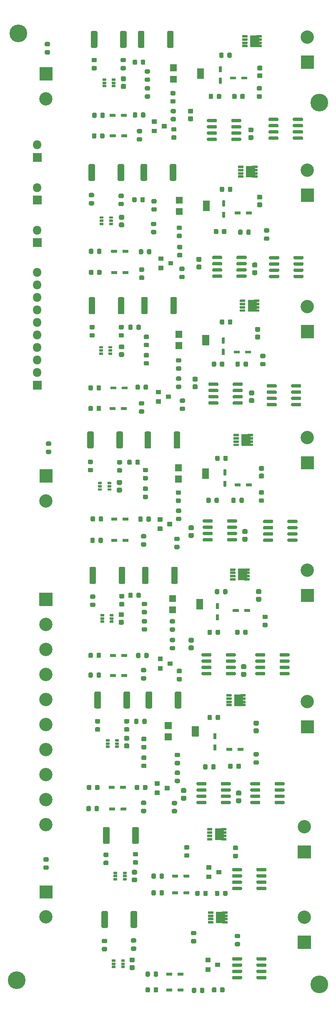
<source format=gts>
G04 #@! TF.GenerationSoftware,KiCad,Pcbnew,(5.1.8-0-10_14)*
G04 #@! TF.CreationDate,2020-12-13T13:07:43+09:00*
G04 #@! TF.ProjectId,rsp02_LoadSW_OCP_Circuit_v1_2,72737030-325f-44c6-9f61-6453575f4f43,v1.2*
G04 #@! TF.SameCoordinates,Original*
G04 #@! TF.FileFunction,Soldermask,Top*
G04 #@! TF.FilePolarity,Negative*
%FSLAX46Y46*%
G04 Gerber Fmt 4.6, Leading zero omitted, Abs format (unit mm)*
G04 Created by KiCad (PCBNEW (5.1.8-0-10_14)) date 2020-12-13 13:07:43*
%MOMM*%
%LPD*%
G01*
G04 APERTURE LIST*
%ADD10C,3.600000*%
%ADD11O,1.800000X1.800000*%
%ADD12C,2.700000*%
G04 APERTURE END LIST*
G36*
G01*
X87675000Y-67000000D02*
X87675000Y-66400000D01*
G75*
G02*
X87900000Y-66175000I225000J0D01*
G01*
X88350000Y-66175000D01*
G75*
G02*
X88575000Y-66400000I0J-225000D01*
G01*
X88575000Y-67000000D01*
G75*
G02*
X88350000Y-67225000I-225000J0D01*
G01*
X87900000Y-67225000D01*
G75*
G02*
X87675000Y-67000000I0J225000D01*
G01*
G37*
G36*
G01*
X86025000Y-67000000D02*
X86025000Y-66400000D01*
G75*
G02*
X86250000Y-66175000I225000J0D01*
G01*
X86700000Y-66175000D01*
G75*
G02*
X86925000Y-66400000I0J-225000D01*
G01*
X86925000Y-67000000D01*
G75*
G02*
X86700000Y-67225000I-225000J0D01*
G01*
X86250000Y-67225000D01*
G75*
G02*
X86025000Y-67000000I0J225000D01*
G01*
G37*
G36*
G01*
X87775000Y-39100000D02*
X87775000Y-38500000D01*
G75*
G02*
X88000000Y-38275000I225000J0D01*
G01*
X88450000Y-38275000D01*
G75*
G02*
X88675000Y-38500000I0J-225000D01*
G01*
X88675000Y-39100000D01*
G75*
G02*
X88450000Y-39325000I-225000J0D01*
G01*
X88000000Y-39325000D01*
G75*
G02*
X87775000Y-39100000I0J225000D01*
G01*
G37*
G36*
G01*
X86125000Y-39100000D02*
X86125000Y-38500000D01*
G75*
G02*
X86350000Y-38275000I225000J0D01*
G01*
X86800000Y-38275000D01*
G75*
G02*
X87025000Y-38500000I0J-225000D01*
G01*
X87025000Y-39100000D01*
G75*
G02*
X86800000Y-39325000I-225000J0D01*
G01*
X86350000Y-39325000D01*
G75*
G02*
X86125000Y-39100000I0J225000D01*
G01*
G37*
G36*
G01*
X88075000Y-172900000D02*
X88075000Y-172300000D01*
G75*
G02*
X88300000Y-172075000I225000J0D01*
G01*
X88750000Y-172075000D01*
G75*
G02*
X88975000Y-172300000I0J-225000D01*
G01*
X88975000Y-172900000D01*
G75*
G02*
X88750000Y-173125000I-225000J0D01*
G01*
X88300000Y-173125000D01*
G75*
G02*
X88075000Y-172900000I0J225000D01*
G01*
G37*
G36*
G01*
X86425000Y-172900000D02*
X86425000Y-172300000D01*
G75*
G02*
X86650000Y-172075000I225000J0D01*
G01*
X87100000Y-172075000D01*
G75*
G02*
X87325000Y-172300000I0J-225000D01*
G01*
X87325000Y-172900000D01*
G75*
G02*
X87100000Y-173125000I-225000J0D01*
G01*
X86650000Y-173125000D01*
G75*
G02*
X86425000Y-172900000I0J225000D01*
G01*
G37*
G36*
G01*
X86875000Y-147300000D02*
X86875000Y-146700000D01*
G75*
G02*
X87100000Y-146475000I225000J0D01*
G01*
X87550000Y-146475000D01*
G75*
G02*
X87775000Y-146700000I0J-225000D01*
G01*
X87775000Y-147300000D01*
G75*
G02*
X87550000Y-147525000I-225000J0D01*
G01*
X87100000Y-147525000D01*
G75*
G02*
X86875000Y-147300000I0J225000D01*
G01*
G37*
G36*
G01*
X85225000Y-147300000D02*
X85225000Y-146700000D01*
G75*
G02*
X85450000Y-146475000I225000J0D01*
G01*
X85900000Y-146475000D01*
G75*
G02*
X86125000Y-146700000I0J-225000D01*
G01*
X86125000Y-147300000D01*
G75*
G02*
X85900000Y-147525000I-225000J0D01*
G01*
X85450000Y-147525000D01*
G75*
G02*
X85225000Y-147300000I0J225000D01*
G01*
G37*
G36*
G01*
X86675000Y-120300000D02*
X86675000Y-119700000D01*
G75*
G02*
X86900000Y-119475000I225000J0D01*
G01*
X87350000Y-119475000D01*
G75*
G02*
X87575000Y-119700000I0J-225000D01*
G01*
X87575000Y-120300000D01*
G75*
G02*
X87350000Y-120525000I-225000J0D01*
G01*
X86900000Y-120525000D01*
G75*
G02*
X86675000Y-120300000I0J225000D01*
G01*
G37*
G36*
G01*
X85025000Y-120300000D02*
X85025000Y-119700000D01*
G75*
G02*
X85250000Y-119475000I225000J0D01*
G01*
X85700000Y-119475000D01*
G75*
G02*
X85925000Y-119700000I0J-225000D01*
G01*
X85925000Y-120300000D01*
G75*
G02*
X85700000Y-120525000I-225000J0D01*
G01*
X85250000Y-120525000D01*
G75*
G02*
X85025000Y-120300000I0J225000D01*
G01*
G37*
G36*
G01*
X86875000Y-92900000D02*
X86875000Y-92300000D01*
G75*
G02*
X87100000Y-92075000I225000J0D01*
G01*
X87550000Y-92075000D01*
G75*
G02*
X87775000Y-92300000I0J-225000D01*
G01*
X87775000Y-92900000D01*
G75*
G02*
X87550000Y-93125000I-225000J0D01*
G01*
X87100000Y-93125000D01*
G75*
G02*
X86875000Y-92900000I0J225000D01*
G01*
G37*
G36*
G01*
X85225000Y-92900000D02*
X85225000Y-92300000D01*
G75*
G02*
X85450000Y-92075000I225000J0D01*
G01*
X85900000Y-92075000D01*
G75*
G02*
X86125000Y-92300000I0J-225000D01*
G01*
X86125000Y-92900000D01*
G75*
G02*
X85900000Y-93125000I-225000J0D01*
G01*
X85450000Y-93125000D01*
G75*
G02*
X85225000Y-92900000I0J225000D01*
G01*
G37*
D10*
X62600000Y-225100000D03*
X124000000Y-226000000D03*
X124000000Y-47000000D03*
X62900000Y-32900000D03*
D11*
X66750000Y-81498000D03*
X66750000Y-84038000D03*
X66750000Y-86578000D03*
X66750000Y-89118000D03*
X66750000Y-91658000D03*
X66750000Y-94198000D03*
X66750000Y-96738000D03*
X66750000Y-99278000D03*
X66750000Y-101818000D03*
G36*
G01*
X67650000Y-103508000D02*
X67650000Y-105208000D01*
G75*
G02*
X67600000Y-105258000I-50000J0D01*
G01*
X65900000Y-105258000D01*
G75*
G02*
X65850000Y-105208000I0J50000D01*
G01*
X65850000Y-103508000D01*
G75*
G02*
X65900000Y-103458000I50000J0D01*
G01*
X67600000Y-103458000D01*
G75*
G02*
X67650000Y-103508000I0J-50000D01*
G01*
G37*
G36*
G01*
X106745000Y-169417500D02*
X106745000Y-167182500D01*
G75*
G02*
X106795000Y-167132500I50000J0D01*
G01*
X108520000Y-167132500D01*
G75*
G02*
X108570000Y-167182500I0J-50000D01*
G01*
X108570000Y-169417500D01*
G75*
G02*
X108520000Y-169467500I-50000J0D01*
G01*
X106795000Y-169467500D01*
G75*
G02*
X106745000Y-169417500I0J50000D01*
G01*
G37*
G36*
G01*
X109030000Y-167562500D02*
X108040000Y-167562500D01*
G75*
G02*
X107990000Y-167512500I0J50000D01*
G01*
X107990000Y-167107500D01*
G75*
G02*
X108040000Y-167057500I50000J0D01*
G01*
X109030000Y-167057500D01*
G75*
G02*
X109080000Y-167107500I0J-50000D01*
G01*
X109080000Y-167512500D01*
G75*
G02*
X109030000Y-167562500I-50000J0D01*
G01*
G37*
G36*
G01*
X109030000Y-168222500D02*
X108040000Y-168222500D01*
G75*
G02*
X107990000Y-168172500I0J50000D01*
G01*
X107990000Y-167767500D01*
G75*
G02*
X108040000Y-167717500I50000J0D01*
G01*
X109030000Y-167717500D01*
G75*
G02*
X109080000Y-167767500I0J-50000D01*
G01*
X109080000Y-168172500D01*
G75*
G02*
X109030000Y-168222500I-50000J0D01*
G01*
G37*
G36*
G01*
X109030000Y-168882500D02*
X108040000Y-168882500D01*
G75*
G02*
X107990000Y-168832500I0J50000D01*
G01*
X107990000Y-168427500D01*
G75*
G02*
X108040000Y-168377500I50000J0D01*
G01*
X109030000Y-168377500D01*
G75*
G02*
X109080000Y-168427500I0J-50000D01*
G01*
X109080000Y-168832500D01*
G75*
G02*
X109030000Y-168882500I-50000J0D01*
G01*
G37*
G36*
G01*
X109030000Y-169542500D02*
X108040000Y-169542500D01*
G75*
G02*
X107990000Y-169492500I0J50000D01*
G01*
X107990000Y-169087500D01*
G75*
G02*
X108040000Y-169037500I50000J0D01*
G01*
X109030000Y-169037500D01*
G75*
G02*
X109080000Y-169087500I0J-50000D01*
G01*
X109080000Y-169492500D01*
G75*
G02*
X109030000Y-169542500I-50000J0D01*
G01*
G37*
G36*
G01*
X106160000Y-169542500D02*
X105170000Y-169542500D01*
G75*
G02*
X105120000Y-169492500I0J50000D01*
G01*
X105120000Y-169087500D01*
G75*
G02*
X105170000Y-169037500I50000J0D01*
G01*
X106160000Y-169037500D01*
G75*
G02*
X106210000Y-169087500I0J-50000D01*
G01*
X106210000Y-169492500D01*
G75*
G02*
X106160000Y-169542500I-50000J0D01*
G01*
G37*
G36*
G01*
X106160000Y-168882500D02*
X105170000Y-168882500D01*
G75*
G02*
X105120000Y-168832500I0J50000D01*
G01*
X105120000Y-168427500D01*
G75*
G02*
X105170000Y-168377500I50000J0D01*
G01*
X106160000Y-168377500D01*
G75*
G02*
X106210000Y-168427500I0J-50000D01*
G01*
X106210000Y-168832500D01*
G75*
G02*
X106160000Y-168882500I-50000J0D01*
G01*
G37*
G36*
G01*
X106160000Y-168222500D02*
X105170000Y-168222500D01*
G75*
G02*
X105120000Y-168172500I0J50000D01*
G01*
X105120000Y-167767500D01*
G75*
G02*
X105170000Y-167717500I50000J0D01*
G01*
X106160000Y-167717500D01*
G75*
G02*
X106210000Y-167767500I0J-50000D01*
G01*
X106210000Y-168172500D01*
G75*
G02*
X106160000Y-168222500I-50000J0D01*
G01*
G37*
G36*
G01*
X106160000Y-167562500D02*
X105170000Y-167562500D01*
G75*
G02*
X105120000Y-167512500I0J50000D01*
G01*
X105120000Y-167107500D01*
G75*
G02*
X105170000Y-167057500I50000J0D01*
G01*
X106160000Y-167057500D01*
G75*
G02*
X106210000Y-167107500I0J-50000D01*
G01*
X106210000Y-167512500D01*
G75*
G02*
X106160000Y-167562500I-50000J0D01*
G01*
G37*
X66750000Y-72875332D03*
G36*
G01*
X67650000Y-74565332D02*
X67650000Y-76265332D01*
G75*
G02*
X67600000Y-76315332I-50000J0D01*
G01*
X65900000Y-76315332D01*
G75*
G02*
X65850000Y-76265332I0J50000D01*
G01*
X65850000Y-74565332D01*
G75*
G02*
X65900000Y-74515332I50000J0D01*
G01*
X67600000Y-74515332D01*
G75*
G02*
X67650000Y-74565332I0J-50000D01*
G01*
G37*
X66750000Y-64232666D03*
G36*
G01*
X67650000Y-65922666D02*
X67650000Y-67622666D01*
G75*
G02*
X67600000Y-67672666I-50000J0D01*
G01*
X65900000Y-67672666D01*
G75*
G02*
X65850000Y-67622666I0J50000D01*
G01*
X65850000Y-65922666D01*
G75*
G02*
X65900000Y-65872666I50000J0D01*
G01*
X67600000Y-65872666D01*
G75*
G02*
X67650000Y-65922666I0J-50000D01*
G01*
G37*
X66750000Y-55590000D03*
G36*
G01*
X67650000Y-57280000D02*
X67650000Y-58980000D01*
G75*
G02*
X67600000Y-59030000I-50000J0D01*
G01*
X65900000Y-59030000D01*
G75*
G02*
X65850000Y-58980000I0J50000D01*
G01*
X65850000Y-57280000D01*
G75*
G02*
X65900000Y-57230000I50000J0D01*
G01*
X67600000Y-57230000D01*
G75*
G02*
X67650000Y-57280000I0J-50000D01*
G01*
G37*
G36*
G01*
X96050000Y-124125000D02*
X94750000Y-124125000D01*
G75*
G02*
X94700000Y-124075000I0J50000D01*
G01*
X94700000Y-122775000D01*
G75*
G02*
X94750000Y-122725000I50000J0D01*
G01*
X96050000Y-122725000D01*
G75*
G02*
X96100000Y-122775000I0J-50000D01*
G01*
X96100000Y-124075000D01*
G75*
G02*
X96050000Y-124125000I-50000J0D01*
G01*
G37*
G36*
G01*
X101550000Y-123325000D02*
X100250000Y-123325000D01*
G75*
G02*
X100200000Y-123275000I0J50000D01*
G01*
X100200000Y-121275000D01*
G75*
G02*
X100250000Y-121225000I50000J0D01*
G01*
X101550000Y-121225000D01*
G75*
G02*
X101600000Y-121275000I0J-50000D01*
G01*
X101600000Y-123275000D01*
G75*
G02*
X101550000Y-123325000I-50000J0D01*
G01*
G37*
G36*
G01*
X96050000Y-121825000D02*
X94750000Y-121825000D01*
G75*
G02*
X94700000Y-121775000I0J50000D01*
G01*
X94700000Y-120475000D01*
G75*
G02*
X94750000Y-120425000I50000J0D01*
G01*
X96050000Y-120425000D01*
G75*
G02*
X96100000Y-120475000I0J-50000D01*
G01*
X96100000Y-121775000D01*
G75*
G02*
X96050000Y-121825000I-50000J0D01*
G01*
G37*
G36*
G01*
X96130000Y-97032000D02*
X94830000Y-97032000D01*
G75*
G02*
X94780000Y-96982000I0J50000D01*
G01*
X94780000Y-95682000D01*
G75*
G02*
X94830000Y-95632000I50000J0D01*
G01*
X96130000Y-95632000D01*
G75*
G02*
X96180000Y-95682000I0J-50000D01*
G01*
X96180000Y-96982000D01*
G75*
G02*
X96130000Y-97032000I-50000J0D01*
G01*
G37*
G36*
G01*
X101630000Y-96232000D02*
X100330000Y-96232000D01*
G75*
G02*
X100280000Y-96182000I0J50000D01*
G01*
X100280000Y-94182000D01*
G75*
G02*
X100330000Y-94132000I50000J0D01*
G01*
X101630000Y-94132000D01*
G75*
G02*
X101680000Y-94182000I0J-50000D01*
G01*
X101680000Y-96182000D01*
G75*
G02*
X101630000Y-96232000I-50000J0D01*
G01*
G37*
G36*
G01*
X96130000Y-94732000D02*
X94830000Y-94732000D01*
G75*
G02*
X94780000Y-94682000I0J50000D01*
G01*
X94780000Y-93382000D01*
G75*
G02*
X94830000Y-93332000I50000J0D01*
G01*
X96130000Y-93332000D01*
G75*
G02*
X96180000Y-93382000I0J-50000D01*
G01*
X96180000Y-94682000D01*
G75*
G02*
X96130000Y-94732000I-50000J0D01*
G01*
G37*
G36*
G01*
X103075000Y-99775000D02*
X103075000Y-100375000D01*
G75*
G02*
X102850000Y-100600000I-225000J0D01*
G01*
X102400000Y-100600000D01*
G75*
G02*
X102175000Y-100375000I0J225000D01*
G01*
X102175000Y-99775000D01*
G75*
G02*
X102400000Y-99550000I225000J0D01*
G01*
X102850000Y-99550000D01*
G75*
G02*
X103075000Y-99775000I0J-225000D01*
G01*
G37*
G36*
G01*
X104725000Y-99775000D02*
X104725000Y-100375000D01*
G75*
G02*
X104500000Y-100600000I-225000J0D01*
G01*
X104050000Y-100600000D01*
G75*
G02*
X103825000Y-100375000I0J225000D01*
G01*
X103825000Y-99775000D01*
G75*
G02*
X104050000Y-99550000I225000J0D01*
G01*
X104500000Y-99550000D01*
G75*
G02*
X104725000Y-99775000I0J-225000D01*
G01*
G37*
G36*
G01*
X78035000Y-104602000D02*
X78035000Y-105202000D01*
G75*
G02*
X77810000Y-105427000I-225000J0D01*
G01*
X77360000Y-105427000D01*
G75*
G02*
X77135000Y-105202000I0J225000D01*
G01*
X77135000Y-104602000D01*
G75*
G02*
X77360000Y-104377000I225000J0D01*
G01*
X77810000Y-104377000D01*
G75*
G02*
X78035000Y-104602000I0J-225000D01*
G01*
G37*
G36*
G01*
X79685000Y-104602000D02*
X79685000Y-105202000D01*
G75*
G02*
X79460000Y-105427000I-225000J0D01*
G01*
X79010000Y-105427000D01*
G75*
G02*
X78785000Y-105202000I0J225000D01*
G01*
X78785000Y-104602000D01*
G75*
G02*
X79010000Y-104377000I225000J0D01*
G01*
X79460000Y-104377000D01*
G75*
G02*
X79685000Y-104602000I0J-225000D01*
G01*
G37*
G36*
G01*
X78150000Y-81150000D02*
X78150000Y-81750000D01*
G75*
G02*
X77925000Y-81975000I-225000J0D01*
G01*
X77475000Y-81975000D01*
G75*
G02*
X77250000Y-81750000I0J225000D01*
G01*
X77250000Y-81150000D01*
G75*
G02*
X77475000Y-80925000I225000J0D01*
G01*
X77925000Y-80925000D01*
G75*
G02*
X78150000Y-81150000I0J-225000D01*
G01*
G37*
G36*
G01*
X79800000Y-81150000D02*
X79800000Y-81750000D01*
G75*
G02*
X79575000Y-81975000I-225000J0D01*
G01*
X79125000Y-81975000D01*
G75*
G02*
X78900000Y-81750000I0J225000D01*
G01*
X78900000Y-81150000D01*
G75*
G02*
X79125000Y-80925000I225000J0D01*
G01*
X79575000Y-80925000D01*
G75*
G02*
X79800000Y-81150000I0J-225000D01*
G01*
G37*
G36*
G01*
X78125000Y-76875000D02*
X78125000Y-77475000D01*
G75*
G02*
X77900000Y-77700000I-225000J0D01*
G01*
X77450000Y-77700000D01*
G75*
G02*
X77225000Y-77475000I0J225000D01*
G01*
X77225000Y-76875000D01*
G75*
G02*
X77450000Y-76650000I225000J0D01*
G01*
X77900000Y-76650000D01*
G75*
G02*
X78125000Y-76875000I0J-225000D01*
G01*
G37*
G36*
G01*
X79775000Y-76875000D02*
X79775000Y-77475000D01*
G75*
G02*
X79550000Y-77700000I-225000J0D01*
G01*
X79100000Y-77700000D01*
G75*
G02*
X78875000Y-77475000I0J225000D01*
G01*
X78875000Y-76875000D01*
G75*
G02*
X79100000Y-76650000I225000J0D01*
G01*
X79550000Y-76650000D01*
G75*
G02*
X79775000Y-76875000I0J-225000D01*
G01*
G37*
G36*
G01*
X78795000Y-49262000D02*
X78795000Y-49862000D01*
G75*
G02*
X78570000Y-50087000I-225000J0D01*
G01*
X78120000Y-50087000D01*
G75*
G02*
X77895000Y-49862000I0J225000D01*
G01*
X77895000Y-49262000D01*
G75*
G02*
X78120000Y-49037000I225000J0D01*
G01*
X78570000Y-49037000D01*
G75*
G02*
X78795000Y-49262000I0J-225000D01*
G01*
G37*
G36*
G01*
X80445000Y-49262000D02*
X80445000Y-49862000D01*
G75*
G02*
X80220000Y-50087000I-225000J0D01*
G01*
X79770000Y-50087000D01*
G75*
G02*
X79545000Y-49862000I0J225000D01*
G01*
X79545000Y-49262000D01*
G75*
G02*
X79770000Y-49037000I225000J0D01*
G01*
X80220000Y-49037000D01*
G75*
G02*
X80445000Y-49262000I0J-225000D01*
G01*
G37*
G36*
G01*
X78755000Y-53452000D02*
X78755000Y-54052000D01*
G75*
G02*
X78530000Y-54277000I-225000J0D01*
G01*
X78080000Y-54277000D01*
G75*
G02*
X77855000Y-54052000I0J225000D01*
G01*
X77855000Y-53452000D01*
G75*
G02*
X78080000Y-53227000I225000J0D01*
G01*
X78530000Y-53227000D01*
G75*
G02*
X78755000Y-53452000I0J-225000D01*
G01*
G37*
G36*
G01*
X80405000Y-53452000D02*
X80405000Y-54052000D01*
G75*
G02*
X80180000Y-54277000I-225000J0D01*
G01*
X79730000Y-54277000D01*
G75*
G02*
X79505000Y-54052000I0J225000D01*
G01*
X79505000Y-53452000D01*
G75*
G02*
X79730000Y-53227000I225000J0D01*
G01*
X80180000Y-53227000D01*
G75*
G02*
X80405000Y-53452000I0J-225000D01*
G01*
G37*
G36*
G01*
X68828000Y-201074000D02*
X68228000Y-201074000D01*
G75*
G02*
X68003000Y-200849000I0J225000D01*
G01*
X68003000Y-200399000D01*
G75*
G02*
X68228000Y-200174000I225000J0D01*
G01*
X68828000Y-200174000D01*
G75*
G02*
X69053000Y-200399000I0J-225000D01*
G01*
X69053000Y-200849000D01*
G75*
G02*
X68828000Y-201074000I-225000J0D01*
G01*
G37*
G36*
G01*
X68828000Y-202724000D02*
X68228000Y-202724000D01*
G75*
G02*
X68003000Y-202499000I0J225000D01*
G01*
X68003000Y-202049000D01*
G75*
G02*
X68228000Y-201824000I225000J0D01*
G01*
X68828000Y-201824000D01*
G75*
G02*
X69053000Y-202049000I0J-225000D01*
G01*
X69053000Y-202499000D01*
G75*
G02*
X68828000Y-202724000I-225000J0D01*
G01*
G37*
G36*
G01*
X69336000Y-116683000D02*
X68736000Y-116683000D01*
G75*
G02*
X68511000Y-116458000I0J225000D01*
G01*
X68511000Y-116008000D01*
G75*
G02*
X68736000Y-115783000I225000J0D01*
G01*
X69336000Y-115783000D01*
G75*
G02*
X69561000Y-116008000I0J-225000D01*
G01*
X69561000Y-116458000D01*
G75*
G02*
X69336000Y-116683000I-225000J0D01*
G01*
G37*
G36*
G01*
X69336000Y-118333000D02*
X68736000Y-118333000D01*
G75*
G02*
X68511000Y-118108000I0J225000D01*
G01*
X68511000Y-117658000D01*
G75*
G02*
X68736000Y-117433000I225000J0D01*
G01*
X69336000Y-117433000D01*
G75*
G02*
X69561000Y-117658000I0J-225000D01*
G01*
X69561000Y-118108000D01*
G75*
G02*
X69336000Y-118333000I-225000J0D01*
G01*
G37*
G36*
G01*
X69100000Y-35577000D02*
X68500000Y-35577000D01*
G75*
G02*
X68275000Y-35352000I0J225000D01*
G01*
X68275000Y-34902000D01*
G75*
G02*
X68500000Y-34677000I225000J0D01*
G01*
X69100000Y-34677000D01*
G75*
G02*
X69325000Y-34902000I0J-225000D01*
G01*
X69325000Y-35352000D01*
G75*
G02*
X69100000Y-35577000I-225000J0D01*
G01*
G37*
G36*
G01*
X69100000Y-37227000D02*
X68500000Y-37227000D01*
G75*
G02*
X68275000Y-37002000I0J225000D01*
G01*
X68275000Y-36552000D01*
G75*
G02*
X68500000Y-36327000I225000J0D01*
G01*
X69100000Y-36327000D01*
G75*
G02*
X69325000Y-36552000I0J-225000D01*
G01*
X69325000Y-37002000D01*
G75*
G02*
X69100000Y-37227000I-225000J0D01*
G01*
G37*
G36*
G01*
X92875000Y-107100000D02*
X92875000Y-106300000D01*
G75*
G02*
X92925000Y-106250000I50000J0D01*
G01*
X93825000Y-106250000D01*
G75*
G02*
X93875000Y-106300000I0J-50000D01*
G01*
X93875000Y-107100000D01*
G75*
G02*
X93825000Y-107150000I-50000J0D01*
G01*
X92925000Y-107150000D01*
G75*
G02*
X92875000Y-107100000I0J50000D01*
G01*
G37*
G36*
G01*
X90875000Y-108050000D02*
X90875000Y-107250000D01*
G75*
G02*
X90925000Y-107200000I50000J0D01*
G01*
X91825000Y-107200000D01*
G75*
G02*
X91875000Y-107250000I0J-50000D01*
G01*
X91875000Y-108050000D01*
G75*
G02*
X91825000Y-108100000I-50000J0D01*
G01*
X90925000Y-108100000D01*
G75*
G02*
X90875000Y-108050000I0J50000D01*
G01*
G37*
G36*
G01*
X90875000Y-106150000D02*
X90875000Y-105350000D01*
G75*
G02*
X90925000Y-105300000I50000J0D01*
G01*
X91825000Y-105300000D01*
G75*
G02*
X91875000Y-105350000I0J-50000D01*
G01*
X91875000Y-106150000D01*
G75*
G02*
X91825000Y-106200000I-50000J0D01*
G01*
X90925000Y-106200000D01*
G75*
G02*
X90875000Y-106150000I0J50000D01*
G01*
G37*
G36*
G01*
X118290000Y-104672000D02*
X118290000Y-104322000D01*
G75*
G02*
X118465000Y-104147000I175000J0D01*
G01*
X120165000Y-104147000D01*
G75*
G02*
X120340000Y-104322000I0J-175000D01*
G01*
X120340000Y-104672000D01*
G75*
G02*
X120165000Y-104847000I-175000J0D01*
G01*
X118465000Y-104847000D01*
G75*
G02*
X118290000Y-104672000I0J175000D01*
G01*
G37*
G36*
G01*
X118290000Y-105942000D02*
X118290000Y-105592000D01*
G75*
G02*
X118465000Y-105417000I175000J0D01*
G01*
X120165000Y-105417000D01*
G75*
G02*
X120340000Y-105592000I0J-175000D01*
G01*
X120340000Y-105942000D01*
G75*
G02*
X120165000Y-106117000I-175000J0D01*
G01*
X118465000Y-106117000D01*
G75*
G02*
X118290000Y-105942000I0J175000D01*
G01*
G37*
G36*
G01*
X118290000Y-107212000D02*
X118290000Y-106862000D01*
G75*
G02*
X118465000Y-106687000I175000J0D01*
G01*
X120165000Y-106687000D01*
G75*
G02*
X120340000Y-106862000I0J-175000D01*
G01*
X120340000Y-107212000D01*
G75*
G02*
X120165000Y-107387000I-175000J0D01*
G01*
X118465000Y-107387000D01*
G75*
G02*
X118290000Y-107212000I0J175000D01*
G01*
G37*
G36*
G01*
X118290000Y-108482000D02*
X118290000Y-108132000D01*
G75*
G02*
X118465000Y-107957000I175000J0D01*
G01*
X120165000Y-107957000D01*
G75*
G02*
X120340000Y-108132000I0J-175000D01*
G01*
X120340000Y-108482000D01*
G75*
G02*
X120165000Y-108657000I-175000J0D01*
G01*
X118465000Y-108657000D01*
G75*
G02*
X118290000Y-108482000I0J175000D01*
G01*
G37*
G36*
G01*
X113340000Y-108482000D02*
X113340000Y-108132000D01*
G75*
G02*
X113515000Y-107957000I175000J0D01*
G01*
X115215000Y-107957000D01*
G75*
G02*
X115390000Y-108132000I0J-175000D01*
G01*
X115390000Y-108482000D01*
G75*
G02*
X115215000Y-108657000I-175000J0D01*
G01*
X113515000Y-108657000D01*
G75*
G02*
X113340000Y-108482000I0J175000D01*
G01*
G37*
G36*
G01*
X113340000Y-107212000D02*
X113340000Y-106862000D01*
G75*
G02*
X113515000Y-106687000I175000J0D01*
G01*
X115215000Y-106687000D01*
G75*
G02*
X115390000Y-106862000I0J-175000D01*
G01*
X115390000Y-107212000D01*
G75*
G02*
X115215000Y-107387000I-175000J0D01*
G01*
X113515000Y-107387000D01*
G75*
G02*
X113340000Y-107212000I0J175000D01*
G01*
G37*
G36*
G01*
X113340000Y-105942000D02*
X113340000Y-105592000D01*
G75*
G02*
X113515000Y-105417000I175000J0D01*
G01*
X115215000Y-105417000D01*
G75*
G02*
X115390000Y-105592000I0J-175000D01*
G01*
X115390000Y-105942000D01*
G75*
G02*
X115215000Y-106117000I-175000J0D01*
G01*
X113515000Y-106117000D01*
G75*
G02*
X113340000Y-105942000I0J175000D01*
G01*
G37*
G36*
G01*
X113340000Y-104672000D02*
X113340000Y-104322000D01*
G75*
G02*
X113515000Y-104147000I175000J0D01*
G01*
X115215000Y-104147000D01*
G75*
G02*
X115390000Y-104322000I0J-175000D01*
G01*
X115390000Y-104672000D01*
G75*
G02*
X115215000Y-104847000I-175000J0D01*
G01*
X113515000Y-104847000D01*
G75*
G02*
X113340000Y-104672000I0J175000D01*
G01*
G37*
G36*
G01*
X109515000Y-89329500D02*
X109515000Y-87094500D01*
G75*
G02*
X109565000Y-87044500I50000J0D01*
G01*
X111290000Y-87044500D01*
G75*
G02*
X111340000Y-87094500I0J-50000D01*
G01*
X111340000Y-89329500D01*
G75*
G02*
X111290000Y-89379500I-50000J0D01*
G01*
X109565000Y-89379500D01*
G75*
G02*
X109515000Y-89329500I0J50000D01*
G01*
G37*
G36*
G01*
X111800000Y-87474500D02*
X110810000Y-87474500D01*
G75*
G02*
X110760000Y-87424500I0J50000D01*
G01*
X110760000Y-87019500D01*
G75*
G02*
X110810000Y-86969500I50000J0D01*
G01*
X111800000Y-86969500D01*
G75*
G02*
X111850000Y-87019500I0J-50000D01*
G01*
X111850000Y-87424500D01*
G75*
G02*
X111800000Y-87474500I-50000J0D01*
G01*
G37*
G36*
G01*
X111800000Y-88134500D02*
X110810000Y-88134500D01*
G75*
G02*
X110760000Y-88084500I0J50000D01*
G01*
X110760000Y-87679500D01*
G75*
G02*
X110810000Y-87629500I50000J0D01*
G01*
X111800000Y-87629500D01*
G75*
G02*
X111850000Y-87679500I0J-50000D01*
G01*
X111850000Y-88084500D01*
G75*
G02*
X111800000Y-88134500I-50000J0D01*
G01*
G37*
G36*
G01*
X111800000Y-88794500D02*
X110810000Y-88794500D01*
G75*
G02*
X110760000Y-88744500I0J50000D01*
G01*
X110760000Y-88339500D01*
G75*
G02*
X110810000Y-88289500I50000J0D01*
G01*
X111800000Y-88289500D01*
G75*
G02*
X111850000Y-88339500I0J-50000D01*
G01*
X111850000Y-88744500D01*
G75*
G02*
X111800000Y-88794500I-50000J0D01*
G01*
G37*
G36*
G01*
X111800000Y-89454500D02*
X110810000Y-89454500D01*
G75*
G02*
X110760000Y-89404500I0J50000D01*
G01*
X110760000Y-88999500D01*
G75*
G02*
X110810000Y-88949500I50000J0D01*
G01*
X111800000Y-88949500D01*
G75*
G02*
X111850000Y-88999500I0J-50000D01*
G01*
X111850000Y-89404500D01*
G75*
G02*
X111800000Y-89454500I-50000J0D01*
G01*
G37*
G36*
G01*
X108930000Y-89454500D02*
X107940000Y-89454500D01*
G75*
G02*
X107890000Y-89404500I0J50000D01*
G01*
X107890000Y-88999500D01*
G75*
G02*
X107940000Y-88949500I50000J0D01*
G01*
X108930000Y-88949500D01*
G75*
G02*
X108980000Y-88999500I0J-50000D01*
G01*
X108980000Y-89404500D01*
G75*
G02*
X108930000Y-89454500I-50000J0D01*
G01*
G37*
G36*
G01*
X108930000Y-88794500D02*
X107940000Y-88794500D01*
G75*
G02*
X107890000Y-88744500I0J50000D01*
G01*
X107890000Y-88339500D01*
G75*
G02*
X107940000Y-88289500I50000J0D01*
G01*
X108930000Y-88289500D01*
G75*
G02*
X108980000Y-88339500I0J-50000D01*
G01*
X108980000Y-88744500D01*
G75*
G02*
X108930000Y-88794500I-50000J0D01*
G01*
G37*
G36*
G01*
X108930000Y-88134500D02*
X107940000Y-88134500D01*
G75*
G02*
X107890000Y-88084500I0J50000D01*
G01*
X107890000Y-87679500D01*
G75*
G02*
X107940000Y-87629500I50000J0D01*
G01*
X108930000Y-87629500D01*
G75*
G02*
X108980000Y-87679500I0J-50000D01*
G01*
X108980000Y-88084500D01*
G75*
G02*
X108930000Y-88134500I-50000J0D01*
G01*
G37*
G36*
G01*
X108930000Y-87474500D02*
X107940000Y-87474500D01*
G75*
G02*
X107890000Y-87424500I0J50000D01*
G01*
X107890000Y-87019500D01*
G75*
G02*
X107940000Y-86969500I50000J0D01*
G01*
X108930000Y-86969500D01*
G75*
G02*
X108980000Y-87019500I0J-50000D01*
G01*
X108980000Y-87424500D01*
G75*
G02*
X108930000Y-87474500I-50000J0D01*
G01*
G37*
G36*
G01*
X82649999Y-108845000D02*
X82649999Y-109305000D01*
G75*
G02*
X82599999Y-109355000I-50000J0D01*
G01*
X81500001Y-109355000D01*
G75*
G02*
X81450001Y-109305000I0J50000D01*
G01*
X81450001Y-108845000D01*
G75*
G02*
X81500001Y-108795000I50000J0D01*
G01*
X82599999Y-108795000D01*
G75*
G02*
X82649999Y-108845000I0J-50000D01*
G01*
G37*
G36*
G01*
X84949999Y-108845000D02*
X84949999Y-109305000D01*
G75*
G02*
X84899999Y-109355000I-50000J0D01*
G01*
X83800001Y-109355000D01*
G75*
G02*
X83750001Y-109305000I0J50000D01*
G01*
X83750001Y-108845000D01*
G75*
G02*
X83800001Y-108795000I50000J0D01*
G01*
X84899999Y-108795000D01*
G75*
G02*
X84949999Y-108845000I0J-50000D01*
G01*
G37*
G36*
G01*
X82779999Y-104672000D02*
X82779999Y-105132000D01*
G75*
G02*
X82729999Y-105182000I-50000J0D01*
G01*
X81630001Y-105182000D01*
G75*
G02*
X81580001Y-105132000I0J50000D01*
G01*
X81580001Y-104672000D01*
G75*
G02*
X81630001Y-104622000I50000J0D01*
G01*
X82729999Y-104622000D01*
G75*
G02*
X82779999Y-104672000I0J-50000D01*
G01*
G37*
G36*
G01*
X85079999Y-104672000D02*
X85079999Y-105132000D01*
G75*
G02*
X85029999Y-105182000I-50000J0D01*
G01*
X83930001Y-105182000D01*
G75*
G02*
X83880001Y-105132000I0J50000D01*
G01*
X83880001Y-104672000D01*
G75*
G02*
X83930001Y-104622000I50000J0D01*
G01*
X85029999Y-104622000D01*
G75*
G02*
X85079999Y-104672000I0J-50000D01*
G01*
G37*
G36*
G01*
X107839999Y-97392000D02*
X107839999Y-97852000D01*
G75*
G02*
X107789999Y-97902000I-50000J0D01*
G01*
X106690001Y-97902000D01*
G75*
G02*
X106640001Y-97852000I0J50000D01*
G01*
X106640001Y-97392000D01*
G75*
G02*
X106690001Y-97342000I50000J0D01*
G01*
X107789999Y-97342000D01*
G75*
G02*
X107839999Y-97392000I0J-50000D01*
G01*
G37*
G36*
G01*
X110139999Y-97392000D02*
X110139999Y-97852000D01*
G75*
G02*
X110089999Y-97902000I-50000J0D01*
G01*
X108990001Y-97902000D01*
G75*
G02*
X108940001Y-97852000I0J50000D01*
G01*
X108940001Y-97392000D01*
G75*
G02*
X108990001Y-97342000I50000J0D01*
G01*
X110089999Y-97342000D01*
G75*
G02*
X110139999Y-97392000I0J-50000D01*
G01*
G37*
G36*
G01*
X104300000Y-96992001D02*
X104760000Y-96992001D01*
G75*
G02*
X104810000Y-97042001I0J-50000D01*
G01*
X104810000Y-98141999D01*
G75*
G02*
X104760000Y-98191999I-50000J0D01*
G01*
X104300000Y-98191999D01*
G75*
G02*
X104250000Y-98141999I0J50000D01*
G01*
X104250000Y-97042001D01*
G75*
G02*
X104300000Y-96992001I50000J0D01*
G01*
G37*
G36*
G01*
X104300000Y-94692001D02*
X104760000Y-94692001D01*
G75*
G02*
X104810000Y-94742001I0J-50000D01*
G01*
X104810000Y-95841999D01*
G75*
G02*
X104760000Y-95891999I-50000J0D01*
G01*
X104300000Y-95891999D01*
G75*
G02*
X104250000Y-95841999I0J50000D01*
G01*
X104250000Y-94742001D01*
G75*
G02*
X104300000Y-94692001I50000J0D01*
G01*
G37*
G36*
G01*
X111225000Y-94075000D02*
X111775000Y-94075000D01*
G75*
G02*
X112025000Y-94325000I0J-250000D01*
G01*
X112025000Y-94825000D01*
G75*
G02*
X111775000Y-95075000I-250000J0D01*
G01*
X111225000Y-95075000D01*
G75*
G02*
X110975000Y-94825000I0J250000D01*
G01*
X110975000Y-94325000D01*
G75*
G02*
X111225000Y-94075000I250000J0D01*
G01*
G37*
G36*
G01*
X111225000Y-92525000D02*
X111775000Y-92525000D01*
G75*
G02*
X112025000Y-92775000I0J-250000D01*
G01*
X112025000Y-93275000D01*
G75*
G02*
X111775000Y-93525000I-250000J0D01*
G01*
X111225000Y-93525000D01*
G75*
G02*
X110975000Y-93275000I0J250000D01*
G01*
X110975000Y-92775000D01*
G75*
G02*
X111225000Y-92525000I250000J0D01*
G01*
G37*
G36*
G01*
X110005000Y-106977000D02*
X110555000Y-106977000D01*
G75*
G02*
X110805000Y-107227000I0J-250000D01*
G01*
X110805000Y-107727000D01*
G75*
G02*
X110555000Y-107977000I-250000J0D01*
G01*
X110005000Y-107977000D01*
G75*
G02*
X109755000Y-107727000I0J250000D01*
G01*
X109755000Y-107227000D01*
G75*
G02*
X110005000Y-106977000I250000J0D01*
G01*
G37*
G36*
G01*
X110005000Y-105427000D02*
X110555000Y-105427000D01*
G75*
G02*
X110805000Y-105677000I0J-250000D01*
G01*
X110805000Y-106177000D01*
G75*
G02*
X110555000Y-106427000I-250000J0D01*
G01*
X110005000Y-106427000D01*
G75*
G02*
X109755000Y-106177000I0J250000D01*
G01*
X109755000Y-105677000D01*
G75*
G02*
X110005000Y-105427000I250000J0D01*
G01*
G37*
G36*
G01*
X98525000Y-104175000D02*
X99075000Y-104175000D01*
G75*
G02*
X99325000Y-104425000I0J-250000D01*
G01*
X99325000Y-104925000D01*
G75*
G02*
X99075000Y-105175000I-250000J0D01*
G01*
X98525000Y-105175000D01*
G75*
G02*
X98275000Y-104925000I0J250000D01*
G01*
X98275000Y-104425000D01*
G75*
G02*
X98525000Y-104175000I250000J0D01*
G01*
G37*
G36*
G01*
X98525000Y-102625000D02*
X99075000Y-102625000D01*
G75*
G02*
X99325000Y-102875000I0J-250000D01*
G01*
X99325000Y-103375000D01*
G75*
G02*
X99075000Y-103625000I-250000J0D01*
G01*
X98525000Y-103625000D01*
G75*
G02*
X98275000Y-103375000I0J250000D01*
G01*
X98275000Y-102875000D01*
G75*
G02*
X98525000Y-102625000I250000J0D01*
G01*
G37*
G36*
G01*
X97717000Y-132801000D02*
X98267000Y-132801000D01*
G75*
G02*
X98517000Y-133051000I0J-250000D01*
G01*
X98517000Y-133551000D01*
G75*
G02*
X98267000Y-133801000I-250000J0D01*
G01*
X97717000Y-133801000D01*
G75*
G02*
X97467000Y-133551000I0J250000D01*
G01*
X97467000Y-133051000D01*
G75*
G02*
X97717000Y-132801000I250000J0D01*
G01*
G37*
G36*
G01*
X97717000Y-134351000D02*
X98267000Y-134351000D01*
G75*
G02*
X98517000Y-134601000I0J-250000D01*
G01*
X98517000Y-135101000D01*
G75*
G02*
X98267000Y-135351000I-250000J0D01*
G01*
X97717000Y-135351000D01*
G75*
G02*
X97467000Y-135101000I0J250000D01*
G01*
X97467000Y-134601000D01*
G75*
G02*
X97717000Y-134351000I250000J0D01*
G01*
G37*
G36*
G01*
X108639000Y-135113000D02*
X109189000Y-135113000D01*
G75*
G02*
X109439000Y-135363000I0J-250000D01*
G01*
X109439000Y-135863000D01*
G75*
G02*
X109189000Y-136113000I-250000J0D01*
G01*
X108639000Y-136113000D01*
G75*
G02*
X108389000Y-135863000I0J250000D01*
G01*
X108389000Y-135363000D01*
G75*
G02*
X108639000Y-135113000I250000J0D01*
G01*
G37*
G36*
G01*
X108639000Y-133563000D02*
X109189000Y-133563000D01*
G75*
G02*
X109439000Y-133813000I0J-250000D01*
G01*
X109439000Y-134313000D01*
G75*
G02*
X109189000Y-134563000I-250000J0D01*
G01*
X108639000Y-134563000D01*
G75*
G02*
X108389000Y-134313000I0J250000D01*
G01*
X108389000Y-133813000D01*
G75*
G02*
X108639000Y-133563000I250000J0D01*
G01*
G37*
G36*
G01*
X112000000Y-120750000D02*
X112550000Y-120750000D01*
G75*
G02*
X112800000Y-121000000I0J-250000D01*
G01*
X112800000Y-121500000D01*
G75*
G02*
X112550000Y-121750000I-250000J0D01*
G01*
X112000000Y-121750000D01*
G75*
G02*
X111750000Y-121500000I0J250000D01*
G01*
X111750000Y-121000000D01*
G75*
G02*
X112000000Y-120750000I250000J0D01*
G01*
G37*
G36*
G01*
X112000000Y-122300000D02*
X112550000Y-122300000D01*
G75*
G02*
X112800000Y-122550000I0J-250000D01*
G01*
X112800000Y-123050000D01*
G75*
G02*
X112550000Y-123300000I-250000J0D01*
G01*
X112000000Y-123300000D01*
G75*
G02*
X111750000Y-123050000I0J250000D01*
G01*
X111750000Y-122550000D01*
G75*
G02*
X112000000Y-122300000I250000J0D01*
G01*
G37*
G36*
G01*
X97725000Y-157175000D02*
X98275000Y-157175000D01*
G75*
G02*
X98525000Y-157425000I0J-250000D01*
G01*
X98525000Y-157925000D01*
G75*
G02*
X98275000Y-158175000I-250000J0D01*
G01*
X97725000Y-158175000D01*
G75*
G02*
X97475000Y-157925000I0J250000D01*
G01*
X97475000Y-157425000D01*
G75*
G02*
X97725000Y-157175000I250000J0D01*
G01*
G37*
G36*
G01*
X97725000Y-155625000D02*
X98275000Y-155625000D01*
G75*
G02*
X98525000Y-155875000I0J-250000D01*
G01*
X98525000Y-156375000D01*
G75*
G02*
X98275000Y-156625000I-250000J0D01*
G01*
X97725000Y-156625000D01*
G75*
G02*
X97475000Y-156375000I0J250000D01*
G01*
X97475000Y-155875000D01*
G75*
G02*
X97725000Y-155625000I250000J0D01*
G01*
G37*
G36*
G01*
X108385000Y-160995000D02*
X108935000Y-160995000D01*
G75*
G02*
X109185000Y-161245000I0J-250000D01*
G01*
X109185000Y-161745000D01*
G75*
G02*
X108935000Y-161995000I-250000J0D01*
G01*
X108385000Y-161995000D01*
G75*
G02*
X108135000Y-161745000I0J250000D01*
G01*
X108135000Y-161245000D01*
G75*
G02*
X108385000Y-160995000I250000J0D01*
G01*
G37*
G36*
G01*
X108385000Y-162545000D02*
X108935000Y-162545000D01*
G75*
G02*
X109185000Y-162795000I0J-250000D01*
G01*
X109185000Y-163295000D01*
G75*
G02*
X108935000Y-163545000I-250000J0D01*
G01*
X108385000Y-163545000D01*
G75*
G02*
X108135000Y-163295000I0J250000D01*
G01*
X108135000Y-162795000D01*
G75*
G02*
X108385000Y-162545000I250000J0D01*
G01*
G37*
G36*
G01*
X111433000Y-147305000D02*
X111983000Y-147305000D01*
G75*
G02*
X112233000Y-147555000I0J-250000D01*
G01*
X112233000Y-148055000D01*
G75*
G02*
X111983000Y-148305000I-250000J0D01*
G01*
X111433000Y-148305000D01*
G75*
G02*
X111183000Y-148055000I0J250000D01*
G01*
X111183000Y-147555000D01*
G75*
G02*
X111433000Y-147305000I250000J0D01*
G01*
G37*
G36*
G01*
X111433000Y-145755000D02*
X111983000Y-145755000D01*
G75*
G02*
X112233000Y-146005000I0J-250000D01*
G01*
X112233000Y-146505000D01*
G75*
G02*
X111983000Y-146755000I-250000J0D01*
G01*
X111433000Y-146755000D01*
G75*
G02*
X111183000Y-146505000I0J250000D01*
G01*
X111183000Y-146005000D01*
G75*
G02*
X111433000Y-145755000I250000J0D01*
G01*
G37*
G36*
G01*
X96193000Y-186141000D02*
X96743000Y-186141000D01*
G75*
G02*
X96993000Y-186391000I0J-250000D01*
G01*
X96993000Y-186891000D01*
G75*
G02*
X96743000Y-187141000I-250000J0D01*
G01*
X96193000Y-187141000D01*
G75*
G02*
X95943000Y-186891000I0J250000D01*
G01*
X95943000Y-186391000D01*
G75*
G02*
X96193000Y-186141000I250000J0D01*
G01*
G37*
G36*
G01*
X96193000Y-187691000D02*
X96743000Y-187691000D01*
G75*
G02*
X96993000Y-187941000I0J-250000D01*
G01*
X96993000Y-188441000D01*
G75*
G02*
X96743000Y-188691000I-250000J0D01*
G01*
X96193000Y-188691000D01*
G75*
G02*
X95943000Y-188441000I0J250000D01*
G01*
X95943000Y-187941000D01*
G75*
G02*
X96193000Y-187691000I250000J0D01*
G01*
G37*
G36*
G01*
X107369000Y-186649000D02*
X107919000Y-186649000D01*
G75*
G02*
X108169000Y-186899000I0J-250000D01*
G01*
X108169000Y-187399000D01*
G75*
G02*
X107919000Y-187649000I-250000J0D01*
G01*
X107369000Y-187649000D01*
G75*
G02*
X107119000Y-187399000I0J250000D01*
G01*
X107119000Y-186899000D01*
G75*
G02*
X107369000Y-186649000I250000J0D01*
G01*
G37*
G36*
G01*
X107369000Y-188199000D02*
X107919000Y-188199000D01*
G75*
G02*
X108169000Y-188449000I0J-250000D01*
G01*
X108169000Y-188949000D01*
G75*
G02*
X107919000Y-189199000I-250000J0D01*
G01*
X107369000Y-189199000D01*
G75*
G02*
X107119000Y-188949000I0J250000D01*
G01*
X107119000Y-188449000D01*
G75*
G02*
X107369000Y-188199000I250000J0D01*
G01*
G37*
G36*
G01*
X110925000Y-174000000D02*
X111475000Y-174000000D01*
G75*
G02*
X111725000Y-174250000I0J-250000D01*
G01*
X111725000Y-174750000D01*
G75*
G02*
X111475000Y-175000000I-250000J0D01*
G01*
X110925000Y-175000000D01*
G75*
G02*
X110675000Y-174750000I0J250000D01*
G01*
X110675000Y-174250000D01*
G75*
G02*
X110925000Y-174000000I250000J0D01*
G01*
G37*
G36*
G01*
X110925000Y-172450000D02*
X111475000Y-172450000D01*
G75*
G02*
X111725000Y-172700000I0J-250000D01*
G01*
X111725000Y-173200000D01*
G75*
G02*
X111475000Y-173450000I-250000J0D01*
G01*
X110925000Y-173450000D01*
G75*
G02*
X110675000Y-173200000I0J250000D01*
G01*
X110675000Y-172700000D01*
G75*
G02*
X110925000Y-172450000I250000J0D01*
G01*
G37*
G36*
G01*
X97605000Y-49777000D02*
X98155000Y-49777000D01*
G75*
G02*
X98405000Y-50027000I0J-250000D01*
G01*
X98405000Y-50527000D01*
G75*
G02*
X98155000Y-50777000I-250000J0D01*
G01*
X97605000Y-50777000D01*
G75*
G02*
X97355000Y-50527000I0J250000D01*
G01*
X97355000Y-50027000D01*
G75*
G02*
X97605000Y-49777000I250000J0D01*
G01*
G37*
G36*
G01*
X97605000Y-48227000D02*
X98155000Y-48227000D01*
G75*
G02*
X98405000Y-48477000I0J-250000D01*
G01*
X98405000Y-48977000D01*
G75*
G02*
X98155000Y-49227000I-250000J0D01*
G01*
X97605000Y-49227000D01*
G75*
G02*
X97355000Y-48977000I0J250000D01*
G01*
X97355000Y-48477000D01*
G75*
G02*
X97605000Y-48227000I250000J0D01*
G01*
G37*
G36*
G01*
X109855000Y-52037000D02*
X110405000Y-52037000D01*
G75*
G02*
X110655000Y-52287000I0J-250000D01*
G01*
X110655000Y-52787000D01*
G75*
G02*
X110405000Y-53037000I-250000J0D01*
G01*
X109855000Y-53037000D01*
G75*
G02*
X109605000Y-52787000I0J250000D01*
G01*
X109605000Y-52287000D01*
G75*
G02*
X109855000Y-52037000I250000J0D01*
G01*
G37*
G36*
G01*
X109855000Y-53587000D02*
X110405000Y-53587000D01*
G75*
G02*
X110655000Y-53837000I0J-250000D01*
G01*
X110655000Y-54337000D01*
G75*
G02*
X110405000Y-54587000I-250000J0D01*
G01*
X109855000Y-54587000D01*
G75*
G02*
X109605000Y-54337000I0J250000D01*
G01*
X109605000Y-53837000D01*
G75*
G02*
X109855000Y-53587000I250000J0D01*
G01*
G37*
G36*
G01*
X111665000Y-41037000D02*
X112215000Y-41037000D01*
G75*
G02*
X112465000Y-41287000I0J-250000D01*
G01*
X112465000Y-41787000D01*
G75*
G02*
X112215000Y-42037000I-250000J0D01*
G01*
X111665000Y-42037000D01*
G75*
G02*
X111415000Y-41787000I0J250000D01*
G01*
X111415000Y-41287000D01*
G75*
G02*
X111665000Y-41037000I250000J0D01*
G01*
G37*
G36*
G01*
X111665000Y-39487000D02*
X112215000Y-39487000D01*
G75*
G02*
X112465000Y-39737000I0J-250000D01*
G01*
X112465000Y-40237000D01*
G75*
G02*
X112215000Y-40487000I-250000J0D01*
G01*
X111665000Y-40487000D01*
G75*
G02*
X111415000Y-40237000I0J250000D01*
G01*
X111415000Y-39737000D01*
G75*
G02*
X111665000Y-39487000I250000J0D01*
G01*
G37*
G36*
G01*
X99295000Y-79857000D02*
X99845000Y-79857000D01*
G75*
G02*
X100095000Y-80107000I0J-250000D01*
G01*
X100095000Y-80607000D01*
G75*
G02*
X99845000Y-80857000I-250000J0D01*
G01*
X99295000Y-80857000D01*
G75*
G02*
X99045000Y-80607000I0J250000D01*
G01*
X99045000Y-80107000D01*
G75*
G02*
X99295000Y-79857000I250000J0D01*
G01*
G37*
G36*
G01*
X99295000Y-78307000D02*
X99845000Y-78307000D01*
G75*
G02*
X100095000Y-78557000I0J-250000D01*
G01*
X100095000Y-79057000D01*
G75*
G02*
X99845000Y-79307000I-250000J0D01*
G01*
X99295000Y-79307000D01*
G75*
G02*
X99045000Y-79057000I0J250000D01*
G01*
X99045000Y-78557000D01*
G75*
G02*
X99295000Y-78307000I250000J0D01*
G01*
G37*
G36*
G01*
X110635000Y-79457000D02*
X111185000Y-79457000D01*
G75*
G02*
X111435000Y-79707000I0J-250000D01*
G01*
X111435000Y-80207000D01*
G75*
G02*
X111185000Y-80457000I-250000J0D01*
G01*
X110635000Y-80457000D01*
G75*
G02*
X110385000Y-80207000I0J250000D01*
G01*
X110385000Y-79707000D01*
G75*
G02*
X110635000Y-79457000I250000J0D01*
G01*
G37*
G36*
G01*
X110635000Y-81007000D02*
X111185000Y-81007000D01*
G75*
G02*
X111435000Y-81257000I0J-250000D01*
G01*
X111435000Y-81757000D01*
G75*
G02*
X111185000Y-82007000I-250000J0D01*
G01*
X110635000Y-82007000D01*
G75*
G02*
X110385000Y-81757000I0J250000D01*
G01*
X110385000Y-81257000D01*
G75*
G02*
X110635000Y-81007000I250000J0D01*
G01*
G37*
G36*
G01*
X111625000Y-65677000D02*
X112175000Y-65677000D01*
G75*
G02*
X112425000Y-65927000I0J-250000D01*
G01*
X112425000Y-66427000D01*
G75*
G02*
X112175000Y-66677000I-250000J0D01*
G01*
X111625000Y-66677000D01*
G75*
G02*
X111375000Y-66427000I0J250000D01*
G01*
X111375000Y-65927000D01*
G75*
G02*
X111625000Y-65677000I250000J0D01*
G01*
G37*
G36*
G01*
X111625000Y-67227000D02*
X112175000Y-67227000D01*
G75*
G02*
X112425000Y-67477000I0J-250000D01*
G01*
X112425000Y-67977000D01*
G75*
G02*
X112175000Y-68227000I-250000J0D01*
G01*
X111625000Y-68227000D01*
G75*
G02*
X111375000Y-67977000I0J250000D01*
G01*
X111375000Y-67477000D01*
G75*
G02*
X111625000Y-67227000I250000J0D01*
G01*
G37*
G36*
G01*
X85725000Y-220525000D02*
X86275000Y-220525000D01*
G75*
G02*
X86525000Y-220775000I0J-250000D01*
G01*
X86525000Y-221275000D01*
G75*
G02*
X86275000Y-221525000I-250000J0D01*
G01*
X85725000Y-221525000D01*
G75*
G02*
X85475000Y-221275000I0J250000D01*
G01*
X85475000Y-220775000D01*
G75*
G02*
X85725000Y-220525000I250000J0D01*
G01*
G37*
G36*
G01*
X85725000Y-222075000D02*
X86275000Y-222075000D01*
G75*
G02*
X86525000Y-222325000I0J-250000D01*
G01*
X86525000Y-222825000D01*
G75*
G02*
X86275000Y-223075000I-250000J0D01*
G01*
X85725000Y-223075000D01*
G75*
G02*
X85475000Y-222825000I0J250000D01*
G01*
X85475000Y-222325000D01*
G75*
G02*
X85725000Y-222075000I250000J0D01*
G01*
G37*
G36*
G01*
X86209000Y-204267000D02*
X86759000Y-204267000D01*
G75*
G02*
X87009000Y-204517000I0J-250000D01*
G01*
X87009000Y-205017000D01*
G75*
G02*
X86759000Y-205267000I-250000J0D01*
G01*
X86209000Y-205267000D01*
G75*
G02*
X85959000Y-205017000I0J250000D01*
G01*
X85959000Y-204517000D01*
G75*
G02*
X86209000Y-204267000I250000J0D01*
G01*
G37*
G36*
G01*
X86209000Y-202717000D02*
X86759000Y-202717000D01*
G75*
G02*
X87009000Y-202967000I0J-250000D01*
G01*
X87009000Y-203467000D01*
G75*
G02*
X86759000Y-203717000I-250000J0D01*
G01*
X86209000Y-203717000D01*
G75*
G02*
X85959000Y-203467000I0J250000D01*
G01*
X85959000Y-202967000D01*
G75*
G02*
X86209000Y-202717000I250000J0D01*
G01*
G37*
G36*
G01*
X84625000Y-175525000D02*
X85175000Y-175525000D01*
G75*
G02*
X85425000Y-175775000I0J-250000D01*
G01*
X85425000Y-176275000D01*
G75*
G02*
X85175000Y-176525000I-250000J0D01*
G01*
X84625000Y-176525000D01*
G75*
G02*
X84375000Y-176275000I0J250000D01*
G01*
X84375000Y-175775000D01*
G75*
G02*
X84625000Y-175525000I250000J0D01*
G01*
G37*
G36*
G01*
X84625000Y-177075000D02*
X85175000Y-177075000D01*
G75*
G02*
X85425000Y-177325000I0J-250000D01*
G01*
X85425000Y-177825000D01*
G75*
G02*
X85175000Y-178075000I-250000J0D01*
G01*
X84625000Y-178075000D01*
G75*
G02*
X84375000Y-177825000I0J250000D01*
G01*
X84375000Y-177325000D01*
G75*
G02*
X84625000Y-177075000I250000J0D01*
G01*
G37*
G36*
G01*
X83525000Y-151975000D02*
X84075000Y-151975000D01*
G75*
G02*
X84325000Y-152225000I0J-250000D01*
G01*
X84325000Y-152725000D01*
G75*
G02*
X84075000Y-152975000I-250000J0D01*
G01*
X83525000Y-152975000D01*
G75*
G02*
X83275000Y-152725000I0J250000D01*
G01*
X83275000Y-152225000D01*
G75*
G02*
X83525000Y-151975000I250000J0D01*
G01*
G37*
G36*
G01*
X83525000Y-150425000D02*
X84075000Y-150425000D01*
G75*
G02*
X84325000Y-150675000I0J-250000D01*
G01*
X84325000Y-151175000D01*
G75*
G02*
X84075000Y-151425000I-250000J0D01*
G01*
X83525000Y-151425000D01*
G75*
G02*
X83275000Y-151175000I0J250000D01*
G01*
X83275000Y-150675000D01*
G75*
G02*
X83525000Y-150425000I250000J0D01*
G01*
G37*
G36*
G01*
X83143000Y-123595000D02*
X83693000Y-123595000D01*
G75*
G02*
X83943000Y-123845000I0J-250000D01*
G01*
X83943000Y-124345000D01*
G75*
G02*
X83693000Y-124595000I-250000J0D01*
G01*
X83143000Y-124595000D01*
G75*
G02*
X82893000Y-124345000I0J250000D01*
G01*
X82893000Y-123845000D01*
G75*
G02*
X83143000Y-123595000I250000J0D01*
G01*
G37*
G36*
G01*
X83143000Y-125145000D02*
X83693000Y-125145000D01*
G75*
G02*
X83943000Y-125395000I0J-250000D01*
G01*
X83943000Y-125895000D01*
G75*
G02*
X83693000Y-126145000I-250000J0D01*
G01*
X83143000Y-126145000D01*
G75*
G02*
X82893000Y-125895000I0J250000D01*
G01*
X82893000Y-125395000D01*
G75*
G02*
X83143000Y-125145000I250000J0D01*
G01*
G37*
G36*
G01*
X83575000Y-97625000D02*
X84125000Y-97625000D01*
G75*
G02*
X84375000Y-97875000I0J-250000D01*
G01*
X84375000Y-98375000D01*
G75*
G02*
X84125000Y-98625000I-250000J0D01*
G01*
X83575000Y-98625000D01*
G75*
G02*
X83325000Y-98375000I0J250000D01*
G01*
X83325000Y-97875000D01*
G75*
G02*
X83575000Y-97625000I250000J0D01*
G01*
G37*
G36*
G01*
X83575000Y-96075000D02*
X84125000Y-96075000D01*
G75*
G02*
X84375000Y-96325000I0J-250000D01*
G01*
X84375000Y-96825000D01*
G75*
G02*
X84125000Y-97075000I-250000J0D01*
G01*
X83575000Y-97075000D01*
G75*
G02*
X83325000Y-96825000I0J250000D01*
G01*
X83325000Y-96325000D01*
G75*
G02*
X83575000Y-96075000I250000J0D01*
G01*
G37*
G36*
G01*
X83965000Y-41657000D02*
X84515000Y-41657000D01*
G75*
G02*
X84765000Y-41907000I0J-250000D01*
G01*
X84765000Y-42407000D01*
G75*
G02*
X84515000Y-42657000I-250000J0D01*
G01*
X83965000Y-42657000D01*
G75*
G02*
X83715000Y-42407000I0J250000D01*
G01*
X83715000Y-41907000D01*
G75*
G02*
X83965000Y-41657000I250000J0D01*
G01*
G37*
G36*
G01*
X83965000Y-43207000D02*
X84515000Y-43207000D01*
G75*
G02*
X84765000Y-43457000I0J-250000D01*
G01*
X84765000Y-43957000D01*
G75*
G02*
X84515000Y-44207000I-250000J0D01*
G01*
X83965000Y-44207000D01*
G75*
G02*
X83715000Y-43957000I0J250000D01*
G01*
X83715000Y-43457000D01*
G75*
G02*
X83965000Y-43207000I250000J0D01*
G01*
G37*
G36*
G01*
X83585000Y-71327000D02*
X84135000Y-71327000D01*
G75*
G02*
X84385000Y-71577000I0J-250000D01*
G01*
X84385000Y-72077000D01*
G75*
G02*
X84135000Y-72327000I-250000J0D01*
G01*
X83585000Y-72327000D01*
G75*
G02*
X83335000Y-72077000I0J250000D01*
G01*
X83335000Y-71577000D01*
G75*
G02*
X83585000Y-71327000I250000J0D01*
G01*
G37*
G36*
G01*
X83585000Y-69777000D02*
X84135000Y-69777000D01*
G75*
G02*
X84385000Y-70027000I0J-250000D01*
G01*
X84385000Y-70527000D01*
G75*
G02*
X84135000Y-70777000I-250000J0D01*
G01*
X83585000Y-70777000D01*
G75*
G02*
X83335000Y-70527000I0J250000D01*
G01*
X83335000Y-70027000D01*
G75*
G02*
X83585000Y-69777000I250000J0D01*
G01*
G37*
G36*
G01*
X104620000Y-121450001D02*
X105080000Y-121450001D01*
G75*
G02*
X105130000Y-121500001I0J-50000D01*
G01*
X105130000Y-122599999D01*
G75*
G02*
X105080000Y-122649999I-50000J0D01*
G01*
X104620000Y-122649999D01*
G75*
G02*
X104570000Y-122599999I0J50000D01*
G01*
X104570000Y-121500001D01*
G75*
G02*
X104620000Y-121450001I50000J0D01*
G01*
G37*
G36*
G01*
X104620000Y-123750001D02*
X105080000Y-123750001D01*
G75*
G02*
X105130000Y-123800001I0J-50000D01*
G01*
X105130000Y-124899999D01*
G75*
G02*
X105080000Y-124949999I-50000J0D01*
G01*
X104620000Y-124949999D01*
G75*
G02*
X104570000Y-124899999I0J50000D01*
G01*
X104570000Y-123800001D01*
G75*
G02*
X104620000Y-123750001I50000J0D01*
G01*
G37*
G36*
G01*
X108049999Y-124345000D02*
X108049999Y-124805000D01*
G75*
G02*
X107999999Y-124855000I-50000J0D01*
G01*
X106900001Y-124855000D01*
G75*
G02*
X106850001Y-124805000I0J50000D01*
G01*
X106850001Y-124345000D01*
G75*
G02*
X106900001Y-124295000I50000J0D01*
G01*
X107999999Y-124295000D01*
G75*
G02*
X108049999Y-124345000I0J-50000D01*
G01*
G37*
G36*
G01*
X110349999Y-124345000D02*
X110349999Y-124805000D01*
G75*
G02*
X110299999Y-124855000I-50000J0D01*
G01*
X109200001Y-124855000D01*
G75*
G02*
X109150001Y-124805000I0J50000D01*
G01*
X109150001Y-124345000D01*
G75*
G02*
X109200001Y-124295000I50000J0D01*
G01*
X110299999Y-124295000D01*
G75*
G02*
X110349999Y-124345000I0J-50000D01*
G01*
G37*
G36*
G01*
X85263999Y-131306000D02*
X85263999Y-131766000D01*
G75*
G02*
X85213999Y-131816000I-50000J0D01*
G01*
X84114001Y-131816000D01*
G75*
G02*
X84064001Y-131766000I0J50000D01*
G01*
X84064001Y-131306000D01*
G75*
G02*
X84114001Y-131256000I50000J0D01*
G01*
X85213999Y-131256000D01*
G75*
G02*
X85263999Y-131306000I0J-50000D01*
G01*
G37*
G36*
G01*
X82963999Y-131306000D02*
X82963999Y-131766000D01*
G75*
G02*
X82913999Y-131816000I-50000J0D01*
G01*
X81814001Y-131816000D01*
G75*
G02*
X81764001Y-131766000I0J50000D01*
G01*
X81764001Y-131306000D01*
G75*
G02*
X81814001Y-131256000I50000J0D01*
G01*
X82913999Y-131256000D01*
G75*
G02*
X82963999Y-131306000I0J-50000D01*
G01*
G37*
G36*
G01*
X85263999Y-135624000D02*
X85263999Y-136084000D01*
G75*
G02*
X85213999Y-136134000I-50000J0D01*
G01*
X84114001Y-136134000D01*
G75*
G02*
X84064001Y-136084000I0J50000D01*
G01*
X84064001Y-135624000D01*
G75*
G02*
X84114001Y-135574000I50000J0D01*
G01*
X85213999Y-135574000D01*
G75*
G02*
X85263999Y-135624000I0J-50000D01*
G01*
G37*
G36*
G01*
X82963999Y-135624000D02*
X82963999Y-136084000D01*
G75*
G02*
X82913999Y-136134000I-50000J0D01*
G01*
X81814001Y-136134000D01*
G75*
G02*
X81764001Y-136084000I0J50000D01*
G01*
X81764001Y-135624000D01*
G75*
G02*
X81814001Y-135574000I50000J0D01*
G01*
X82913999Y-135574000D01*
G75*
G02*
X82963999Y-135624000I0J-50000D01*
G01*
G37*
G36*
G01*
X103096000Y-148582001D02*
X103556000Y-148582001D01*
G75*
G02*
X103606000Y-148632001I0J-50000D01*
G01*
X103606000Y-149731999D01*
G75*
G02*
X103556000Y-149781999I-50000J0D01*
G01*
X103096000Y-149781999D01*
G75*
G02*
X103046000Y-149731999I0J50000D01*
G01*
X103046000Y-148632001D01*
G75*
G02*
X103096000Y-148582001I50000J0D01*
G01*
G37*
G36*
G01*
X103096000Y-150882001D02*
X103556000Y-150882001D01*
G75*
G02*
X103606000Y-150932001I0J-50000D01*
G01*
X103606000Y-152031999D01*
G75*
G02*
X103556000Y-152081999I-50000J0D01*
G01*
X103096000Y-152081999D01*
G75*
G02*
X103046000Y-152031999I0J50000D01*
G01*
X103046000Y-150932001D01*
G75*
G02*
X103096000Y-150882001I50000J0D01*
G01*
G37*
G36*
G01*
X107649999Y-149870000D02*
X107649999Y-150330000D01*
G75*
G02*
X107599999Y-150380000I-50000J0D01*
G01*
X106500001Y-150380000D01*
G75*
G02*
X106450001Y-150330000I0J50000D01*
G01*
X106450001Y-149870000D01*
G75*
G02*
X106500001Y-149820000I50000J0D01*
G01*
X107599999Y-149820000D01*
G75*
G02*
X107649999Y-149870000I0J-50000D01*
G01*
G37*
G36*
G01*
X109949999Y-149870000D02*
X109949999Y-150330000D01*
G75*
G02*
X109899999Y-150380000I-50000J0D01*
G01*
X108800001Y-150380000D01*
G75*
G02*
X108750001Y-150330000I0J50000D01*
G01*
X108750001Y-149870000D01*
G75*
G02*
X108800001Y-149820000I50000J0D01*
G01*
X109899999Y-149820000D01*
G75*
G02*
X109949999Y-149870000I0J-50000D01*
G01*
G37*
G36*
G01*
X82709999Y-158992000D02*
X82709999Y-159452000D01*
G75*
G02*
X82659999Y-159502000I-50000J0D01*
G01*
X81560001Y-159502000D01*
G75*
G02*
X81510001Y-159452000I0J50000D01*
G01*
X81510001Y-158992000D01*
G75*
G02*
X81560001Y-158942000I50000J0D01*
G01*
X82659999Y-158942000D01*
G75*
G02*
X82709999Y-158992000I0J-50000D01*
G01*
G37*
G36*
G01*
X85009999Y-158992000D02*
X85009999Y-159452000D01*
G75*
G02*
X84959999Y-159502000I-50000J0D01*
G01*
X83860001Y-159502000D01*
G75*
G02*
X83810001Y-159452000I0J50000D01*
G01*
X83810001Y-158992000D01*
G75*
G02*
X83860001Y-158942000I50000J0D01*
G01*
X84959999Y-158942000D01*
G75*
G02*
X85009999Y-158992000I0J-50000D01*
G01*
G37*
G36*
G01*
X85009999Y-163056000D02*
X85009999Y-163516000D01*
G75*
G02*
X84959999Y-163566000I-50000J0D01*
G01*
X83860001Y-163566000D01*
G75*
G02*
X83810001Y-163516000I0J50000D01*
G01*
X83810001Y-163056000D01*
G75*
G02*
X83860001Y-163006000I50000J0D01*
G01*
X84959999Y-163006000D01*
G75*
G02*
X85009999Y-163056000I0J-50000D01*
G01*
G37*
G36*
G01*
X82709999Y-163056000D02*
X82709999Y-163516000D01*
G75*
G02*
X82659999Y-163566000I-50000J0D01*
G01*
X81560001Y-163566000D01*
G75*
G02*
X81510001Y-163516000I0J50000D01*
G01*
X81510001Y-163056000D01*
G75*
G02*
X81560001Y-163006000I50000J0D01*
G01*
X82659999Y-163006000D01*
G75*
G02*
X82709999Y-163056000I0J-50000D01*
G01*
G37*
G36*
G01*
X102588000Y-174998001D02*
X103048000Y-174998001D01*
G75*
G02*
X103098000Y-175048001I0J-50000D01*
G01*
X103098000Y-176147999D01*
G75*
G02*
X103048000Y-176197999I-50000J0D01*
G01*
X102588000Y-176197999D01*
G75*
G02*
X102538000Y-176147999I0J50000D01*
G01*
X102538000Y-175048001D01*
G75*
G02*
X102588000Y-174998001I50000J0D01*
G01*
G37*
G36*
G01*
X102588000Y-177298001D02*
X103048000Y-177298001D01*
G75*
G02*
X103098000Y-177348001I0J-50000D01*
G01*
X103098000Y-178447999D01*
G75*
G02*
X103048000Y-178497999I-50000J0D01*
G01*
X102588000Y-178497999D01*
G75*
G02*
X102538000Y-178447999I0J50000D01*
G01*
X102538000Y-177348001D01*
G75*
G02*
X102588000Y-177298001I50000J0D01*
G01*
G37*
G36*
G01*
X106331999Y-178042000D02*
X106331999Y-178502000D01*
G75*
G02*
X106281999Y-178552000I-50000J0D01*
G01*
X105182001Y-178552000D01*
G75*
G02*
X105132001Y-178502000I0J50000D01*
G01*
X105132001Y-178042000D01*
G75*
G02*
X105182001Y-177992000I50000J0D01*
G01*
X106281999Y-177992000D01*
G75*
G02*
X106331999Y-178042000I0J-50000D01*
G01*
G37*
G36*
G01*
X108631999Y-178042000D02*
X108631999Y-178502000D01*
G75*
G02*
X108581999Y-178552000I-50000J0D01*
G01*
X107482001Y-178552000D01*
G75*
G02*
X107432001Y-178502000I0J50000D01*
G01*
X107432001Y-178042000D01*
G75*
G02*
X107482001Y-177992000I50000J0D01*
G01*
X108581999Y-177992000D01*
G75*
G02*
X108631999Y-178042000I0J-50000D01*
G01*
G37*
G36*
G01*
X82449999Y-185770000D02*
X82449999Y-186230000D01*
G75*
G02*
X82399999Y-186280000I-50000J0D01*
G01*
X81300001Y-186280000D01*
G75*
G02*
X81250001Y-186230000I0J50000D01*
G01*
X81250001Y-185770000D01*
G75*
G02*
X81300001Y-185720000I50000J0D01*
G01*
X82399999Y-185720000D01*
G75*
G02*
X82449999Y-185770000I0J-50000D01*
G01*
G37*
G36*
G01*
X84749999Y-185770000D02*
X84749999Y-186230000D01*
G75*
G02*
X84699999Y-186280000I-50000J0D01*
G01*
X83600001Y-186280000D01*
G75*
G02*
X83550001Y-186230000I0J50000D01*
G01*
X83550001Y-185770000D01*
G75*
G02*
X83600001Y-185720000I50000J0D01*
G01*
X84699999Y-185720000D01*
G75*
G02*
X84749999Y-185770000I0J-50000D01*
G01*
G37*
G36*
G01*
X82549999Y-190170000D02*
X82549999Y-190630000D01*
G75*
G02*
X82499999Y-190680000I-50000J0D01*
G01*
X81400001Y-190680000D01*
G75*
G02*
X81350001Y-190630000I0J50000D01*
G01*
X81350001Y-190170000D01*
G75*
G02*
X81400001Y-190120000I50000J0D01*
G01*
X82499999Y-190120000D01*
G75*
G02*
X82549999Y-190170000I0J-50000D01*
G01*
G37*
G36*
G01*
X84849999Y-190170000D02*
X84849999Y-190630000D01*
G75*
G02*
X84799999Y-190680000I-50000J0D01*
G01*
X83700001Y-190680000D01*
G75*
G02*
X83650001Y-190630000I0J50000D01*
G01*
X83650001Y-190170000D01*
G75*
G02*
X83700001Y-190120000I50000J0D01*
G01*
X84799999Y-190120000D01*
G75*
G02*
X84849999Y-190170000I0J-50000D01*
G01*
G37*
G36*
G01*
X96449999Y-223670000D02*
X96449999Y-224130000D01*
G75*
G02*
X96399999Y-224180000I-50000J0D01*
G01*
X95300001Y-224180000D01*
G75*
G02*
X95250001Y-224130000I0J50000D01*
G01*
X95250001Y-223670000D01*
G75*
G02*
X95300001Y-223620000I50000J0D01*
G01*
X96399999Y-223620000D01*
G75*
G02*
X96449999Y-223670000I0J-50000D01*
G01*
G37*
G36*
G01*
X94149999Y-223670000D02*
X94149999Y-224130000D01*
G75*
G02*
X94099999Y-224180000I-50000J0D01*
G01*
X93000001Y-224180000D01*
G75*
G02*
X92950001Y-224130000I0J50000D01*
G01*
X92950001Y-223670000D01*
G75*
G02*
X93000001Y-223620000I50000J0D01*
G01*
X94099999Y-223620000D01*
G75*
G02*
X94149999Y-223670000I0J-50000D01*
G01*
G37*
G36*
G01*
X94149999Y-226870000D02*
X94149999Y-227330000D01*
G75*
G02*
X94099999Y-227380000I-50000J0D01*
G01*
X93000001Y-227380000D01*
G75*
G02*
X92950001Y-227330000I0J50000D01*
G01*
X92950001Y-226870000D01*
G75*
G02*
X93000001Y-226820000I50000J0D01*
G01*
X94099999Y-226820000D01*
G75*
G02*
X94149999Y-226870000I0J-50000D01*
G01*
G37*
G36*
G01*
X96449999Y-226870000D02*
X96449999Y-227330000D01*
G75*
G02*
X96399999Y-227380000I-50000J0D01*
G01*
X95300001Y-227380000D01*
G75*
G02*
X95250001Y-227330000I0J50000D01*
G01*
X95250001Y-226870000D01*
G75*
G02*
X95300001Y-226820000I50000J0D01*
G01*
X96399999Y-226820000D01*
G75*
G02*
X96449999Y-226870000I0J-50000D01*
G01*
G37*
G36*
G01*
X103700000Y-41952001D02*
X104160000Y-41952001D01*
G75*
G02*
X104210000Y-42002001I0J-50000D01*
G01*
X104210000Y-43101999D01*
G75*
G02*
X104160000Y-43151999I-50000J0D01*
G01*
X103700000Y-43151999D01*
G75*
G02*
X103650000Y-43101999I0J50000D01*
G01*
X103650000Y-42002001D01*
G75*
G02*
X103700000Y-41952001I50000J0D01*
G01*
G37*
G36*
G01*
X103700000Y-39652001D02*
X104160000Y-39652001D01*
G75*
G02*
X104210000Y-39702001I0J-50000D01*
G01*
X104210000Y-40801999D01*
G75*
G02*
X104160000Y-40851999I-50000J0D01*
G01*
X103700000Y-40851999D01*
G75*
G02*
X103650000Y-40801999I0J50000D01*
G01*
X103650000Y-39702001D01*
G75*
G02*
X103700000Y-39652001I50000J0D01*
G01*
G37*
G36*
G01*
X109369999Y-41782000D02*
X109369999Y-42242000D01*
G75*
G02*
X109319999Y-42292000I-50000J0D01*
G01*
X108220001Y-42292000D01*
G75*
G02*
X108170001Y-42242000I0J50000D01*
G01*
X108170001Y-41782000D01*
G75*
G02*
X108220001Y-41732000I50000J0D01*
G01*
X109319999Y-41732000D01*
G75*
G02*
X109369999Y-41782000I0J-50000D01*
G01*
G37*
G36*
G01*
X107069999Y-41782000D02*
X107069999Y-42242000D01*
G75*
G02*
X107019999Y-42292000I-50000J0D01*
G01*
X105920001Y-42292000D01*
G75*
G02*
X105870001Y-42242000I0J50000D01*
G01*
X105870001Y-41782000D01*
G75*
G02*
X105920001Y-41732000I50000J0D01*
G01*
X107019999Y-41732000D01*
G75*
G02*
X107069999Y-41782000I0J-50000D01*
G01*
G37*
G36*
G01*
X82679999Y-53502000D02*
X82679999Y-53962000D01*
G75*
G02*
X82629999Y-54012000I-50000J0D01*
G01*
X81530001Y-54012000D01*
G75*
G02*
X81480001Y-53962000I0J50000D01*
G01*
X81480001Y-53502000D01*
G75*
G02*
X81530001Y-53452000I50000J0D01*
G01*
X82629999Y-53452000D01*
G75*
G02*
X82679999Y-53502000I0J-50000D01*
G01*
G37*
G36*
G01*
X84979999Y-53502000D02*
X84979999Y-53962000D01*
G75*
G02*
X84929999Y-54012000I-50000J0D01*
G01*
X83830001Y-54012000D01*
G75*
G02*
X83780001Y-53962000I0J50000D01*
G01*
X83780001Y-53502000D01*
G75*
G02*
X83830001Y-53452000I50000J0D01*
G01*
X84929999Y-53452000D01*
G75*
G02*
X84979999Y-53502000I0J-50000D01*
G01*
G37*
G36*
G01*
X84939999Y-49342000D02*
X84939999Y-49802000D01*
G75*
G02*
X84889999Y-49852000I-50000J0D01*
G01*
X83790001Y-49852000D01*
G75*
G02*
X83740001Y-49802000I0J50000D01*
G01*
X83740001Y-49342000D01*
G75*
G02*
X83790001Y-49292000I50000J0D01*
G01*
X84889999Y-49292000D01*
G75*
G02*
X84939999Y-49342000I0J-50000D01*
G01*
G37*
G36*
G01*
X82639999Y-49342000D02*
X82639999Y-49802000D01*
G75*
G02*
X82589999Y-49852000I-50000J0D01*
G01*
X81490001Y-49852000D01*
G75*
G02*
X81440001Y-49802000I0J50000D01*
G01*
X81440001Y-49342000D01*
G75*
G02*
X81490001Y-49292000I50000J0D01*
G01*
X82589999Y-49292000D01*
G75*
G02*
X82639999Y-49342000I0J-50000D01*
G01*
G37*
G36*
G01*
X104370000Y-69142001D02*
X104830000Y-69142001D01*
G75*
G02*
X104880000Y-69192001I0J-50000D01*
G01*
X104880000Y-70291999D01*
G75*
G02*
X104830000Y-70341999I-50000J0D01*
G01*
X104370000Y-70341999D01*
G75*
G02*
X104320000Y-70291999I0J50000D01*
G01*
X104320000Y-69192001D01*
G75*
G02*
X104370000Y-69142001I50000J0D01*
G01*
G37*
G36*
G01*
X104370000Y-66842001D02*
X104830000Y-66842001D01*
G75*
G02*
X104880000Y-66892001I0J-50000D01*
G01*
X104880000Y-67991999D01*
G75*
G02*
X104830000Y-68041999I-50000J0D01*
G01*
X104370000Y-68041999D01*
G75*
G02*
X104320000Y-67991999I0J50000D01*
G01*
X104320000Y-66892001D01*
G75*
G02*
X104370000Y-66842001I50000J0D01*
G01*
G37*
G36*
G01*
X110349999Y-69170000D02*
X110349999Y-69630000D01*
G75*
G02*
X110299999Y-69680000I-50000J0D01*
G01*
X109200001Y-69680000D01*
G75*
G02*
X109150001Y-69630000I0J50000D01*
G01*
X109150001Y-69170000D01*
G75*
G02*
X109200001Y-69120000I50000J0D01*
G01*
X110299999Y-69120000D01*
G75*
G02*
X110349999Y-69170000I0J-50000D01*
G01*
G37*
G36*
G01*
X108049999Y-69170000D02*
X108049999Y-69630000D01*
G75*
G02*
X107999999Y-69680000I-50000J0D01*
G01*
X106900001Y-69680000D01*
G75*
G02*
X106850001Y-69630000I0J50000D01*
G01*
X106850001Y-69170000D01*
G75*
G02*
X106900001Y-69120000I50000J0D01*
G01*
X107999999Y-69120000D01*
G75*
G02*
X108049999Y-69170000I0J-50000D01*
G01*
G37*
G36*
G01*
X82924999Y-76945000D02*
X82924999Y-77405000D01*
G75*
G02*
X82874999Y-77455000I-50000J0D01*
G01*
X81775001Y-77455000D01*
G75*
G02*
X81725001Y-77405000I0J50000D01*
G01*
X81725001Y-76945000D01*
G75*
G02*
X81775001Y-76895000I50000J0D01*
G01*
X82874999Y-76895000D01*
G75*
G02*
X82924999Y-76945000I0J-50000D01*
G01*
G37*
G36*
G01*
X85224999Y-76945000D02*
X85224999Y-77405000D01*
G75*
G02*
X85174999Y-77455000I-50000J0D01*
G01*
X84075001Y-77455000D01*
G75*
G02*
X84025001Y-77405000I0J50000D01*
G01*
X84025001Y-76945000D01*
G75*
G02*
X84075001Y-76895000I50000J0D01*
G01*
X85174999Y-76895000D01*
G75*
G02*
X85224999Y-76945000I0J-50000D01*
G01*
G37*
G36*
G01*
X85279999Y-81252000D02*
X85279999Y-81712000D01*
G75*
G02*
X85229999Y-81762000I-50000J0D01*
G01*
X84130001Y-81762000D01*
G75*
G02*
X84080001Y-81712000I0J50000D01*
G01*
X84080001Y-81252000D01*
G75*
G02*
X84130001Y-81202000I50000J0D01*
G01*
X85229999Y-81202000D01*
G75*
G02*
X85279999Y-81252000I0J-50000D01*
G01*
G37*
G36*
G01*
X82979999Y-81252000D02*
X82979999Y-81712000D01*
G75*
G02*
X82929999Y-81762000I-50000J0D01*
G01*
X81830001Y-81762000D01*
G75*
G02*
X81780001Y-81712000I0J50000D01*
G01*
X81780001Y-81252000D01*
G75*
G02*
X81830001Y-81202000I50000J0D01*
G01*
X82929999Y-81202000D01*
G75*
G02*
X82979999Y-81252000I0J-50000D01*
G01*
G37*
G36*
G01*
X97649999Y-203770000D02*
X97649999Y-204230000D01*
G75*
G02*
X97599999Y-204280000I-50000J0D01*
G01*
X96500001Y-204280000D01*
G75*
G02*
X96450001Y-204230000I0J50000D01*
G01*
X96450001Y-203770000D01*
G75*
G02*
X96500001Y-203720000I50000J0D01*
G01*
X97599999Y-203720000D01*
G75*
G02*
X97649999Y-203770000I0J-50000D01*
G01*
G37*
G36*
G01*
X95349999Y-203770000D02*
X95349999Y-204230000D01*
G75*
G02*
X95299999Y-204280000I-50000J0D01*
G01*
X94200001Y-204280000D01*
G75*
G02*
X94150001Y-204230000I0J50000D01*
G01*
X94150001Y-203770000D01*
G75*
G02*
X94200001Y-203720000I50000J0D01*
G01*
X95299999Y-203720000D01*
G75*
G02*
X95349999Y-203770000I0J-50000D01*
G01*
G37*
G36*
G01*
X95349999Y-207170000D02*
X95349999Y-207630000D01*
G75*
G02*
X95299999Y-207680000I-50000J0D01*
G01*
X94200001Y-207680000D01*
G75*
G02*
X94150001Y-207630000I0J50000D01*
G01*
X94150001Y-207170000D01*
G75*
G02*
X94200001Y-207120000I50000J0D01*
G01*
X95299999Y-207120000D01*
G75*
G02*
X95349999Y-207170000I0J-50000D01*
G01*
G37*
G36*
G01*
X97649999Y-207170000D02*
X97649999Y-207630000D01*
G75*
G02*
X97599999Y-207680000I-50000J0D01*
G01*
X96500001Y-207680000D01*
G75*
G02*
X96450001Y-207630000I0J50000D01*
G01*
X96450001Y-207170000D01*
G75*
G02*
X96500001Y-207120000I50000J0D01*
G01*
X97599999Y-207120000D01*
G75*
G02*
X97649999Y-207170000I0J-50000D01*
G01*
G37*
G36*
G01*
X82625000Y-222250000D02*
X82625000Y-222650000D01*
G75*
G02*
X82575000Y-222700000I-50000J0D01*
G01*
X81925000Y-222700000D01*
G75*
G02*
X81875000Y-222650000I0J50000D01*
G01*
X81875000Y-222250000D01*
G75*
G02*
X81925000Y-222200000I50000J0D01*
G01*
X82575000Y-222200000D01*
G75*
G02*
X82625000Y-222250000I0J-50000D01*
G01*
G37*
G36*
G01*
X82625000Y-220950000D02*
X82625000Y-221350000D01*
G75*
G02*
X82575000Y-221400000I-50000J0D01*
G01*
X81925000Y-221400000D01*
G75*
G02*
X81875000Y-221350000I0J50000D01*
G01*
X81875000Y-220950000D01*
G75*
G02*
X81925000Y-220900000I50000J0D01*
G01*
X82575000Y-220900000D01*
G75*
G02*
X82625000Y-220950000I0J-50000D01*
G01*
G37*
G36*
G01*
X84525000Y-221600000D02*
X84525000Y-222000000D01*
G75*
G02*
X84475000Y-222050000I-50000J0D01*
G01*
X83825000Y-222050000D01*
G75*
G02*
X83775000Y-222000000I0J50000D01*
G01*
X83775000Y-221600000D01*
G75*
G02*
X83825000Y-221550000I50000J0D01*
G01*
X84475000Y-221550000D01*
G75*
G02*
X84525000Y-221600000I0J-50000D01*
G01*
G37*
G36*
G01*
X82625000Y-221600000D02*
X82625000Y-222000000D01*
G75*
G02*
X82575000Y-222050000I-50000J0D01*
G01*
X81925000Y-222050000D01*
G75*
G02*
X81875000Y-222000000I0J50000D01*
G01*
X81875000Y-221600000D01*
G75*
G02*
X81925000Y-221550000I50000J0D01*
G01*
X82575000Y-221550000D01*
G75*
G02*
X82625000Y-221600000I0J-50000D01*
G01*
G37*
G36*
G01*
X84525000Y-220950000D02*
X84525000Y-221350000D01*
G75*
G02*
X84475000Y-221400000I-50000J0D01*
G01*
X83825000Y-221400000D01*
G75*
G02*
X83775000Y-221350000I0J50000D01*
G01*
X83775000Y-220950000D01*
G75*
G02*
X83825000Y-220900000I50000J0D01*
G01*
X84475000Y-220900000D01*
G75*
G02*
X84525000Y-220950000I0J-50000D01*
G01*
G37*
G36*
G01*
X84525000Y-222250000D02*
X84525000Y-222650000D01*
G75*
G02*
X84475000Y-222700000I-50000J0D01*
G01*
X83825000Y-222700000D01*
G75*
G02*
X83775000Y-222650000I0J50000D01*
G01*
X83775000Y-222250000D01*
G75*
G02*
X83825000Y-222200000I50000J0D01*
G01*
X84475000Y-222200000D01*
G75*
G02*
X84525000Y-222250000I0J-50000D01*
G01*
G37*
G36*
G01*
X82979000Y-204442000D02*
X82979000Y-204842000D01*
G75*
G02*
X82929000Y-204892000I-50000J0D01*
G01*
X82279000Y-204892000D01*
G75*
G02*
X82229000Y-204842000I0J50000D01*
G01*
X82229000Y-204442000D01*
G75*
G02*
X82279000Y-204392000I50000J0D01*
G01*
X82929000Y-204392000D01*
G75*
G02*
X82979000Y-204442000I0J-50000D01*
G01*
G37*
G36*
G01*
X82979000Y-203142000D02*
X82979000Y-203542000D01*
G75*
G02*
X82929000Y-203592000I-50000J0D01*
G01*
X82279000Y-203592000D01*
G75*
G02*
X82229000Y-203542000I0J50000D01*
G01*
X82229000Y-203142000D01*
G75*
G02*
X82279000Y-203092000I50000J0D01*
G01*
X82929000Y-203092000D01*
G75*
G02*
X82979000Y-203142000I0J-50000D01*
G01*
G37*
G36*
G01*
X84879000Y-203792000D02*
X84879000Y-204192000D01*
G75*
G02*
X84829000Y-204242000I-50000J0D01*
G01*
X84179000Y-204242000D01*
G75*
G02*
X84129000Y-204192000I0J50000D01*
G01*
X84129000Y-203792000D01*
G75*
G02*
X84179000Y-203742000I50000J0D01*
G01*
X84829000Y-203742000D01*
G75*
G02*
X84879000Y-203792000I0J-50000D01*
G01*
G37*
G36*
G01*
X82979000Y-203792000D02*
X82979000Y-204192000D01*
G75*
G02*
X82929000Y-204242000I-50000J0D01*
G01*
X82279000Y-204242000D01*
G75*
G02*
X82229000Y-204192000I0J50000D01*
G01*
X82229000Y-203792000D01*
G75*
G02*
X82279000Y-203742000I50000J0D01*
G01*
X82929000Y-203742000D01*
G75*
G02*
X82979000Y-203792000I0J-50000D01*
G01*
G37*
G36*
G01*
X84879000Y-203142000D02*
X84879000Y-203542000D01*
G75*
G02*
X84829000Y-203592000I-50000J0D01*
G01*
X84179000Y-203592000D01*
G75*
G02*
X84129000Y-203542000I0J50000D01*
G01*
X84129000Y-203142000D01*
G75*
G02*
X84179000Y-203092000I50000J0D01*
G01*
X84829000Y-203092000D01*
G75*
G02*
X84879000Y-203142000I0J-50000D01*
G01*
G37*
G36*
G01*
X84879000Y-204442000D02*
X84879000Y-204842000D01*
G75*
G02*
X84829000Y-204892000I-50000J0D01*
G01*
X84179000Y-204892000D01*
G75*
G02*
X84129000Y-204842000I0J50000D01*
G01*
X84129000Y-204442000D01*
G75*
G02*
X84179000Y-204392000I50000J0D01*
G01*
X84829000Y-204392000D01*
G75*
G02*
X84879000Y-204442000I0J-50000D01*
G01*
G37*
G36*
G01*
X83325000Y-177550000D02*
X83325000Y-177950000D01*
G75*
G02*
X83275000Y-178000000I-50000J0D01*
G01*
X82625000Y-178000000D01*
G75*
G02*
X82575000Y-177950000I0J50000D01*
G01*
X82575000Y-177550000D01*
G75*
G02*
X82625000Y-177500000I50000J0D01*
G01*
X83275000Y-177500000D01*
G75*
G02*
X83325000Y-177550000I0J-50000D01*
G01*
G37*
G36*
G01*
X83325000Y-176250000D02*
X83325000Y-176650000D01*
G75*
G02*
X83275000Y-176700000I-50000J0D01*
G01*
X82625000Y-176700000D01*
G75*
G02*
X82575000Y-176650000I0J50000D01*
G01*
X82575000Y-176250000D01*
G75*
G02*
X82625000Y-176200000I50000J0D01*
G01*
X83275000Y-176200000D01*
G75*
G02*
X83325000Y-176250000I0J-50000D01*
G01*
G37*
G36*
G01*
X81425000Y-176900000D02*
X81425000Y-177300000D01*
G75*
G02*
X81375000Y-177350000I-50000J0D01*
G01*
X80725000Y-177350000D01*
G75*
G02*
X80675000Y-177300000I0J50000D01*
G01*
X80675000Y-176900000D01*
G75*
G02*
X80725000Y-176850000I50000J0D01*
G01*
X81375000Y-176850000D01*
G75*
G02*
X81425000Y-176900000I0J-50000D01*
G01*
G37*
G36*
G01*
X83325000Y-176900000D02*
X83325000Y-177300000D01*
G75*
G02*
X83275000Y-177350000I-50000J0D01*
G01*
X82625000Y-177350000D01*
G75*
G02*
X82575000Y-177300000I0J50000D01*
G01*
X82575000Y-176900000D01*
G75*
G02*
X82625000Y-176850000I50000J0D01*
G01*
X83275000Y-176850000D01*
G75*
G02*
X83325000Y-176900000I0J-50000D01*
G01*
G37*
G36*
G01*
X81425000Y-176250000D02*
X81425000Y-176650000D01*
G75*
G02*
X81375000Y-176700000I-50000J0D01*
G01*
X80725000Y-176700000D01*
G75*
G02*
X80675000Y-176650000I0J50000D01*
G01*
X80675000Y-176250000D01*
G75*
G02*
X80725000Y-176200000I50000J0D01*
G01*
X81375000Y-176200000D01*
G75*
G02*
X81425000Y-176250000I0J-50000D01*
G01*
G37*
G36*
G01*
X81425000Y-177550000D02*
X81425000Y-177950000D01*
G75*
G02*
X81375000Y-178000000I-50000J0D01*
G01*
X80725000Y-178000000D01*
G75*
G02*
X80675000Y-177950000I0J50000D01*
G01*
X80675000Y-177550000D01*
G75*
G02*
X80725000Y-177500000I50000J0D01*
G01*
X81375000Y-177500000D01*
G75*
G02*
X81425000Y-177550000I0J-50000D01*
G01*
G37*
G36*
G01*
X80325000Y-152150000D02*
X80325000Y-152550000D01*
G75*
G02*
X80275000Y-152600000I-50000J0D01*
G01*
X79625000Y-152600000D01*
G75*
G02*
X79575000Y-152550000I0J50000D01*
G01*
X79575000Y-152150000D01*
G75*
G02*
X79625000Y-152100000I50000J0D01*
G01*
X80275000Y-152100000D01*
G75*
G02*
X80325000Y-152150000I0J-50000D01*
G01*
G37*
G36*
G01*
X80325000Y-150850000D02*
X80325000Y-151250000D01*
G75*
G02*
X80275000Y-151300000I-50000J0D01*
G01*
X79625000Y-151300000D01*
G75*
G02*
X79575000Y-151250000I0J50000D01*
G01*
X79575000Y-150850000D01*
G75*
G02*
X79625000Y-150800000I50000J0D01*
G01*
X80275000Y-150800000D01*
G75*
G02*
X80325000Y-150850000I0J-50000D01*
G01*
G37*
G36*
G01*
X82225000Y-151500000D02*
X82225000Y-151900000D01*
G75*
G02*
X82175000Y-151950000I-50000J0D01*
G01*
X81525000Y-151950000D01*
G75*
G02*
X81475000Y-151900000I0J50000D01*
G01*
X81475000Y-151500000D01*
G75*
G02*
X81525000Y-151450000I50000J0D01*
G01*
X82175000Y-151450000D01*
G75*
G02*
X82225000Y-151500000I0J-50000D01*
G01*
G37*
G36*
G01*
X80325000Y-151500000D02*
X80325000Y-151900000D01*
G75*
G02*
X80275000Y-151950000I-50000J0D01*
G01*
X79625000Y-151950000D01*
G75*
G02*
X79575000Y-151900000I0J50000D01*
G01*
X79575000Y-151500000D01*
G75*
G02*
X79625000Y-151450000I50000J0D01*
G01*
X80275000Y-151450000D01*
G75*
G02*
X80325000Y-151500000I0J-50000D01*
G01*
G37*
G36*
G01*
X82225000Y-150850000D02*
X82225000Y-151250000D01*
G75*
G02*
X82175000Y-151300000I-50000J0D01*
G01*
X81525000Y-151300000D01*
G75*
G02*
X81475000Y-151250000I0J50000D01*
G01*
X81475000Y-150850000D01*
G75*
G02*
X81525000Y-150800000I50000J0D01*
G01*
X82175000Y-150800000D01*
G75*
G02*
X82225000Y-150850000I0J-50000D01*
G01*
G37*
G36*
G01*
X82225000Y-152150000D02*
X82225000Y-152550000D01*
G75*
G02*
X82175000Y-152600000I-50000J0D01*
G01*
X81525000Y-152600000D01*
G75*
G02*
X81475000Y-152550000I0J50000D01*
G01*
X81475000Y-152150000D01*
G75*
G02*
X81525000Y-152100000I50000J0D01*
G01*
X82175000Y-152100000D01*
G75*
G02*
X82225000Y-152150000I0J-50000D01*
G01*
G37*
G36*
G01*
X79850000Y-125325000D02*
X79850000Y-125725000D01*
G75*
G02*
X79800000Y-125775000I-50000J0D01*
G01*
X79150000Y-125775000D01*
G75*
G02*
X79100000Y-125725000I0J50000D01*
G01*
X79100000Y-125325000D01*
G75*
G02*
X79150000Y-125275000I50000J0D01*
G01*
X79800000Y-125275000D01*
G75*
G02*
X79850000Y-125325000I0J-50000D01*
G01*
G37*
G36*
G01*
X79850000Y-124025000D02*
X79850000Y-124425000D01*
G75*
G02*
X79800000Y-124475000I-50000J0D01*
G01*
X79150000Y-124475000D01*
G75*
G02*
X79100000Y-124425000I0J50000D01*
G01*
X79100000Y-124025000D01*
G75*
G02*
X79150000Y-123975000I50000J0D01*
G01*
X79800000Y-123975000D01*
G75*
G02*
X79850000Y-124025000I0J-50000D01*
G01*
G37*
G36*
G01*
X81750000Y-124675000D02*
X81750000Y-125075000D01*
G75*
G02*
X81700000Y-125125000I-50000J0D01*
G01*
X81050000Y-125125000D01*
G75*
G02*
X81000000Y-125075000I0J50000D01*
G01*
X81000000Y-124675000D01*
G75*
G02*
X81050000Y-124625000I50000J0D01*
G01*
X81700000Y-124625000D01*
G75*
G02*
X81750000Y-124675000I0J-50000D01*
G01*
G37*
G36*
G01*
X79850000Y-124675000D02*
X79850000Y-125075000D01*
G75*
G02*
X79800000Y-125125000I-50000J0D01*
G01*
X79150000Y-125125000D01*
G75*
G02*
X79100000Y-125075000I0J50000D01*
G01*
X79100000Y-124675000D01*
G75*
G02*
X79150000Y-124625000I50000J0D01*
G01*
X79800000Y-124625000D01*
G75*
G02*
X79850000Y-124675000I0J-50000D01*
G01*
G37*
G36*
G01*
X81750000Y-124025000D02*
X81750000Y-124425000D01*
G75*
G02*
X81700000Y-124475000I-50000J0D01*
G01*
X81050000Y-124475000D01*
G75*
G02*
X81000000Y-124425000I0J50000D01*
G01*
X81000000Y-124025000D01*
G75*
G02*
X81050000Y-123975000I50000J0D01*
G01*
X81700000Y-123975000D01*
G75*
G02*
X81750000Y-124025000I0J-50000D01*
G01*
G37*
G36*
G01*
X81750000Y-125325000D02*
X81750000Y-125725000D01*
G75*
G02*
X81700000Y-125775000I-50000J0D01*
G01*
X81050000Y-125775000D01*
G75*
G02*
X81000000Y-125725000I0J50000D01*
G01*
X81000000Y-125325000D01*
G75*
G02*
X81050000Y-125275000I50000J0D01*
G01*
X81700000Y-125275000D01*
G75*
G02*
X81750000Y-125325000I0J-50000D01*
G01*
G37*
G36*
G01*
X81975000Y-97750000D02*
X81975000Y-98150000D01*
G75*
G02*
X81925000Y-98200000I-50000J0D01*
G01*
X81275000Y-98200000D01*
G75*
G02*
X81225000Y-98150000I0J50000D01*
G01*
X81225000Y-97750000D01*
G75*
G02*
X81275000Y-97700000I50000J0D01*
G01*
X81925000Y-97700000D01*
G75*
G02*
X81975000Y-97750000I0J-50000D01*
G01*
G37*
G36*
G01*
X81975000Y-96450000D02*
X81975000Y-96850000D01*
G75*
G02*
X81925000Y-96900000I-50000J0D01*
G01*
X81275000Y-96900000D01*
G75*
G02*
X81225000Y-96850000I0J50000D01*
G01*
X81225000Y-96450000D01*
G75*
G02*
X81275000Y-96400000I50000J0D01*
G01*
X81925000Y-96400000D01*
G75*
G02*
X81975000Y-96450000I0J-50000D01*
G01*
G37*
G36*
G01*
X80075000Y-97100000D02*
X80075000Y-97500000D01*
G75*
G02*
X80025000Y-97550000I-50000J0D01*
G01*
X79375000Y-97550000D01*
G75*
G02*
X79325000Y-97500000I0J50000D01*
G01*
X79325000Y-97100000D01*
G75*
G02*
X79375000Y-97050000I50000J0D01*
G01*
X80025000Y-97050000D01*
G75*
G02*
X80075000Y-97100000I0J-50000D01*
G01*
G37*
G36*
G01*
X81975000Y-97100000D02*
X81975000Y-97500000D01*
G75*
G02*
X81925000Y-97550000I-50000J0D01*
G01*
X81275000Y-97550000D01*
G75*
G02*
X81225000Y-97500000I0J50000D01*
G01*
X81225000Y-97100000D01*
G75*
G02*
X81275000Y-97050000I50000J0D01*
G01*
X81925000Y-97050000D01*
G75*
G02*
X81975000Y-97100000I0J-50000D01*
G01*
G37*
G36*
G01*
X80075000Y-96450000D02*
X80075000Y-96850000D01*
G75*
G02*
X80025000Y-96900000I-50000J0D01*
G01*
X79375000Y-96900000D01*
G75*
G02*
X79325000Y-96850000I0J50000D01*
G01*
X79325000Y-96450000D01*
G75*
G02*
X79375000Y-96400000I50000J0D01*
G01*
X80025000Y-96400000D01*
G75*
G02*
X80075000Y-96450000I0J-50000D01*
G01*
G37*
G36*
G01*
X80075000Y-97750000D02*
X80075000Y-98150000D01*
G75*
G02*
X80025000Y-98200000I-50000J0D01*
G01*
X79375000Y-98200000D01*
G75*
G02*
X79325000Y-98150000I0J50000D01*
G01*
X79325000Y-97750000D01*
G75*
G02*
X79375000Y-97700000I50000J0D01*
G01*
X80025000Y-97700000D01*
G75*
G02*
X80075000Y-97750000I0J-50000D01*
G01*
G37*
G36*
G01*
X82625000Y-43442000D02*
X82625000Y-43842000D01*
G75*
G02*
X82575000Y-43892000I-50000J0D01*
G01*
X81925000Y-43892000D01*
G75*
G02*
X81875000Y-43842000I0J50000D01*
G01*
X81875000Y-43442000D01*
G75*
G02*
X81925000Y-43392000I50000J0D01*
G01*
X82575000Y-43392000D01*
G75*
G02*
X82625000Y-43442000I0J-50000D01*
G01*
G37*
G36*
G01*
X82625000Y-42142000D02*
X82625000Y-42542000D01*
G75*
G02*
X82575000Y-42592000I-50000J0D01*
G01*
X81925000Y-42592000D01*
G75*
G02*
X81875000Y-42542000I0J50000D01*
G01*
X81875000Y-42142000D01*
G75*
G02*
X81925000Y-42092000I50000J0D01*
G01*
X82575000Y-42092000D01*
G75*
G02*
X82625000Y-42142000I0J-50000D01*
G01*
G37*
G36*
G01*
X80725000Y-42792000D02*
X80725000Y-43192000D01*
G75*
G02*
X80675000Y-43242000I-50000J0D01*
G01*
X80025000Y-43242000D01*
G75*
G02*
X79975000Y-43192000I0J50000D01*
G01*
X79975000Y-42792000D01*
G75*
G02*
X80025000Y-42742000I50000J0D01*
G01*
X80675000Y-42742000D01*
G75*
G02*
X80725000Y-42792000I0J-50000D01*
G01*
G37*
G36*
G01*
X82625000Y-42792000D02*
X82625000Y-43192000D01*
G75*
G02*
X82575000Y-43242000I-50000J0D01*
G01*
X81925000Y-43242000D01*
G75*
G02*
X81875000Y-43192000I0J50000D01*
G01*
X81875000Y-42792000D01*
G75*
G02*
X81925000Y-42742000I50000J0D01*
G01*
X82575000Y-42742000D01*
G75*
G02*
X82625000Y-42792000I0J-50000D01*
G01*
G37*
G36*
G01*
X80725000Y-42142000D02*
X80725000Y-42542000D01*
G75*
G02*
X80675000Y-42592000I-50000J0D01*
G01*
X80025000Y-42592000D01*
G75*
G02*
X79975000Y-42542000I0J50000D01*
G01*
X79975000Y-42142000D01*
G75*
G02*
X80025000Y-42092000I50000J0D01*
G01*
X80675000Y-42092000D01*
G75*
G02*
X80725000Y-42142000I0J-50000D01*
G01*
G37*
G36*
G01*
X80725000Y-43442000D02*
X80725000Y-43842000D01*
G75*
G02*
X80675000Y-43892000I-50000J0D01*
G01*
X80025000Y-43892000D01*
G75*
G02*
X79975000Y-43842000I0J50000D01*
G01*
X79975000Y-43442000D01*
G75*
G02*
X80025000Y-43392000I50000J0D01*
G01*
X80675000Y-43392000D01*
G75*
G02*
X80725000Y-43442000I0J-50000D01*
G01*
G37*
G36*
G01*
X82095000Y-71422000D02*
X82095000Y-71822000D01*
G75*
G02*
X82045000Y-71872000I-50000J0D01*
G01*
X81395000Y-71872000D01*
G75*
G02*
X81345000Y-71822000I0J50000D01*
G01*
X81345000Y-71422000D01*
G75*
G02*
X81395000Y-71372000I50000J0D01*
G01*
X82045000Y-71372000D01*
G75*
G02*
X82095000Y-71422000I0J-50000D01*
G01*
G37*
G36*
G01*
X82095000Y-70122000D02*
X82095000Y-70522000D01*
G75*
G02*
X82045000Y-70572000I-50000J0D01*
G01*
X81395000Y-70572000D01*
G75*
G02*
X81345000Y-70522000I0J50000D01*
G01*
X81345000Y-70122000D01*
G75*
G02*
X81395000Y-70072000I50000J0D01*
G01*
X82045000Y-70072000D01*
G75*
G02*
X82095000Y-70122000I0J-50000D01*
G01*
G37*
G36*
G01*
X80195000Y-70772000D02*
X80195000Y-71172000D01*
G75*
G02*
X80145000Y-71222000I-50000J0D01*
G01*
X79495000Y-71222000D01*
G75*
G02*
X79445000Y-71172000I0J50000D01*
G01*
X79445000Y-70772000D01*
G75*
G02*
X79495000Y-70722000I50000J0D01*
G01*
X80145000Y-70722000D01*
G75*
G02*
X80195000Y-70772000I0J-50000D01*
G01*
G37*
G36*
G01*
X82095000Y-70772000D02*
X82095000Y-71172000D01*
G75*
G02*
X82045000Y-71222000I-50000J0D01*
G01*
X81395000Y-71222000D01*
G75*
G02*
X81345000Y-71172000I0J50000D01*
G01*
X81345000Y-70772000D01*
G75*
G02*
X81395000Y-70722000I50000J0D01*
G01*
X82045000Y-70722000D01*
G75*
G02*
X82095000Y-70772000I0J-50000D01*
G01*
G37*
G36*
G01*
X80195000Y-70122000D02*
X80195000Y-70522000D01*
G75*
G02*
X80145000Y-70572000I-50000J0D01*
G01*
X79495000Y-70572000D01*
G75*
G02*
X79445000Y-70522000I0J50000D01*
G01*
X79445000Y-70122000D01*
G75*
G02*
X79495000Y-70072000I50000J0D01*
G01*
X80145000Y-70072000D01*
G75*
G02*
X80195000Y-70122000I0J-50000D01*
G01*
G37*
G36*
G01*
X80195000Y-71422000D02*
X80195000Y-71822000D01*
G75*
G02*
X80145000Y-71872000I-50000J0D01*
G01*
X79495000Y-71872000D01*
G75*
G02*
X79445000Y-71822000I0J50000D01*
G01*
X79445000Y-71422000D01*
G75*
G02*
X79495000Y-71372000I50000J0D01*
G01*
X80145000Y-71372000D01*
G75*
G02*
X80195000Y-71422000I0J-50000D01*
G01*
G37*
D12*
X68528000Y-46212000D03*
G36*
G01*
X67228000Y-39782000D02*
X69828000Y-39782000D01*
G75*
G02*
X69878000Y-39832000I0J-50000D01*
G01*
X69878000Y-42432000D01*
G75*
G02*
X69828000Y-42482000I-50000J0D01*
G01*
X67228000Y-42482000D01*
G75*
G02*
X67178000Y-42432000I0J50000D01*
G01*
X67178000Y-39832000D01*
G75*
G02*
X67228000Y-39782000I50000J0D01*
G01*
G37*
G36*
G01*
X67228000Y-121422000D02*
X69828000Y-121422000D01*
G75*
G02*
X69878000Y-121472000I0J-50000D01*
G01*
X69878000Y-124072000D01*
G75*
G02*
X69828000Y-124122000I-50000J0D01*
G01*
X67228000Y-124122000D01*
G75*
G02*
X67178000Y-124072000I0J50000D01*
G01*
X67178000Y-121472000D01*
G75*
G02*
X67228000Y-121422000I50000J0D01*
G01*
G37*
X68528000Y-127852000D03*
X68528000Y-212308000D03*
G36*
G01*
X67228000Y-205878000D02*
X69828000Y-205878000D01*
G75*
G02*
X69878000Y-205928000I0J-50000D01*
G01*
X69878000Y-208528000D01*
G75*
G02*
X69828000Y-208578000I-50000J0D01*
G01*
X67228000Y-208578000D01*
G75*
G02*
X67178000Y-208528000I0J50000D01*
G01*
X67178000Y-205928000D01*
G75*
G02*
X67228000Y-205878000I50000J0D01*
G01*
G37*
G36*
G01*
X122914000Y-40122000D02*
X120314000Y-40122000D01*
G75*
G02*
X120264000Y-40072000I0J50000D01*
G01*
X120264000Y-37472000D01*
G75*
G02*
X120314000Y-37422000I50000J0D01*
G01*
X122914000Y-37422000D01*
G75*
G02*
X122964000Y-37472000I0J-50000D01*
G01*
X122964000Y-40072000D01*
G75*
G02*
X122914000Y-40122000I-50000J0D01*
G01*
G37*
X121614000Y-33692000D03*
G36*
G01*
X122914000Y-67152000D02*
X120314000Y-67152000D01*
G75*
G02*
X120264000Y-67102000I0J50000D01*
G01*
X120264000Y-64502000D01*
G75*
G02*
X120314000Y-64452000I50000J0D01*
G01*
X122914000Y-64452000D01*
G75*
G02*
X122964000Y-64502000I0J-50000D01*
G01*
X122964000Y-67102000D01*
G75*
G02*
X122914000Y-67152000I-50000J0D01*
G01*
G37*
X121614000Y-60722000D03*
X121614000Y-88395000D03*
G36*
G01*
X122914000Y-94825000D02*
X120314000Y-94825000D01*
G75*
G02*
X120264000Y-94775000I0J50000D01*
G01*
X120264000Y-92175000D01*
G75*
G02*
X120314000Y-92125000I50000J0D01*
G01*
X122914000Y-92125000D01*
G75*
G02*
X122964000Y-92175000I0J-50000D01*
G01*
X122964000Y-94775000D01*
G75*
G02*
X122914000Y-94825000I-50000J0D01*
G01*
G37*
G36*
G01*
X122914000Y-121456000D02*
X120314000Y-121456000D01*
G75*
G02*
X120264000Y-121406000I0J50000D01*
G01*
X120264000Y-118806000D01*
G75*
G02*
X120314000Y-118756000I50000J0D01*
G01*
X122914000Y-118756000D01*
G75*
G02*
X122964000Y-118806000I0J-50000D01*
G01*
X122964000Y-121406000D01*
G75*
G02*
X122914000Y-121456000I-50000J0D01*
G01*
G37*
X121614000Y-115026000D03*
X121614000Y-141950000D03*
G36*
G01*
X122914000Y-148380000D02*
X120314000Y-148380000D01*
G75*
G02*
X120264000Y-148330000I0J50000D01*
G01*
X120264000Y-145730000D01*
G75*
G02*
X120314000Y-145680000I50000J0D01*
G01*
X122914000Y-145680000D01*
G75*
G02*
X122964000Y-145730000I0J-50000D01*
G01*
X122964000Y-148330000D01*
G75*
G02*
X122914000Y-148380000I-50000J0D01*
G01*
G37*
G36*
G01*
X122914000Y-175050000D02*
X120314000Y-175050000D01*
G75*
G02*
X120264000Y-175000000I0J50000D01*
G01*
X120264000Y-172400000D01*
G75*
G02*
X120314000Y-172350000I50000J0D01*
G01*
X122914000Y-172350000D01*
G75*
G02*
X122964000Y-172400000I0J-50000D01*
G01*
X122964000Y-175000000D01*
G75*
G02*
X122914000Y-175050000I-50000J0D01*
G01*
G37*
X121614000Y-168620000D03*
X121000000Y-194020000D03*
G36*
G01*
X122300000Y-200450000D02*
X119700000Y-200450000D01*
G75*
G02*
X119650000Y-200400000I0J50000D01*
G01*
X119650000Y-197800000D01*
G75*
G02*
X119700000Y-197750000I50000J0D01*
G01*
X122300000Y-197750000D01*
G75*
G02*
X122350000Y-197800000I0J-50000D01*
G01*
X122350000Y-200400000D01*
G75*
G02*
X122300000Y-200450000I-50000J0D01*
G01*
G37*
G36*
G01*
X122300000Y-218750000D02*
X119700000Y-218750000D01*
G75*
G02*
X119650000Y-218700000I0J50000D01*
G01*
X119650000Y-216100000D01*
G75*
G02*
X119700000Y-216050000I50000J0D01*
G01*
X122300000Y-216050000D01*
G75*
G02*
X122350000Y-216100000I0J-50000D01*
G01*
X122350000Y-218700000D01*
G75*
G02*
X122300000Y-218750000I-50000J0D01*
G01*
G37*
X121000000Y-212320000D03*
G36*
G01*
X67200000Y-146450000D02*
X69800000Y-146450000D01*
G75*
G02*
X69850000Y-146500000I0J-50000D01*
G01*
X69850000Y-149100000D01*
G75*
G02*
X69800000Y-149150000I-50000J0D01*
G01*
X67200000Y-149150000D01*
G75*
G02*
X67150000Y-149100000I0J50000D01*
G01*
X67150000Y-146500000D01*
G75*
G02*
X67200000Y-146450000I50000J0D01*
G01*
G37*
X68500000Y-152880000D03*
X68500000Y-157960000D03*
X68500000Y-163040000D03*
X68500000Y-168120000D03*
X68500000Y-173200000D03*
X68500000Y-178280000D03*
X68500000Y-183360000D03*
X68500000Y-188440000D03*
X68500000Y-193520000D03*
G36*
G01*
X107635000Y-114737500D02*
X106645000Y-114737500D01*
G75*
G02*
X106595000Y-114687500I0J50000D01*
G01*
X106595000Y-114282500D01*
G75*
G02*
X106645000Y-114232500I50000J0D01*
G01*
X107635000Y-114232500D01*
G75*
G02*
X107685000Y-114282500I0J-50000D01*
G01*
X107685000Y-114687500D01*
G75*
G02*
X107635000Y-114737500I-50000J0D01*
G01*
G37*
G36*
G01*
X107635000Y-115397500D02*
X106645000Y-115397500D01*
G75*
G02*
X106595000Y-115347500I0J50000D01*
G01*
X106595000Y-114942500D01*
G75*
G02*
X106645000Y-114892500I50000J0D01*
G01*
X107635000Y-114892500D01*
G75*
G02*
X107685000Y-114942500I0J-50000D01*
G01*
X107685000Y-115347500D01*
G75*
G02*
X107635000Y-115397500I-50000J0D01*
G01*
G37*
G36*
G01*
X107635000Y-116057500D02*
X106645000Y-116057500D01*
G75*
G02*
X106595000Y-116007500I0J50000D01*
G01*
X106595000Y-115602500D01*
G75*
G02*
X106645000Y-115552500I50000J0D01*
G01*
X107635000Y-115552500D01*
G75*
G02*
X107685000Y-115602500I0J-50000D01*
G01*
X107685000Y-116007500D01*
G75*
G02*
X107635000Y-116057500I-50000J0D01*
G01*
G37*
G36*
G01*
X107635000Y-116717500D02*
X106645000Y-116717500D01*
G75*
G02*
X106595000Y-116667500I0J50000D01*
G01*
X106595000Y-116262500D01*
G75*
G02*
X106645000Y-116212500I50000J0D01*
G01*
X107635000Y-116212500D01*
G75*
G02*
X107685000Y-116262500I0J-50000D01*
G01*
X107685000Y-116667500D01*
G75*
G02*
X107635000Y-116717500I-50000J0D01*
G01*
G37*
G36*
G01*
X110505000Y-116717500D02*
X109515000Y-116717500D01*
G75*
G02*
X109465000Y-116667500I0J50000D01*
G01*
X109465000Y-116262500D01*
G75*
G02*
X109515000Y-116212500I50000J0D01*
G01*
X110505000Y-116212500D01*
G75*
G02*
X110555000Y-116262500I0J-50000D01*
G01*
X110555000Y-116667500D01*
G75*
G02*
X110505000Y-116717500I-50000J0D01*
G01*
G37*
G36*
G01*
X110505000Y-116057500D02*
X109515000Y-116057500D01*
G75*
G02*
X109465000Y-116007500I0J50000D01*
G01*
X109465000Y-115602500D01*
G75*
G02*
X109515000Y-115552500I50000J0D01*
G01*
X110505000Y-115552500D01*
G75*
G02*
X110555000Y-115602500I0J-50000D01*
G01*
X110555000Y-116007500D01*
G75*
G02*
X110505000Y-116057500I-50000J0D01*
G01*
G37*
G36*
G01*
X110505000Y-115397500D02*
X109515000Y-115397500D01*
G75*
G02*
X109465000Y-115347500I0J50000D01*
G01*
X109465000Y-114942500D01*
G75*
G02*
X109515000Y-114892500I50000J0D01*
G01*
X110505000Y-114892500D01*
G75*
G02*
X110555000Y-114942500I0J-50000D01*
G01*
X110555000Y-115347500D01*
G75*
G02*
X110505000Y-115397500I-50000J0D01*
G01*
G37*
G36*
G01*
X110505000Y-114737500D02*
X109515000Y-114737500D01*
G75*
G02*
X109465000Y-114687500I0J50000D01*
G01*
X109465000Y-114282500D01*
G75*
G02*
X109515000Y-114232500I50000J0D01*
G01*
X110505000Y-114232500D01*
G75*
G02*
X110555000Y-114282500I0J-50000D01*
G01*
X110555000Y-114687500D01*
G75*
G02*
X110505000Y-114737500I-50000J0D01*
G01*
G37*
G36*
G01*
X108220000Y-116592500D02*
X108220000Y-114357500D01*
G75*
G02*
X108270000Y-114307500I50000J0D01*
G01*
X109995000Y-114307500D01*
G75*
G02*
X110045000Y-114357500I0J-50000D01*
G01*
X110045000Y-116592500D01*
G75*
G02*
X109995000Y-116642500I-50000J0D01*
G01*
X108270000Y-116642500D01*
G75*
G02*
X108220000Y-116592500I0J50000D01*
G01*
G37*
G36*
G01*
X117550000Y-132195000D02*
X117550000Y-131845000D01*
G75*
G02*
X117725000Y-131670000I175000J0D01*
G01*
X119425000Y-131670000D01*
G75*
G02*
X119600000Y-131845000I0J-175000D01*
G01*
X119600000Y-132195000D01*
G75*
G02*
X119425000Y-132370000I-175000J0D01*
G01*
X117725000Y-132370000D01*
G75*
G02*
X117550000Y-132195000I0J175000D01*
G01*
G37*
G36*
G01*
X117550000Y-133465000D02*
X117550000Y-133115000D01*
G75*
G02*
X117725000Y-132940000I175000J0D01*
G01*
X119425000Y-132940000D01*
G75*
G02*
X119600000Y-133115000I0J-175000D01*
G01*
X119600000Y-133465000D01*
G75*
G02*
X119425000Y-133640000I-175000J0D01*
G01*
X117725000Y-133640000D01*
G75*
G02*
X117550000Y-133465000I0J175000D01*
G01*
G37*
G36*
G01*
X117550000Y-134735000D02*
X117550000Y-134385000D01*
G75*
G02*
X117725000Y-134210000I175000J0D01*
G01*
X119425000Y-134210000D01*
G75*
G02*
X119600000Y-134385000I0J-175000D01*
G01*
X119600000Y-134735000D01*
G75*
G02*
X119425000Y-134910000I-175000J0D01*
G01*
X117725000Y-134910000D01*
G75*
G02*
X117550000Y-134735000I0J175000D01*
G01*
G37*
G36*
G01*
X117550000Y-136005000D02*
X117550000Y-135655000D01*
G75*
G02*
X117725000Y-135480000I175000J0D01*
G01*
X119425000Y-135480000D01*
G75*
G02*
X119600000Y-135655000I0J-175000D01*
G01*
X119600000Y-136005000D01*
G75*
G02*
X119425000Y-136180000I-175000J0D01*
G01*
X117725000Y-136180000D01*
G75*
G02*
X117550000Y-136005000I0J175000D01*
G01*
G37*
G36*
G01*
X112600000Y-136005000D02*
X112600000Y-135655000D01*
G75*
G02*
X112775000Y-135480000I175000J0D01*
G01*
X114475000Y-135480000D01*
G75*
G02*
X114650000Y-135655000I0J-175000D01*
G01*
X114650000Y-136005000D01*
G75*
G02*
X114475000Y-136180000I-175000J0D01*
G01*
X112775000Y-136180000D01*
G75*
G02*
X112600000Y-136005000I0J175000D01*
G01*
G37*
G36*
G01*
X112600000Y-134735000D02*
X112600000Y-134385000D01*
G75*
G02*
X112775000Y-134210000I175000J0D01*
G01*
X114475000Y-134210000D01*
G75*
G02*
X114650000Y-134385000I0J-175000D01*
G01*
X114650000Y-134735000D01*
G75*
G02*
X114475000Y-134910000I-175000J0D01*
G01*
X112775000Y-134910000D01*
G75*
G02*
X112600000Y-134735000I0J175000D01*
G01*
G37*
G36*
G01*
X112600000Y-133465000D02*
X112600000Y-133115000D01*
G75*
G02*
X112775000Y-132940000I175000J0D01*
G01*
X114475000Y-132940000D01*
G75*
G02*
X114650000Y-133115000I0J-175000D01*
G01*
X114650000Y-133465000D01*
G75*
G02*
X114475000Y-133640000I-175000J0D01*
G01*
X112775000Y-133640000D01*
G75*
G02*
X112600000Y-133465000I0J175000D01*
G01*
G37*
G36*
G01*
X112600000Y-132195000D02*
X112600000Y-131845000D01*
G75*
G02*
X112775000Y-131670000I175000J0D01*
G01*
X114475000Y-131670000D01*
G75*
G02*
X114650000Y-131845000I0J-175000D01*
G01*
X114650000Y-132195000D01*
G75*
G02*
X114475000Y-132370000I-175000J0D01*
G01*
X112775000Y-132370000D01*
G75*
G02*
X112600000Y-132195000I0J175000D01*
G01*
G37*
G36*
G01*
X91158000Y-132002000D02*
X91158000Y-131202000D01*
G75*
G02*
X91208000Y-131152000I50000J0D01*
G01*
X92108000Y-131152000D01*
G75*
G02*
X92158000Y-131202000I0J-50000D01*
G01*
X92158000Y-132002000D01*
G75*
G02*
X92108000Y-132052000I-50000J0D01*
G01*
X91208000Y-132052000D01*
G75*
G02*
X91158000Y-132002000I0J50000D01*
G01*
G37*
G36*
G01*
X91158000Y-133902000D02*
X91158000Y-133102000D01*
G75*
G02*
X91208000Y-133052000I50000J0D01*
G01*
X92108000Y-133052000D01*
G75*
G02*
X92158000Y-133102000I0J-50000D01*
G01*
X92158000Y-133902000D01*
G75*
G02*
X92108000Y-133952000I-50000J0D01*
G01*
X91208000Y-133952000D01*
G75*
G02*
X91158000Y-133902000I0J50000D01*
G01*
G37*
G36*
G01*
X93158000Y-132952000D02*
X93158000Y-132152000D01*
G75*
G02*
X93208000Y-132102000I50000J0D01*
G01*
X94108000Y-132102000D01*
G75*
G02*
X94158000Y-132152000I0J-50000D01*
G01*
X94158000Y-132952000D01*
G75*
G02*
X94108000Y-133002000I-50000J0D01*
G01*
X93208000Y-133002000D01*
G75*
G02*
X93158000Y-132952000I0J50000D01*
G01*
G37*
G36*
G01*
X106935000Y-142037500D02*
X105945000Y-142037500D01*
G75*
G02*
X105895000Y-141987500I0J50000D01*
G01*
X105895000Y-141582500D01*
G75*
G02*
X105945000Y-141532500I50000J0D01*
G01*
X106935000Y-141532500D01*
G75*
G02*
X106985000Y-141582500I0J-50000D01*
G01*
X106985000Y-141987500D01*
G75*
G02*
X106935000Y-142037500I-50000J0D01*
G01*
G37*
G36*
G01*
X106935000Y-142697500D02*
X105945000Y-142697500D01*
G75*
G02*
X105895000Y-142647500I0J50000D01*
G01*
X105895000Y-142242500D01*
G75*
G02*
X105945000Y-142192500I50000J0D01*
G01*
X106935000Y-142192500D01*
G75*
G02*
X106985000Y-142242500I0J-50000D01*
G01*
X106985000Y-142647500D01*
G75*
G02*
X106935000Y-142697500I-50000J0D01*
G01*
G37*
G36*
G01*
X106935000Y-143357500D02*
X105945000Y-143357500D01*
G75*
G02*
X105895000Y-143307500I0J50000D01*
G01*
X105895000Y-142902500D01*
G75*
G02*
X105945000Y-142852500I50000J0D01*
G01*
X106935000Y-142852500D01*
G75*
G02*
X106985000Y-142902500I0J-50000D01*
G01*
X106985000Y-143307500D01*
G75*
G02*
X106935000Y-143357500I-50000J0D01*
G01*
G37*
G36*
G01*
X106935000Y-144017500D02*
X105945000Y-144017500D01*
G75*
G02*
X105895000Y-143967500I0J50000D01*
G01*
X105895000Y-143562500D01*
G75*
G02*
X105945000Y-143512500I50000J0D01*
G01*
X106935000Y-143512500D01*
G75*
G02*
X106985000Y-143562500I0J-50000D01*
G01*
X106985000Y-143967500D01*
G75*
G02*
X106935000Y-144017500I-50000J0D01*
G01*
G37*
G36*
G01*
X109805000Y-144017500D02*
X108815000Y-144017500D01*
G75*
G02*
X108765000Y-143967500I0J50000D01*
G01*
X108765000Y-143562500D01*
G75*
G02*
X108815000Y-143512500I50000J0D01*
G01*
X109805000Y-143512500D01*
G75*
G02*
X109855000Y-143562500I0J-50000D01*
G01*
X109855000Y-143967500D01*
G75*
G02*
X109805000Y-144017500I-50000J0D01*
G01*
G37*
G36*
G01*
X109805000Y-143357500D02*
X108815000Y-143357500D01*
G75*
G02*
X108765000Y-143307500I0J50000D01*
G01*
X108765000Y-142902500D01*
G75*
G02*
X108815000Y-142852500I50000J0D01*
G01*
X109805000Y-142852500D01*
G75*
G02*
X109855000Y-142902500I0J-50000D01*
G01*
X109855000Y-143307500D01*
G75*
G02*
X109805000Y-143357500I-50000J0D01*
G01*
G37*
G36*
G01*
X109805000Y-142697500D02*
X108815000Y-142697500D01*
G75*
G02*
X108765000Y-142647500I0J50000D01*
G01*
X108765000Y-142242500D01*
G75*
G02*
X108815000Y-142192500I50000J0D01*
G01*
X109805000Y-142192500D01*
G75*
G02*
X109855000Y-142242500I0J-50000D01*
G01*
X109855000Y-142647500D01*
G75*
G02*
X109805000Y-142697500I-50000J0D01*
G01*
G37*
G36*
G01*
X109805000Y-142037500D02*
X108815000Y-142037500D01*
G75*
G02*
X108765000Y-141987500I0J50000D01*
G01*
X108765000Y-141582500D01*
G75*
G02*
X108815000Y-141532500I50000J0D01*
G01*
X109805000Y-141532500D01*
G75*
G02*
X109855000Y-141582500I0J-50000D01*
G01*
X109855000Y-141987500D01*
G75*
G02*
X109805000Y-142037500I-50000J0D01*
G01*
G37*
G36*
G01*
X107520000Y-143892500D02*
X107520000Y-141657500D01*
G75*
G02*
X107570000Y-141607500I50000J0D01*
G01*
X109295000Y-141607500D01*
G75*
G02*
X109345000Y-141657500I0J-50000D01*
G01*
X109345000Y-143892500D01*
G75*
G02*
X109295000Y-143942500I-50000J0D01*
G01*
X107570000Y-143942500D01*
G75*
G02*
X107520000Y-143892500I0J50000D01*
G01*
G37*
G36*
G01*
X111002000Y-159270000D02*
X111002000Y-158920000D01*
G75*
G02*
X111177000Y-158745000I175000J0D01*
G01*
X112877000Y-158745000D01*
G75*
G02*
X113052000Y-158920000I0J-175000D01*
G01*
X113052000Y-159270000D01*
G75*
G02*
X112877000Y-159445000I-175000J0D01*
G01*
X111177000Y-159445000D01*
G75*
G02*
X111002000Y-159270000I0J175000D01*
G01*
G37*
G36*
G01*
X111002000Y-160540000D02*
X111002000Y-160190000D01*
G75*
G02*
X111177000Y-160015000I175000J0D01*
G01*
X112877000Y-160015000D01*
G75*
G02*
X113052000Y-160190000I0J-175000D01*
G01*
X113052000Y-160540000D01*
G75*
G02*
X112877000Y-160715000I-175000J0D01*
G01*
X111177000Y-160715000D01*
G75*
G02*
X111002000Y-160540000I0J175000D01*
G01*
G37*
G36*
G01*
X111002000Y-161810000D02*
X111002000Y-161460000D01*
G75*
G02*
X111177000Y-161285000I175000J0D01*
G01*
X112877000Y-161285000D01*
G75*
G02*
X113052000Y-161460000I0J-175000D01*
G01*
X113052000Y-161810000D01*
G75*
G02*
X112877000Y-161985000I-175000J0D01*
G01*
X111177000Y-161985000D01*
G75*
G02*
X111002000Y-161810000I0J175000D01*
G01*
G37*
G36*
G01*
X111002000Y-163080000D02*
X111002000Y-162730000D01*
G75*
G02*
X111177000Y-162555000I175000J0D01*
G01*
X112877000Y-162555000D01*
G75*
G02*
X113052000Y-162730000I0J-175000D01*
G01*
X113052000Y-163080000D01*
G75*
G02*
X112877000Y-163255000I-175000J0D01*
G01*
X111177000Y-163255000D01*
G75*
G02*
X111002000Y-163080000I0J175000D01*
G01*
G37*
G36*
G01*
X115952000Y-163080000D02*
X115952000Y-162730000D01*
G75*
G02*
X116127000Y-162555000I175000J0D01*
G01*
X117827000Y-162555000D01*
G75*
G02*
X118002000Y-162730000I0J-175000D01*
G01*
X118002000Y-163080000D01*
G75*
G02*
X117827000Y-163255000I-175000J0D01*
G01*
X116127000Y-163255000D01*
G75*
G02*
X115952000Y-163080000I0J175000D01*
G01*
G37*
G36*
G01*
X115952000Y-161810000D02*
X115952000Y-161460000D01*
G75*
G02*
X116127000Y-161285000I175000J0D01*
G01*
X117827000Y-161285000D01*
G75*
G02*
X118002000Y-161460000I0J-175000D01*
G01*
X118002000Y-161810000D01*
G75*
G02*
X117827000Y-161985000I-175000J0D01*
G01*
X116127000Y-161985000D01*
G75*
G02*
X115952000Y-161810000I0J175000D01*
G01*
G37*
G36*
G01*
X115952000Y-160540000D02*
X115952000Y-160190000D01*
G75*
G02*
X116127000Y-160015000I175000J0D01*
G01*
X117827000Y-160015000D01*
G75*
G02*
X118002000Y-160190000I0J-175000D01*
G01*
X118002000Y-160540000D01*
G75*
G02*
X117827000Y-160715000I-175000J0D01*
G01*
X116127000Y-160715000D01*
G75*
G02*
X115952000Y-160540000I0J175000D01*
G01*
G37*
G36*
G01*
X115952000Y-159270000D02*
X115952000Y-158920000D01*
G75*
G02*
X116127000Y-158745000I175000J0D01*
G01*
X117827000Y-158745000D01*
G75*
G02*
X118002000Y-158920000I0J-175000D01*
G01*
X118002000Y-159270000D01*
G75*
G02*
X117827000Y-159445000I-175000J0D01*
G01*
X116127000Y-159445000D01*
G75*
G02*
X115952000Y-159270000I0J175000D01*
G01*
G37*
G36*
G01*
X114936000Y-185432000D02*
X114936000Y-185082000D01*
G75*
G02*
X115111000Y-184907000I175000J0D01*
G01*
X116811000Y-184907000D01*
G75*
G02*
X116986000Y-185082000I0J-175000D01*
G01*
X116986000Y-185432000D01*
G75*
G02*
X116811000Y-185607000I-175000J0D01*
G01*
X115111000Y-185607000D01*
G75*
G02*
X114936000Y-185432000I0J175000D01*
G01*
G37*
G36*
G01*
X114936000Y-186702000D02*
X114936000Y-186352000D01*
G75*
G02*
X115111000Y-186177000I175000J0D01*
G01*
X116811000Y-186177000D01*
G75*
G02*
X116986000Y-186352000I0J-175000D01*
G01*
X116986000Y-186702000D01*
G75*
G02*
X116811000Y-186877000I-175000J0D01*
G01*
X115111000Y-186877000D01*
G75*
G02*
X114936000Y-186702000I0J175000D01*
G01*
G37*
G36*
G01*
X114936000Y-187972000D02*
X114936000Y-187622000D01*
G75*
G02*
X115111000Y-187447000I175000J0D01*
G01*
X116811000Y-187447000D01*
G75*
G02*
X116986000Y-187622000I0J-175000D01*
G01*
X116986000Y-187972000D01*
G75*
G02*
X116811000Y-188147000I-175000J0D01*
G01*
X115111000Y-188147000D01*
G75*
G02*
X114936000Y-187972000I0J175000D01*
G01*
G37*
G36*
G01*
X114936000Y-189242000D02*
X114936000Y-188892000D01*
G75*
G02*
X115111000Y-188717000I175000J0D01*
G01*
X116811000Y-188717000D01*
G75*
G02*
X116986000Y-188892000I0J-175000D01*
G01*
X116986000Y-189242000D01*
G75*
G02*
X116811000Y-189417000I-175000J0D01*
G01*
X115111000Y-189417000D01*
G75*
G02*
X114936000Y-189242000I0J175000D01*
G01*
G37*
G36*
G01*
X109986000Y-189242000D02*
X109986000Y-188892000D01*
G75*
G02*
X110161000Y-188717000I175000J0D01*
G01*
X111861000Y-188717000D01*
G75*
G02*
X112036000Y-188892000I0J-175000D01*
G01*
X112036000Y-189242000D01*
G75*
G02*
X111861000Y-189417000I-175000J0D01*
G01*
X110161000Y-189417000D01*
G75*
G02*
X109986000Y-189242000I0J175000D01*
G01*
G37*
G36*
G01*
X109986000Y-187972000D02*
X109986000Y-187622000D01*
G75*
G02*
X110161000Y-187447000I175000J0D01*
G01*
X111861000Y-187447000D01*
G75*
G02*
X112036000Y-187622000I0J-175000D01*
G01*
X112036000Y-187972000D01*
G75*
G02*
X111861000Y-188147000I-175000J0D01*
G01*
X110161000Y-188147000D01*
G75*
G02*
X109986000Y-187972000I0J175000D01*
G01*
G37*
G36*
G01*
X109986000Y-186702000D02*
X109986000Y-186352000D01*
G75*
G02*
X110161000Y-186177000I175000J0D01*
G01*
X111861000Y-186177000D01*
G75*
G02*
X112036000Y-186352000I0J-175000D01*
G01*
X112036000Y-186702000D01*
G75*
G02*
X111861000Y-186877000I-175000J0D01*
G01*
X110161000Y-186877000D01*
G75*
G02*
X109986000Y-186702000I0J175000D01*
G01*
G37*
G36*
G01*
X109986000Y-185432000D02*
X109986000Y-185082000D01*
G75*
G02*
X110161000Y-184907000I175000J0D01*
G01*
X111861000Y-184907000D01*
G75*
G02*
X112036000Y-185082000I0J-175000D01*
G01*
X112036000Y-185432000D01*
G75*
G02*
X111861000Y-185607000I-175000J0D01*
G01*
X110161000Y-185607000D01*
G75*
G02*
X109986000Y-185432000I0J175000D01*
G01*
G37*
G36*
G01*
X90600000Y-185596000D02*
X90600000Y-184796000D01*
G75*
G02*
X90650000Y-184746000I50000J0D01*
G01*
X91550000Y-184746000D01*
G75*
G02*
X91600000Y-184796000I0J-50000D01*
G01*
X91600000Y-185596000D01*
G75*
G02*
X91550000Y-185646000I-50000J0D01*
G01*
X90650000Y-185646000D01*
G75*
G02*
X90600000Y-185596000I0J50000D01*
G01*
G37*
G36*
G01*
X90600000Y-187496000D02*
X90600000Y-186696000D01*
G75*
G02*
X90650000Y-186646000I50000J0D01*
G01*
X91550000Y-186646000D01*
G75*
G02*
X91600000Y-186696000I0J-50000D01*
G01*
X91600000Y-187496000D01*
G75*
G02*
X91550000Y-187546000I-50000J0D01*
G01*
X90650000Y-187546000D01*
G75*
G02*
X90600000Y-187496000I0J50000D01*
G01*
G37*
G36*
G01*
X92600000Y-186546000D02*
X92600000Y-185746000D01*
G75*
G02*
X92650000Y-185696000I50000J0D01*
G01*
X93550000Y-185696000D01*
G75*
G02*
X93600000Y-185746000I0J-50000D01*
G01*
X93600000Y-186546000D01*
G75*
G02*
X93550000Y-186596000I-50000J0D01*
G01*
X92650000Y-186596000D01*
G75*
G02*
X92600000Y-186546000I0J50000D01*
G01*
G37*
G36*
G01*
X102460000Y-211662500D02*
X101470000Y-211662500D01*
G75*
G02*
X101420000Y-211612500I0J50000D01*
G01*
X101420000Y-211207500D01*
G75*
G02*
X101470000Y-211157500I50000J0D01*
G01*
X102460000Y-211157500D01*
G75*
G02*
X102510000Y-211207500I0J-50000D01*
G01*
X102510000Y-211612500D01*
G75*
G02*
X102460000Y-211662500I-50000J0D01*
G01*
G37*
G36*
G01*
X102460000Y-212322500D02*
X101470000Y-212322500D01*
G75*
G02*
X101420000Y-212272500I0J50000D01*
G01*
X101420000Y-211867500D01*
G75*
G02*
X101470000Y-211817500I50000J0D01*
G01*
X102460000Y-211817500D01*
G75*
G02*
X102510000Y-211867500I0J-50000D01*
G01*
X102510000Y-212272500D01*
G75*
G02*
X102460000Y-212322500I-50000J0D01*
G01*
G37*
G36*
G01*
X102460000Y-212982500D02*
X101470000Y-212982500D01*
G75*
G02*
X101420000Y-212932500I0J50000D01*
G01*
X101420000Y-212527500D01*
G75*
G02*
X101470000Y-212477500I50000J0D01*
G01*
X102460000Y-212477500D01*
G75*
G02*
X102510000Y-212527500I0J-50000D01*
G01*
X102510000Y-212932500D01*
G75*
G02*
X102460000Y-212982500I-50000J0D01*
G01*
G37*
G36*
G01*
X102460000Y-213642500D02*
X101470000Y-213642500D01*
G75*
G02*
X101420000Y-213592500I0J50000D01*
G01*
X101420000Y-213187500D01*
G75*
G02*
X101470000Y-213137500I50000J0D01*
G01*
X102460000Y-213137500D01*
G75*
G02*
X102510000Y-213187500I0J-50000D01*
G01*
X102510000Y-213592500D01*
G75*
G02*
X102460000Y-213642500I-50000J0D01*
G01*
G37*
G36*
G01*
X105330000Y-213642500D02*
X104340000Y-213642500D01*
G75*
G02*
X104290000Y-213592500I0J50000D01*
G01*
X104290000Y-213187500D01*
G75*
G02*
X104340000Y-213137500I50000J0D01*
G01*
X105330000Y-213137500D01*
G75*
G02*
X105380000Y-213187500I0J-50000D01*
G01*
X105380000Y-213592500D01*
G75*
G02*
X105330000Y-213642500I-50000J0D01*
G01*
G37*
G36*
G01*
X105330000Y-212982500D02*
X104340000Y-212982500D01*
G75*
G02*
X104290000Y-212932500I0J50000D01*
G01*
X104290000Y-212527500D01*
G75*
G02*
X104340000Y-212477500I50000J0D01*
G01*
X105330000Y-212477500D01*
G75*
G02*
X105380000Y-212527500I0J-50000D01*
G01*
X105380000Y-212932500D01*
G75*
G02*
X105330000Y-212982500I-50000J0D01*
G01*
G37*
G36*
G01*
X105330000Y-212322500D02*
X104340000Y-212322500D01*
G75*
G02*
X104290000Y-212272500I0J50000D01*
G01*
X104290000Y-211867500D01*
G75*
G02*
X104340000Y-211817500I50000J0D01*
G01*
X105330000Y-211817500D01*
G75*
G02*
X105380000Y-211867500I0J-50000D01*
G01*
X105380000Y-212272500D01*
G75*
G02*
X105330000Y-212322500I-50000J0D01*
G01*
G37*
G36*
G01*
X105330000Y-211662500D02*
X104340000Y-211662500D01*
G75*
G02*
X104290000Y-211612500I0J50000D01*
G01*
X104290000Y-211207500D01*
G75*
G02*
X104340000Y-211157500I50000J0D01*
G01*
X105330000Y-211157500D01*
G75*
G02*
X105380000Y-211207500I0J-50000D01*
G01*
X105380000Y-211612500D01*
G75*
G02*
X105330000Y-211662500I-50000J0D01*
G01*
G37*
G36*
G01*
X103045000Y-213517500D02*
X103045000Y-211282500D01*
G75*
G02*
X103095000Y-211232500I50000J0D01*
G01*
X104820000Y-211232500D01*
G75*
G02*
X104870000Y-211282500I0J-50000D01*
G01*
X104870000Y-213517500D01*
G75*
G02*
X104820000Y-213567500I-50000J0D01*
G01*
X103095000Y-213567500D01*
G75*
G02*
X103045000Y-213517500I0J50000D01*
G01*
G37*
G36*
G01*
X106300000Y-220970000D02*
X106300000Y-220620000D01*
G75*
G02*
X106475000Y-220445000I175000J0D01*
G01*
X108175000Y-220445000D01*
G75*
G02*
X108350000Y-220620000I0J-175000D01*
G01*
X108350000Y-220970000D01*
G75*
G02*
X108175000Y-221145000I-175000J0D01*
G01*
X106475000Y-221145000D01*
G75*
G02*
X106300000Y-220970000I0J175000D01*
G01*
G37*
G36*
G01*
X106300000Y-222240000D02*
X106300000Y-221890000D01*
G75*
G02*
X106475000Y-221715000I175000J0D01*
G01*
X108175000Y-221715000D01*
G75*
G02*
X108350000Y-221890000I0J-175000D01*
G01*
X108350000Y-222240000D01*
G75*
G02*
X108175000Y-222415000I-175000J0D01*
G01*
X106475000Y-222415000D01*
G75*
G02*
X106300000Y-222240000I0J175000D01*
G01*
G37*
G36*
G01*
X106300000Y-223510000D02*
X106300000Y-223160000D01*
G75*
G02*
X106475000Y-222985000I175000J0D01*
G01*
X108175000Y-222985000D01*
G75*
G02*
X108350000Y-223160000I0J-175000D01*
G01*
X108350000Y-223510000D01*
G75*
G02*
X108175000Y-223685000I-175000J0D01*
G01*
X106475000Y-223685000D01*
G75*
G02*
X106300000Y-223510000I0J175000D01*
G01*
G37*
G36*
G01*
X106300000Y-224780000D02*
X106300000Y-224430000D01*
G75*
G02*
X106475000Y-224255000I175000J0D01*
G01*
X108175000Y-224255000D01*
G75*
G02*
X108350000Y-224430000I0J-175000D01*
G01*
X108350000Y-224780000D01*
G75*
G02*
X108175000Y-224955000I-175000J0D01*
G01*
X106475000Y-224955000D01*
G75*
G02*
X106300000Y-224780000I0J175000D01*
G01*
G37*
G36*
G01*
X111250000Y-224780000D02*
X111250000Y-224430000D01*
G75*
G02*
X111425000Y-224255000I175000J0D01*
G01*
X113125000Y-224255000D01*
G75*
G02*
X113300000Y-224430000I0J-175000D01*
G01*
X113300000Y-224780000D01*
G75*
G02*
X113125000Y-224955000I-175000J0D01*
G01*
X111425000Y-224955000D01*
G75*
G02*
X111250000Y-224780000I0J175000D01*
G01*
G37*
G36*
G01*
X111250000Y-223510000D02*
X111250000Y-223160000D01*
G75*
G02*
X111425000Y-222985000I175000J0D01*
G01*
X113125000Y-222985000D01*
G75*
G02*
X113300000Y-223160000I0J-175000D01*
G01*
X113300000Y-223510000D01*
G75*
G02*
X113125000Y-223685000I-175000J0D01*
G01*
X111425000Y-223685000D01*
G75*
G02*
X111250000Y-223510000I0J175000D01*
G01*
G37*
G36*
G01*
X111250000Y-222240000D02*
X111250000Y-221890000D01*
G75*
G02*
X111425000Y-221715000I175000J0D01*
G01*
X113125000Y-221715000D01*
G75*
G02*
X113300000Y-221890000I0J-175000D01*
G01*
X113300000Y-222240000D01*
G75*
G02*
X113125000Y-222415000I-175000J0D01*
G01*
X111425000Y-222415000D01*
G75*
G02*
X111250000Y-222240000I0J175000D01*
G01*
G37*
G36*
G01*
X111250000Y-220970000D02*
X111250000Y-220620000D01*
G75*
G02*
X111425000Y-220445000I175000J0D01*
G01*
X113125000Y-220445000D01*
G75*
G02*
X113300000Y-220620000I0J-175000D01*
G01*
X113300000Y-220970000D01*
G75*
G02*
X113125000Y-221145000I-175000J0D01*
G01*
X111425000Y-221145000D01*
G75*
G02*
X111250000Y-220970000I0J175000D01*
G01*
G37*
G36*
G01*
X102900000Y-222400000D02*
X102900000Y-221600000D01*
G75*
G02*
X102950000Y-221550000I50000J0D01*
G01*
X103850000Y-221550000D01*
G75*
G02*
X103900000Y-221600000I0J-50000D01*
G01*
X103900000Y-222400000D01*
G75*
G02*
X103850000Y-222450000I-50000J0D01*
G01*
X102950000Y-222450000D01*
G75*
G02*
X102900000Y-222400000I0J50000D01*
G01*
G37*
G36*
G01*
X100900000Y-223350000D02*
X100900000Y-222550000D01*
G75*
G02*
X100950000Y-222500000I50000J0D01*
G01*
X101850000Y-222500000D01*
G75*
G02*
X101900000Y-222550000I0J-50000D01*
G01*
X101900000Y-223350000D01*
G75*
G02*
X101850000Y-223400000I-50000J0D01*
G01*
X100950000Y-223400000D01*
G75*
G02*
X100900000Y-223350000I0J50000D01*
G01*
G37*
G36*
G01*
X100900000Y-221450000D02*
X100900000Y-220650000D01*
G75*
G02*
X100950000Y-220600000I50000J0D01*
G01*
X101850000Y-220600000D01*
G75*
G02*
X101900000Y-220650000I0J-50000D01*
G01*
X101900000Y-221450000D01*
G75*
G02*
X101850000Y-221500000I-50000J0D01*
G01*
X100950000Y-221500000D01*
G75*
G02*
X100900000Y-221450000I0J50000D01*
G01*
G37*
G36*
G01*
X109975000Y-35649500D02*
X109975000Y-33414500D01*
G75*
G02*
X110025000Y-33364500I50000J0D01*
G01*
X111750000Y-33364500D01*
G75*
G02*
X111800000Y-33414500I0J-50000D01*
G01*
X111800000Y-35649500D01*
G75*
G02*
X111750000Y-35699500I-50000J0D01*
G01*
X110025000Y-35699500D01*
G75*
G02*
X109975000Y-35649500I0J50000D01*
G01*
G37*
G36*
G01*
X112260000Y-33794500D02*
X111270000Y-33794500D01*
G75*
G02*
X111220000Y-33744500I0J50000D01*
G01*
X111220000Y-33339500D01*
G75*
G02*
X111270000Y-33289500I50000J0D01*
G01*
X112260000Y-33289500D01*
G75*
G02*
X112310000Y-33339500I0J-50000D01*
G01*
X112310000Y-33744500D01*
G75*
G02*
X112260000Y-33794500I-50000J0D01*
G01*
G37*
G36*
G01*
X112260000Y-34454500D02*
X111270000Y-34454500D01*
G75*
G02*
X111220000Y-34404500I0J50000D01*
G01*
X111220000Y-33999500D01*
G75*
G02*
X111270000Y-33949500I50000J0D01*
G01*
X112260000Y-33949500D01*
G75*
G02*
X112310000Y-33999500I0J-50000D01*
G01*
X112310000Y-34404500D01*
G75*
G02*
X112260000Y-34454500I-50000J0D01*
G01*
G37*
G36*
G01*
X112260000Y-35114500D02*
X111270000Y-35114500D01*
G75*
G02*
X111220000Y-35064500I0J50000D01*
G01*
X111220000Y-34659500D01*
G75*
G02*
X111270000Y-34609500I50000J0D01*
G01*
X112260000Y-34609500D01*
G75*
G02*
X112310000Y-34659500I0J-50000D01*
G01*
X112310000Y-35064500D01*
G75*
G02*
X112260000Y-35114500I-50000J0D01*
G01*
G37*
G36*
G01*
X112260000Y-35774500D02*
X111270000Y-35774500D01*
G75*
G02*
X111220000Y-35724500I0J50000D01*
G01*
X111220000Y-35319500D01*
G75*
G02*
X111270000Y-35269500I50000J0D01*
G01*
X112260000Y-35269500D01*
G75*
G02*
X112310000Y-35319500I0J-50000D01*
G01*
X112310000Y-35724500D01*
G75*
G02*
X112260000Y-35774500I-50000J0D01*
G01*
G37*
G36*
G01*
X109390000Y-35774500D02*
X108400000Y-35774500D01*
G75*
G02*
X108350000Y-35724500I0J50000D01*
G01*
X108350000Y-35319500D01*
G75*
G02*
X108400000Y-35269500I50000J0D01*
G01*
X109390000Y-35269500D01*
G75*
G02*
X109440000Y-35319500I0J-50000D01*
G01*
X109440000Y-35724500D01*
G75*
G02*
X109390000Y-35774500I-50000J0D01*
G01*
G37*
G36*
G01*
X109390000Y-35114500D02*
X108400000Y-35114500D01*
G75*
G02*
X108350000Y-35064500I0J50000D01*
G01*
X108350000Y-34659500D01*
G75*
G02*
X108400000Y-34609500I50000J0D01*
G01*
X109390000Y-34609500D01*
G75*
G02*
X109440000Y-34659500I0J-50000D01*
G01*
X109440000Y-35064500D01*
G75*
G02*
X109390000Y-35114500I-50000J0D01*
G01*
G37*
G36*
G01*
X109390000Y-34454500D02*
X108400000Y-34454500D01*
G75*
G02*
X108350000Y-34404500I0J50000D01*
G01*
X108350000Y-33999500D01*
G75*
G02*
X108400000Y-33949500I50000J0D01*
G01*
X109390000Y-33949500D01*
G75*
G02*
X109440000Y-33999500I0J-50000D01*
G01*
X109440000Y-34404500D01*
G75*
G02*
X109390000Y-34454500I-50000J0D01*
G01*
G37*
G36*
G01*
X109390000Y-33794500D02*
X108400000Y-33794500D01*
G75*
G02*
X108350000Y-33744500I0J50000D01*
G01*
X108350000Y-33339500D01*
G75*
G02*
X108400000Y-33289500I50000J0D01*
G01*
X109390000Y-33289500D01*
G75*
G02*
X109440000Y-33339500I0J-50000D01*
G01*
X109440000Y-33744500D01*
G75*
G02*
X109390000Y-33794500I-50000J0D01*
G01*
G37*
G36*
G01*
X113700000Y-50582000D02*
X113700000Y-50232000D01*
G75*
G02*
X113875000Y-50057000I175000J0D01*
G01*
X115575000Y-50057000D01*
G75*
G02*
X115750000Y-50232000I0J-175000D01*
G01*
X115750000Y-50582000D01*
G75*
G02*
X115575000Y-50757000I-175000J0D01*
G01*
X113875000Y-50757000D01*
G75*
G02*
X113700000Y-50582000I0J175000D01*
G01*
G37*
G36*
G01*
X113700000Y-51852000D02*
X113700000Y-51502000D01*
G75*
G02*
X113875000Y-51327000I175000J0D01*
G01*
X115575000Y-51327000D01*
G75*
G02*
X115750000Y-51502000I0J-175000D01*
G01*
X115750000Y-51852000D01*
G75*
G02*
X115575000Y-52027000I-175000J0D01*
G01*
X113875000Y-52027000D01*
G75*
G02*
X113700000Y-51852000I0J175000D01*
G01*
G37*
G36*
G01*
X113700000Y-53122000D02*
X113700000Y-52772000D01*
G75*
G02*
X113875000Y-52597000I175000J0D01*
G01*
X115575000Y-52597000D01*
G75*
G02*
X115750000Y-52772000I0J-175000D01*
G01*
X115750000Y-53122000D01*
G75*
G02*
X115575000Y-53297000I-175000J0D01*
G01*
X113875000Y-53297000D01*
G75*
G02*
X113700000Y-53122000I0J175000D01*
G01*
G37*
G36*
G01*
X113700000Y-54392000D02*
X113700000Y-54042000D01*
G75*
G02*
X113875000Y-53867000I175000J0D01*
G01*
X115575000Y-53867000D01*
G75*
G02*
X115750000Y-54042000I0J-175000D01*
G01*
X115750000Y-54392000D01*
G75*
G02*
X115575000Y-54567000I-175000J0D01*
G01*
X113875000Y-54567000D01*
G75*
G02*
X113700000Y-54392000I0J175000D01*
G01*
G37*
G36*
G01*
X118650000Y-54392000D02*
X118650000Y-54042000D01*
G75*
G02*
X118825000Y-53867000I175000J0D01*
G01*
X120525000Y-53867000D01*
G75*
G02*
X120700000Y-54042000I0J-175000D01*
G01*
X120700000Y-54392000D01*
G75*
G02*
X120525000Y-54567000I-175000J0D01*
G01*
X118825000Y-54567000D01*
G75*
G02*
X118650000Y-54392000I0J175000D01*
G01*
G37*
G36*
G01*
X118650000Y-53122000D02*
X118650000Y-52772000D01*
G75*
G02*
X118825000Y-52597000I175000J0D01*
G01*
X120525000Y-52597000D01*
G75*
G02*
X120700000Y-52772000I0J-175000D01*
G01*
X120700000Y-53122000D01*
G75*
G02*
X120525000Y-53297000I-175000J0D01*
G01*
X118825000Y-53297000D01*
G75*
G02*
X118650000Y-53122000I0J175000D01*
G01*
G37*
G36*
G01*
X118650000Y-51852000D02*
X118650000Y-51502000D01*
G75*
G02*
X118825000Y-51327000I175000J0D01*
G01*
X120525000Y-51327000D01*
G75*
G02*
X120700000Y-51502000I0J-175000D01*
G01*
X120700000Y-51852000D01*
G75*
G02*
X120525000Y-52027000I-175000J0D01*
G01*
X118825000Y-52027000D01*
G75*
G02*
X118650000Y-51852000I0J175000D01*
G01*
G37*
G36*
G01*
X118650000Y-50582000D02*
X118650000Y-50232000D01*
G75*
G02*
X118825000Y-50057000I175000J0D01*
G01*
X120525000Y-50057000D01*
G75*
G02*
X120700000Y-50232000I0J-175000D01*
G01*
X120700000Y-50582000D01*
G75*
G02*
X120525000Y-50757000I-175000J0D01*
G01*
X118825000Y-50757000D01*
G75*
G02*
X118650000Y-50582000I0J175000D01*
G01*
G37*
G36*
G01*
X90030000Y-51242000D02*
X90030000Y-50442000D01*
G75*
G02*
X90080000Y-50392000I50000J0D01*
G01*
X90980000Y-50392000D01*
G75*
G02*
X91030000Y-50442000I0J-50000D01*
G01*
X91030000Y-51242000D01*
G75*
G02*
X90980000Y-51292000I-50000J0D01*
G01*
X90080000Y-51292000D01*
G75*
G02*
X90030000Y-51242000I0J50000D01*
G01*
G37*
G36*
G01*
X90030000Y-53142000D02*
X90030000Y-52342000D01*
G75*
G02*
X90080000Y-52292000I50000J0D01*
G01*
X90980000Y-52292000D01*
G75*
G02*
X91030000Y-52342000I0J-50000D01*
G01*
X91030000Y-53142000D01*
G75*
G02*
X90980000Y-53192000I-50000J0D01*
G01*
X90080000Y-53192000D01*
G75*
G02*
X90030000Y-53142000I0J50000D01*
G01*
G37*
G36*
G01*
X92030000Y-52192000D02*
X92030000Y-51392000D01*
G75*
G02*
X92080000Y-51342000I50000J0D01*
G01*
X92980000Y-51342000D01*
G75*
G02*
X93030000Y-51392000I0J-50000D01*
G01*
X93030000Y-52192000D01*
G75*
G02*
X92980000Y-52242000I-50000J0D01*
G01*
X92080000Y-52242000D01*
G75*
G02*
X92030000Y-52192000I0J50000D01*
G01*
G37*
G36*
G01*
X109145000Y-62142500D02*
X109145000Y-59907500D01*
G75*
G02*
X109195000Y-59857500I50000J0D01*
G01*
X110920000Y-59857500D01*
G75*
G02*
X110970000Y-59907500I0J-50000D01*
G01*
X110970000Y-62142500D01*
G75*
G02*
X110920000Y-62192500I-50000J0D01*
G01*
X109195000Y-62192500D01*
G75*
G02*
X109145000Y-62142500I0J50000D01*
G01*
G37*
G36*
G01*
X111430000Y-60287500D02*
X110440000Y-60287500D01*
G75*
G02*
X110390000Y-60237500I0J50000D01*
G01*
X110390000Y-59832500D01*
G75*
G02*
X110440000Y-59782500I50000J0D01*
G01*
X111430000Y-59782500D01*
G75*
G02*
X111480000Y-59832500I0J-50000D01*
G01*
X111480000Y-60237500D01*
G75*
G02*
X111430000Y-60287500I-50000J0D01*
G01*
G37*
G36*
G01*
X111430000Y-60947500D02*
X110440000Y-60947500D01*
G75*
G02*
X110390000Y-60897500I0J50000D01*
G01*
X110390000Y-60492500D01*
G75*
G02*
X110440000Y-60442500I50000J0D01*
G01*
X111430000Y-60442500D01*
G75*
G02*
X111480000Y-60492500I0J-50000D01*
G01*
X111480000Y-60897500D01*
G75*
G02*
X111430000Y-60947500I-50000J0D01*
G01*
G37*
G36*
G01*
X111430000Y-61607500D02*
X110440000Y-61607500D01*
G75*
G02*
X110390000Y-61557500I0J50000D01*
G01*
X110390000Y-61152500D01*
G75*
G02*
X110440000Y-61102500I50000J0D01*
G01*
X111430000Y-61102500D01*
G75*
G02*
X111480000Y-61152500I0J-50000D01*
G01*
X111480000Y-61557500D01*
G75*
G02*
X111430000Y-61607500I-50000J0D01*
G01*
G37*
G36*
G01*
X111430000Y-62267500D02*
X110440000Y-62267500D01*
G75*
G02*
X110390000Y-62217500I0J50000D01*
G01*
X110390000Y-61812500D01*
G75*
G02*
X110440000Y-61762500I50000J0D01*
G01*
X111430000Y-61762500D01*
G75*
G02*
X111480000Y-61812500I0J-50000D01*
G01*
X111480000Y-62217500D01*
G75*
G02*
X111430000Y-62267500I-50000J0D01*
G01*
G37*
G36*
G01*
X108560000Y-62267500D02*
X107570000Y-62267500D01*
G75*
G02*
X107520000Y-62217500I0J50000D01*
G01*
X107520000Y-61812500D01*
G75*
G02*
X107570000Y-61762500I50000J0D01*
G01*
X108560000Y-61762500D01*
G75*
G02*
X108610000Y-61812500I0J-50000D01*
G01*
X108610000Y-62217500D01*
G75*
G02*
X108560000Y-62267500I-50000J0D01*
G01*
G37*
G36*
G01*
X108560000Y-61607500D02*
X107570000Y-61607500D01*
G75*
G02*
X107520000Y-61557500I0J50000D01*
G01*
X107520000Y-61152500D01*
G75*
G02*
X107570000Y-61102500I50000J0D01*
G01*
X108560000Y-61102500D01*
G75*
G02*
X108610000Y-61152500I0J-50000D01*
G01*
X108610000Y-61557500D01*
G75*
G02*
X108560000Y-61607500I-50000J0D01*
G01*
G37*
G36*
G01*
X108560000Y-60947500D02*
X107570000Y-60947500D01*
G75*
G02*
X107520000Y-60897500I0J50000D01*
G01*
X107520000Y-60492500D01*
G75*
G02*
X107570000Y-60442500I50000J0D01*
G01*
X108560000Y-60442500D01*
G75*
G02*
X108610000Y-60492500I0J-50000D01*
G01*
X108610000Y-60897500D01*
G75*
G02*
X108560000Y-60947500I-50000J0D01*
G01*
G37*
G36*
G01*
X108560000Y-60287500D02*
X107570000Y-60287500D01*
G75*
G02*
X107520000Y-60237500I0J50000D01*
G01*
X107520000Y-59832500D01*
G75*
G02*
X107570000Y-59782500I50000J0D01*
G01*
X108560000Y-59782500D01*
G75*
G02*
X108610000Y-59832500I0J-50000D01*
G01*
X108610000Y-60237500D01*
G75*
G02*
X108560000Y-60287500I-50000J0D01*
G01*
G37*
G36*
G01*
X118775000Y-78645000D02*
X118775000Y-78295000D01*
G75*
G02*
X118950000Y-78120000I175000J0D01*
G01*
X120650000Y-78120000D01*
G75*
G02*
X120825000Y-78295000I0J-175000D01*
G01*
X120825000Y-78645000D01*
G75*
G02*
X120650000Y-78820000I-175000J0D01*
G01*
X118950000Y-78820000D01*
G75*
G02*
X118775000Y-78645000I0J175000D01*
G01*
G37*
G36*
G01*
X118775000Y-79915000D02*
X118775000Y-79565000D01*
G75*
G02*
X118950000Y-79390000I175000J0D01*
G01*
X120650000Y-79390000D01*
G75*
G02*
X120825000Y-79565000I0J-175000D01*
G01*
X120825000Y-79915000D01*
G75*
G02*
X120650000Y-80090000I-175000J0D01*
G01*
X118950000Y-80090000D01*
G75*
G02*
X118775000Y-79915000I0J175000D01*
G01*
G37*
G36*
G01*
X118775000Y-81185000D02*
X118775000Y-80835000D01*
G75*
G02*
X118950000Y-80660000I175000J0D01*
G01*
X120650000Y-80660000D01*
G75*
G02*
X120825000Y-80835000I0J-175000D01*
G01*
X120825000Y-81185000D01*
G75*
G02*
X120650000Y-81360000I-175000J0D01*
G01*
X118950000Y-81360000D01*
G75*
G02*
X118775000Y-81185000I0J175000D01*
G01*
G37*
G36*
G01*
X118775000Y-82455000D02*
X118775000Y-82105000D01*
G75*
G02*
X118950000Y-81930000I175000J0D01*
G01*
X120650000Y-81930000D01*
G75*
G02*
X120825000Y-82105000I0J-175000D01*
G01*
X120825000Y-82455000D01*
G75*
G02*
X120650000Y-82630000I-175000J0D01*
G01*
X118950000Y-82630000D01*
G75*
G02*
X118775000Y-82455000I0J175000D01*
G01*
G37*
G36*
G01*
X113825000Y-82455000D02*
X113825000Y-82105000D01*
G75*
G02*
X114000000Y-81930000I175000J0D01*
G01*
X115700000Y-81930000D01*
G75*
G02*
X115875000Y-82105000I0J-175000D01*
G01*
X115875000Y-82455000D01*
G75*
G02*
X115700000Y-82630000I-175000J0D01*
G01*
X114000000Y-82630000D01*
G75*
G02*
X113825000Y-82455000I0J175000D01*
G01*
G37*
G36*
G01*
X113825000Y-81185000D02*
X113825000Y-80835000D01*
G75*
G02*
X114000000Y-80660000I175000J0D01*
G01*
X115700000Y-80660000D01*
G75*
G02*
X115875000Y-80835000I0J-175000D01*
G01*
X115875000Y-81185000D01*
G75*
G02*
X115700000Y-81360000I-175000J0D01*
G01*
X114000000Y-81360000D01*
G75*
G02*
X113825000Y-81185000I0J175000D01*
G01*
G37*
G36*
G01*
X113825000Y-79915000D02*
X113825000Y-79565000D01*
G75*
G02*
X114000000Y-79390000I175000J0D01*
G01*
X115700000Y-79390000D01*
G75*
G02*
X115875000Y-79565000I0J-175000D01*
G01*
X115875000Y-79915000D01*
G75*
G02*
X115700000Y-80090000I-175000J0D01*
G01*
X114000000Y-80090000D01*
G75*
G02*
X113825000Y-79915000I0J175000D01*
G01*
G37*
G36*
G01*
X113825000Y-78645000D02*
X113825000Y-78295000D01*
G75*
G02*
X114000000Y-78120000I175000J0D01*
G01*
X115700000Y-78120000D01*
G75*
G02*
X115875000Y-78295000I0J-175000D01*
G01*
X115875000Y-78645000D01*
G75*
G02*
X115700000Y-78820000I-175000J0D01*
G01*
X114000000Y-78820000D01*
G75*
G02*
X113825000Y-78645000I0J175000D01*
G01*
G37*
G36*
G01*
X91350000Y-79052000D02*
X91350000Y-78252000D01*
G75*
G02*
X91400000Y-78202000I50000J0D01*
G01*
X92300000Y-78202000D01*
G75*
G02*
X92350000Y-78252000I0J-50000D01*
G01*
X92350000Y-79052000D01*
G75*
G02*
X92300000Y-79102000I-50000J0D01*
G01*
X91400000Y-79102000D01*
G75*
G02*
X91350000Y-79052000I0J50000D01*
G01*
G37*
G36*
G01*
X91350000Y-80952000D02*
X91350000Y-80152000D01*
G75*
G02*
X91400000Y-80102000I50000J0D01*
G01*
X92300000Y-80102000D01*
G75*
G02*
X92350000Y-80152000I0J-50000D01*
G01*
X92350000Y-80952000D01*
G75*
G02*
X92300000Y-81002000I-50000J0D01*
G01*
X91400000Y-81002000D01*
G75*
G02*
X91350000Y-80952000I0J50000D01*
G01*
G37*
G36*
G01*
X93350000Y-80002000D02*
X93350000Y-79202000D01*
G75*
G02*
X93400000Y-79152000I50000J0D01*
G01*
X94300000Y-79152000D01*
G75*
G02*
X94350000Y-79202000I0J-50000D01*
G01*
X94350000Y-80002000D01*
G75*
G02*
X94300000Y-80052000I-50000J0D01*
G01*
X93400000Y-80052000D01*
G75*
G02*
X93350000Y-80002000I0J50000D01*
G01*
G37*
G36*
G01*
X102260000Y-194762500D02*
X101270000Y-194762500D01*
G75*
G02*
X101220000Y-194712500I0J50000D01*
G01*
X101220000Y-194307500D01*
G75*
G02*
X101270000Y-194257500I50000J0D01*
G01*
X102260000Y-194257500D01*
G75*
G02*
X102310000Y-194307500I0J-50000D01*
G01*
X102310000Y-194712500D01*
G75*
G02*
X102260000Y-194762500I-50000J0D01*
G01*
G37*
G36*
G01*
X102260000Y-195422500D02*
X101270000Y-195422500D01*
G75*
G02*
X101220000Y-195372500I0J50000D01*
G01*
X101220000Y-194967500D01*
G75*
G02*
X101270000Y-194917500I50000J0D01*
G01*
X102260000Y-194917500D01*
G75*
G02*
X102310000Y-194967500I0J-50000D01*
G01*
X102310000Y-195372500D01*
G75*
G02*
X102260000Y-195422500I-50000J0D01*
G01*
G37*
G36*
G01*
X102260000Y-196082500D02*
X101270000Y-196082500D01*
G75*
G02*
X101220000Y-196032500I0J50000D01*
G01*
X101220000Y-195627500D01*
G75*
G02*
X101270000Y-195577500I50000J0D01*
G01*
X102260000Y-195577500D01*
G75*
G02*
X102310000Y-195627500I0J-50000D01*
G01*
X102310000Y-196032500D01*
G75*
G02*
X102260000Y-196082500I-50000J0D01*
G01*
G37*
G36*
G01*
X102260000Y-196742500D02*
X101270000Y-196742500D01*
G75*
G02*
X101220000Y-196692500I0J50000D01*
G01*
X101220000Y-196287500D01*
G75*
G02*
X101270000Y-196237500I50000J0D01*
G01*
X102260000Y-196237500D01*
G75*
G02*
X102310000Y-196287500I0J-50000D01*
G01*
X102310000Y-196692500D01*
G75*
G02*
X102260000Y-196742500I-50000J0D01*
G01*
G37*
G36*
G01*
X105130000Y-196742500D02*
X104140000Y-196742500D01*
G75*
G02*
X104090000Y-196692500I0J50000D01*
G01*
X104090000Y-196287500D01*
G75*
G02*
X104140000Y-196237500I50000J0D01*
G01*
X105130000Y-196237500D01*
G75*
G02*
X105180000Y-196287500I0J-50000D01*
G01*
X105180000Y-196692500D01*
G75*
G02*
X105130000Y-196742500I-50000J0D01*
G01*
G37*
G36*
G01*
X105130000Y-196082500D02*
X104140000Y-196082500D01*
G75*
G02*
X104090000Y-196032500I0J50000D01*
G01*
X104090000Y-195627500D01*
G75*
G02*
X104140000Y-195577500I50000J0D01*
G01*
X105130000Y-195577500D01*
G75*
G02*
X105180000Y-195627500I0J-50000D01*
G01*
X105180000Y-196032500D01*
G75*
G02*
X105130000Y-196082500I-50000J0D01*
G01*
G37*
G36*
G01*
X105130000Y-195422500D02*
X104140000Y-195422500D01*
G75*
G02*
X104090000Y-195372500I0J50000D01*
G01*
X104090000Y-194967500D01*
G75*
G02*
X104140000Y-194917500I50000J0D01*
G01*
X105130000Y-194917500D01*
G75*
G02*
X105180000Y-194967500I0J-50000D01*
G01*
X105180000Y-195372500D01*
G75*
G02*
X105130000Y-195422500I-50000J0D01*
G01*
G37*
G36*
G01*
X105130000Y-194762500D02*
X104140000Y-194762500D01*
G75*
G02*
X104090000Y-194712500I0J50000D01*
G01*
X104090000Y-194307500D01*
G75*
G02*
X104140000Y-194257500I50000J0D01*
G01*
X105130000Y-194257500D01*
G75*
G02*
X105180000Y-194307500I0J-50000D01*
G01*
X105180000Y-194712500D01*
G75*
G02*
X105130000Y-194762500I-50000J0D01*
G01*
G37*
G36*
G01*
X102845000Y-196617500D02*
X102845000Y-194382500D01*
G75*
G02*
X102895000Y-194332500I50000J0D01*
G01*
X104620000Y-194332500D01*
G75*
G02*
X104670000Y-194382500I0J-50000D01*
G01*
X104670000Y-196617500D01*
G75*
G02*
X104620000Y-196667500I-50000J0D01*
G01*
X102895000Y-196667500D01*
G75*
G02*
X102845000Y-196617500I0J50000D01*
G01*
G37*
G36*
G01*
X106300000Y-202870000D02*
X106300000Y-202520000D01*
G75*
G02*
X106475000Y-202345000I175000J0D01*
G01*
X108175000Y-202345000D01*
G75*
G02*
X108350000Y-202520000I0J-175000D01*
G01*
X108350000Y-202870000D01*
G75*
G02*
X108175000Y-203045000I-175000J0D01*
G01*
X106475000Y-203045000D01*
G75*
G02*
X106300000Y-202870000I0J175000D01*
G01*
G37*
G36*
G01*
X106300000Y-204140000D02*
X106300000Y-203790000D01*
G75*
G02*
X106475000Y-203615000I175000J0D01*
G01*
X108175000Y-203615000D01*
G75*
G02*
X108350000Y-203790000I0J-175000D01*
G01*
X108350000Y-204140000D01*
G75*
G02*
X108175000Y-204315000I-175000J0D01*
G01*
X106475000Y-204315000D01*
G75*
G02*
X106300000Y-204140000I0J175000D01*
G01*
G37*
G36*
G01*
X106300000Y-205410000D02*
X106300000Y-205060000D01*
G75*
G02*
X106475000Y-204885000I175000J0D01*
G01*
X108175000Y-204885000D01*
G75*
G02*
X108350000Y-205060000I0J-175000D01*
G01*
X108350000Y-205410000D01*
G75*
G02*
X108175000Y-205585000I-175000J0D01*
G01*
X106475000Y-205585000D01*
G75*
G02*
X106300000Y-205410000I0J175000D01*
G01*
G37*
G36*
G01*
X106300000Y-206680000D02*
X106300000Y-206330000D01*
G75*
G02*
X106475000Y-206155000I175000J0D01*
G01*
X108175000Y-206155000D01*
G75*
G02*
X108350000Y-206330000I0J-175000D01*
G01*
X108350000Y-206680000D01*
G75*
G02*
X108175000Y-206855000I-175000J0D01*
G01*
X106475000Y-206855000D01*
G75*
G02*
X106300000Y-206680000I0J175000D01*
G01*
G37*
G36*
G01*
X111250000Y-206680000D02*
X111250000Y-206330000D01*
G75*
G02*
X111425000Y-206155000I175000J0D01*
G01*
X113125000Y-206155000D01*
G75*
G02*
X113300000Y-206330000I0J-175000D01*
G01*
X113300000Y-206680000D01*
G75*
G02*
X113125000Y-206855000I-175000J0D01*
G01*
X111425000Y-206855000D01*
G75*
G02*
X111250000Y-206680000I0J175000D01*
G01*
G37*
G36*
G01*
X111250000Y-205410000D02*
X111250000Y-205060000D01*
G75*
G02*
X111425000Y-204885000I175000J0D01*
G01*
X113125000Y-204885000D01*
G75*
G02*
X113300000Y-205060000I0J-175000D01*
G01*
X113300000Y-205410000D01*
G75*
G02*
X113125000Y-205585000I-175000J0D01*
G01*
X111425000Y-205585000D01*
G75*
G02*
X111250000Y-205410000I0J175000D01*
G01*
G37*
G36*
G01*
X111250000Y-204140000D02*
X111250000Y-203790000D01*
G75*
G02*
X111425000Y-203615000I175000J0D01*
G01*
X113125000Y-203615000D01*
G75*
G02*
X113300000Y-203790000I0J-175000D01*
G01*
X113300000Y-204140000D01*
G75*
G02*
X113125000Y-204315000I-175000J0D01*
G01*
X111425000Y-204315000D01*
G75*
G02*
X111250000Y-204140000I0J175000D01*
G01*
G37*
G36*
G01*
X111250000Y-202870000D02*
X111250000Y-202520000D01*
G75*
G02*
X111425000Y-202345000I175000J0D01*
G01*
X113125000Y-202345000D01*
G75*
G02*
X113300000Y-202520000I0J-175000D01*
G01*
X113300000Y-202870000D01*
G75*
G02*
X113125000Y-203045000I-175000J0D01*
G01*
X111425000Y-203045000D01*
G75*
G02*
X111250000Y-202870000I0J175000D01*
G01*
G37*
G36*
G01*
X103100000Y-203600000D02*
X103100000Y-202800000D01*
G75*
G02*
X103150000Y-202750000I50000J0D01*
G01*
X104050000Y-202750000D01*
G75*
G02*
X104100000Y-202800000I0J-50000D01*
G01*
X104100000Y-203600000D01*
G75*
G02*
X104050000Y-203650000I-50000J0D01*
G01*
X103150000Y-203650000D01*
G75*
G02*
X103100000Y-203600000I0J50000D01*
G01*
G37*
G36*
G01*
X101100000Y-204550000D02*
X101100000Y-203750000D01*
G75*
G02*
X101150000Y-203700000I50000J0D01*
G01*
X102050000Y-203700000D01*
G75*
G02*
X102100000Y-203750000I0J-50000D01*
G01*
X102100000Y-204550000D01*
G75*
G02*
X102050000Y-204600000I-50000J0D01*
G01*
X101150000Y-204600000D01*
G75*
G02*
X101100000Y-204550000I0J50000D01*
G01*
G37*
G36*
G01*
X101100000Y-202650000D02*
X101100000Y-201850000D01*
G75*
G02*
X101150000Y-201800000I50000J0D01*
G01*
X102050000Y-201800000D01*
G75*
G02*
X102100000Y-201850000I0J-50000D01*
G01*
X102100000Y-202650000D01*
G75*
G02*
X102050000Y-202700000I-50000J0D01*
G01*
X101150000Y-202700000D01*
G75*
G02*
X101100000Y-202650000I0J50000D01*
G01*
G37*
G36*
G01*
X78035000Y-108772000D02*
X78035000Y-109372000D01*
G75*
G02*
X77810000Y-109597000I-225000J0D01*
G01*
X77360000Y-109597000D01*
G75*
G02*
X77135000Y-109372000I0J225000D01*
G01*
X77135000Y-108772000D01*
G75*
G02*
X77360000Y-108547000I225000J0D01*
G01*
X77810000Y-108547000D01*
G75*
G02*
X78035000Y-108772000I0J-225000D01*
G01*
G37*
G36*
G01*
X79685000Y-108772000D02*
X79685000Y-109372000D01*
G75*
G02*
X79460000Y-109597000I-225000J0D01*
G01*
X79010000Y-109597000D01*
G75*
G02*
X78785000Y-109372000I0J225000D01*
G01*
X78785000Y-108772000D01*
G75*
G02*
X79010000Y-108547000I225000J0D01*
G01*
X79460000Y-108547000D01*
G75*
G02*
X79685000Y-108772000I0J-225000D01*
G01*
G37*
G36*
G01*
X80125000Y-131200000D02*
X80125000Y-131800000D01*
G75*
G02*
X79900000Y-132025000I-225000J0D01*
G01*
X79450000Y-132025000D01*
G75*
G02*
X79225000Y-131800000I0J225000D01*
G01*
X79225000Y-131200000D01*
G75*
G02*
X79450000Y-130975000I225000J0D01*
G01*
X79900000Y-130975000D01*
G75*
G02*
X80125000Y-131200000I0J-225000D01*
G01*
G37*
G36*
G01*
X78475000Y-131200000D02*
X78475000Y-131800000D01*
G75*
G02*
X78250000Y-132025000I-225000J0D01*
G01*
X77800000Y-132025000D01*
G75*
G02*
X77575000Y-131800000I0J225000D01*
G01*
X77575000Y-131200000D01*
G75*
G02*
X77800000Y-130975000I225000J0D01*
G01*
X78250000Y-130975000D01*
G75*
G02*
X78475000Y-131200000I0J-225000D01*
G01*
G37*
G36*
G01*
X80075000Y-135550000D02*
X80075000Y-136150000D01*
G75*
G02*
X79850000Y-136375000I-225000J0D01*
G01*
X79400000Y-136375000D01*
G75*
G02*
X79175000Y-136150000I0J225000D01*
G01*
X79175000Y-135550000D01*
G75*
G02*
X79400000Y-135325000I225000J0D01*
G01*
X79850000Y-135325000D01*
G75*
G02*
X80075000Y-135550000I0J-225000D01*
G01*
G37*
G36*
G01*
X78425000Y-135550000D02*
X78425000Y-136150000D01*
G75*
G02*
X78200000Y-136375000I-225000J0D01*
G01*
X77750000Y-136375000D01*
G75*
G02*
X77525000Y-136150000I0J225000D01*
G01*
X77525000Y-135550000D01*
G75*
G02*
X77750000Y-135325000I225000J0D01*
G01*
X78200000Y-135325000D01*
G75*
G02*
X78425000Y-135550000I0J-225000D01*
G01*
G37*
G36*
G01*
X78025000Y-158900000D02*
X78025000Y-159500000D01*
G75*
G02*
X77800000Y-159725000I-225000J0D01*
G01*
X77350000Y-159725000D01*
G75*
G02*
X77125000Y-159500000I0J225000D01*
G01*
X77125000Y-158900000D01*
G75*
G02*
X77350000Y-158675000I225000J0D01*
G01*
X77800000Y-158675000D01*
G75*
G02*
X78025000Y-158900000I0J-225000D01*
G01*
G37*
G36*
G01*
X79675000Y-158900000D02*
X79675000Y-159500000D01*
G75*
G02*
X79450000Y-159725000I-225000J0D01*
G01*
X79000000Y-159725000D01*
G75*
G02*
X78775000Y-159500000I0J225000D01*
G01*
X78775000Y-158900000D01*
G75*
G02*
X79000000Y-158675000I225000J0D01*
G01*
X79450000Y-158675000D01*
G75*
G02*
X79675000Y-158900000I0J-225000D01*
G01*
G37*
G36*
G01*
X78025000Y-162900000D02*
X78025000Y-163500000D01*
G75*
G02*
X77800000Y-163725000I-225000J0D01*
G01*
X77350000Y-163725000D01*
G75*
G02*
X77125000Y-163500000I0J225000D01*
G01*
X77125000Y-162900000D01*
G75*
G02*
X77350000Y-162675000I225000J0D01*
G01*
X77800000Y-162675000D01*
G75*
G02*
X78025000Y-162900000I0J-225000D01*
G01*
G37*
G36*
G01*
X79675000Y-162900000D02*
X79675000Y-163500000D01*
G75*
G02*
X79450000Y-163725000I-225000J0D01*
G01*
X79000000Y-163725000D01*
G75*
G02*
X78775000Y-163500000I0J225000D01*
G01*
X78775000Y-162900000D01*
G75*
G02*
X79000000Y-162675000I225000J0D01*
G01*
X79450000Y-162675000D01*
G75*
G02*
X79675000Y-162900000I0J-225000D01*
G01*
G37*
G36*
G01*
X77725000Y-185700000D02*
X77725000Y-186300000D01*
G75*
G02*
X77500000Y-186525000I-225000J0D01*
G01*
X77050000Y-186525000D01*
G75*
G02*
X76825000Y-186300000I0J225000D01*
G01*
X76825000Y-185700000D01*
G75*
G02*
X77050000Y-185475000I225000J0D01*
G01*
X77500000Y-185475000D01*
G75*
G02*
X77725000Y-185700000I0J-225000D01*
G01*
G37*
G36*
G01*
X79375000Y-185700000D02*
X79375000Y-186300000D01*
G75*
G02*
X79150000Y-186525000I-225000J0D01*
G01*
X78700000Y-186525000D01*
G75*
G02*
X78475000Y-186300000I0J225000D01*
G01*
X78475000Y-185700000D01*
G75*
G02*
X78700000Y-185475000I225000J0D01*
G01*
X79150000Y-185475000D01*
G75*
G02*
X79375000Y-185700000I0J-225000D01*
G01*
G37*
G36*
G01*
X77622000Y-190000000D02*
X77622000Y-190600000D01*
G75*
G02*
X77397000Y-190825000I-225000J0D01*
G01*
X76947000Y-190825000D01*
G75*
G02*
X76722000Y-190600000I0J225000D01*
G01*
X76722000Y-190000000D01*
G75*
G02*
X76947000Y-189775000I225000J0D01*
G01*
X77397000Y-189775000D01*
G75*
G02*
X77622000Y-190000000I0J-225000D01*
G01*
G37*
G36*
G01*
X79272000Y-190000000D02*
X79272000Y-190600000D01*
G75*
G02*
X79047000Y-190825000I-225000J0D01*
G01*
X78597000Y-190825000D01*
G75*
G02*
X78372000Y-190600000I0J225000D01*
G01*
X78372000Y-190000000D01*
G75*
G02*
X78597000Y-189775000I225000J0D01*
G01*
X79047000Y-189775000D01*
G75*
G02*
X79272000Y-190000000I0J-225000D01*
G01*
G37*
G36*
G01*
X92475000Y-203700000D02*
X92475000Y-204300000D01*
G75*
G02*
X92250000Y-204525000I-225000J0D01*
G01*
X91800000Y-204525000D01*
G75*
G02*
X91575000Y-204300000I0J225000D01*
G01*
X91575000Y-203700000D01*
G75*
G02*
X91800000Y-203475000I225000J0D01*
G01*
X92250000Y-203475000D01*
G75*
G02*
X92475000Y-203700000I0J-225000D01*
G01*
G37*
G36*
G01*
X90825000Y-203700000D02*
X90825000Y-204300000D01*
G75*
G02*
X90600000Y-204525000I-225000J0D01*
G01*
X90150000Y-204525000D01*
G75*
G02*
X89925000Y-204300000I0J225000D01*
G01*
X89925000Y-203700000D01*
G75*
G02*
X90150000Y-203475000I225000J0D01*
G01*
X90600000Y-203475000D01*
G75*
G02*
X90825000Y-203700000I0J-225000D01*
G01*
G37*
G36*
G01*
X90825000Y-207100000D02*
X90825000Y-207700000D01*
G75*
G02*
X90600000Y-207925000I-225000J0D01*
G01*
X90150000Y-207925000D01*
G75*
G02*
X89925000Y-207700000I0J225000D01*
G01*
X89925000Y-207100000D01*
G75*
G02*
X90150000Y-206875000I225000J0D01*
G01*
X90600000Y-206875000D01*
G75*
G02*
X90825000Y-207100000I0J-225000D01*
G01*
G37*
G36*
G01*
X92475000Y-207100000D02*
X92475000Y-207700000D01*
G75*
G02*
X92250000Y-207925000I-225000J0D01*
G01*
X91800000Y-207925000D01*
G75*
G02*
X91575000Y-207700000I0J225000D01*
G01*
X91575000Y-207100000D01*
G75*
G02*
X91800000Y-206875000I225000J0D01*
G01*
X92250000Y-206875000D01*
G75*
G02*
X92475000Y-207100000I0J-225000D01*
G01*
G37*
G36*
G01*
X91275000Y-223600000D02*
X91275000Y-224200000D01*
G75*
G02*
X91050000Y-224425000I-225000J0D01*
G01*
X90600000Y-224425000D01*
G75*
G02*
X90375000Y-224200000I0J225000D01*
G01*
X90375000Y-223600000D01*
G75*
G02*
X90600000Y-223375000I225000J0D01*
G01*
X91050000Y-223375000D01*
G75*
G02*
X91275000Y-223600000I0J-225000D01*
G01*
G37*
G36*
G01*
X89625000Y-223600000D02*
X89625000Y-224200000D01*
G75*
G02*
X89400000Y-224425000I-225000J0D01*
G01*
X88950000Y-224425000D01*
G75*
G02*
X88725000Y-224200000I0J225000D01*
G01*
X88725000Y-223600000D01*
G75*
G02*
X88950000Y-223375000I225000J0D01*
G01*
X89400000Y-223375000D01*
G75*
G02*
X89625000Y-223600000I0J-225000D01*
G01*
G37*
G36*
G01*
X91275000Y-226800000D02*
X91275000Y-227400000D01*
G75*
G02*
X91050000Y-227625000I-225000J0D01*
G01*
X90600000Y-227625000D01*
G75*
G02*
X90375000Y-227400000I0J225000D01*
G01*
X90375000Y-226800000D01*
G75*
G02*
X90600000Y-226575000I225000J0D01*
G01*
X91050000Y-226575000D01*
G75*
G02*
X91275000Y-226800000I0J-225000D01*
G01*
G37*
G36*
G01*
X89625000Y-226800000D02*
X89625000Y-227400000D01*
G75*
G02*
X89400000Y-227625000I-225000J0D01*
G01*
X88950000Y-227625000D01*
G75*
G02*
X88725000Y-227400000I0J225000D01*
G01*
X88725000Y-226800000D01*
G75*
G02*
X88950000Y-226575000I225000J0D01*
G01*
X89400000Y-226575000D01*
G75*
G02*
X89625000Y-226800000I0J-225000D01*
G01*
G37*
G36*
G01*
X88600000Y-94100000D02*
X89200000Y-94100000D01*
G75*
G02*
X89425000Y-94325000I0J-225000D01*
G01*
X89425000Y-94775000D01*
G75*
G02*
X89200000Y-95000000I-225000J0D01*
G01*
X88600000Y-95000000D01*
G75*
G02*
X88375000Y-94775000I0J225000D01*
G01*
X88375000Y-94325000D01*
G75*
G02*
X88600000Y-94100000I225000J0D01*
G01*
G37*
G36*
G01*
X88600000Y-95750000D02*
X89200000Y-95750000D01*
G75*
G02*
X89425000Y-95975000I0J-225000D01*
G01*
X89425000Y-96425000D01*
G75*
G02*
X89200000Y-96650000I-225000J0D01*
G01*
X88600000Y-96650000D01*
G75*
G02*
X88375000Y-96425000I0J225000D01*
G01*
X88375000Y-95975000D01*
G75*
G02*
X88600000Y-95750000I225000J0D01*
G01*
G37*
G36*
G01*
X88600000Y-99475000D02*
X89200000Y-99475000D01*
G75*
G02*
X89425000Y-99700000I0J-225000D01*
G01*
X89425000Y-100150000D01*
G75*
G02*
X89200000Y-100375000I-225000J0D01*
G01*
X88600000Y-100375000D01*
G75*
G02*
X88375000Y-100150000I0J225000D01*
G01*
X88375000Y-99700000D01*
G75*
G02*
X88600000Y-99475000I225000J0D01*
G01*
G37*
G36*
G01*
X88600000Y-97825000D02*
X89200000Y-97825000D01*
G75*
G02*
X89425000Y-98050000I0J-225000D01*
G01*
X89425000Y-98500000D01*
G75*
G02*
X89200000Y-98725000I-225000J0D01*
G01*
X88600000Y-98725000D01*
G75*
G02*
X88375000Y-98500000I0J225000D01*
G01*
X88375000Y-98050000D01*
G75*
G02*
X88600000Y-97825000I225000J0D01*
G01*
G37*
G36*
G01*
X95100000Y-86720408D02*
X95100000Y-89629592D01*
G75*
G02*
X94829592Y-89900000I-270408J0D01*
G01*
X94045408Y-89900000D01*
G75*
G02*
X93775000Y-89629592I0J270408D01*
G01*
X93775000Y-86720408D01*
G75*
G02*
X94045408Y-86450000I270408J0D01*
G01*
X94829592Y-86450000D01*
G75*
G02*
X95100000Y-86720408I0J-270408D01*
G01*
G37*
G36*
G01*
X89175000Y-86720408D02*
X89175000Y-89629592D01*
G75*
G02*
X88904592Y-89900000I-270408J0D01*
G01*
X88120408Y-89900000D01*
G75*
G02*
X87850000Y-89629592I0J270408D01*
G01*
X87850000Y-86720408D01*
G75*
G02*
X88120408Y-86450000I270408J0D01*
G01*
X88904592Y-86450000D01*
G75*
G02*
X89175000Y-86720408I0J-270408D01*
G01*
G37*
G36*
G01*
X95152000Y-98875000D02*
X95752000Y-98875000D01*
G75*
G02*
X95977000Y-99100000I0J-225000D01*
G01*
X95977000Y-99550000D01*
G75*
G02*
X95752000Y-99775000I-225000J0D01*
G01*
X95152000Y-99775000D01*
G75*
G02*
X94927000Y-99550000I0J225000D01*
G01*
X94927000Y-99100000D01*
G75*
G02*
X95152000Y-98875000I225000J0D01*
G01*
G37*
G36*
G01*
X95152000Y-100525000D02*
X95752000Y-100525000D01*
G75*
G02*
X95977000Y-100750000I0J-225000D01*
G01*
X95977000Y-101200000D01*
G75*
G02*
X95752000Y-101425000I-225000J0D01*
G01*
X95152000Y-101425000D01*
G75*
G02*
X94927000Y-101200000I0J225000D01*
G01*
X94927000Y-100750000D01*
G75*
G02*
X95152000Y-100525000I225000J0D01*
G01*
G37*
G36*
G01*
X95152000Y-102575000D02*
X95752000Y-102575000D01*
G75*
G02*
X95977000Y-102800000I0J-225000D01*
G01*
X95977000Y-103250000D01*
G75*
G02*
X95752000Y-103475000I-225000J0D01*
G01*
X95152000Y-103475000D01*
G75*
G02*
X94927000Y-103250000I0J225000D01*
G01*
X94927000Y-102800000D01*
G75*
G02*
X95152000Y-102575000I225000J0D01*
G01*
G37*
G36*
G01*
X95152000Y-104225000D02*
X95752000Y-104225000D01*
G75*
G02*
X95977000Y-104450000I0J-225000D01*
G01*
X95977000Y-104900000D01*
G75*
G02*
X95752000Y-105125000I-225000J0D01*
G01*
X95152000Y-105125000D01*
G75*
G02*
X94927000Y-104900000I0J225000D01*
G01*
X94927000Y-104450000D01*
G75*
G02*
X95152000Y-104225000I225000J0D01*
G01*
G37*
G36*
G01*
X107900000Y-99775000D02*
X107900000Y-100375000D01*
G75*
G02*
X107675000Y-100600000I-225000J0D01*
G01*
X107225000Y-100600000D01*
G75*
G02*
X107000000Y-100375000I0J225000D01*
G01*
X107000000Y-99775000D01*
G75*
G02*
X107225000Y-99550000I225000J0D01*
G01*
X107675000Y-99550000D01*
G75*
G02*
X107900000Y-99775000I0J-225000D01*
G01*
G37*
G36*
G01*
X109550000Y-99775000D02*
X109550000Y-100375000D01*
G75*
G02*
X109325000Y-100600000I-225000J0D01*
G01*
X108875000Y-100600000D01*
G75*
G02*
X108650000Y-100375000I0J225000D01*
G01*
X108650000Y-99775000D01*
G75*
G02*
X108875000Y-99550000I225000J0D01*
G01*
X109325000Y-99550000D01*
G75*
G02*
X109550000Y-99775000I0J-225000D01*
G01*
G37*
G36*
G01*
X112250000Y-99625000D02*
X112850000Y-99625000D01*
G75*
G02*
X113075000Y-99850000I0J-225000D01*
G01*
X113075000Y-100300000D01*
G75*
G02*
X112850000Y-100525000I-225000J0D01*
G01*
X112250000Y-100525000D01*
G75*
G02*
X112025000Y-100300000I0J225000D01*
G01*
X112025000Y-99850000D01*
G75*
G02*
X112250000Y-99625000I225000J0D01*
G01*
G37*
G36*
G01*
X112250000Y-97975000D02*
X112850000Y-97975000D01*
G75*
G02*
X113075000Y-98200000I0J-225000D01*
G01*
X113075000Y-98650000D01*
G75*
G02*
X112850000Y-98875000I-225000J0D01*
G01*
X112250000Y-98875000D01*
G75*
G02*
X112025000Y-98650000I0J225000D01*
G01*
X112025000Y-98200000D01*
G75*
G02*
X112250000Y-97975000I225000J0D01*
G01*
G37*
G36*
G01*
X105475000Y-91825000D02*
X105475000Y-91225000D01*
G75*
G02*
X105700000Y-91000000I225000J0D01*
G01*
X106150000Y-91000000D01*
G75*
G02*
X106375000Y-91225000I0J-225000D01*
G01*
X106375000Y-91825000D01*
G75*
G02*
X106150000Y-92050000I-225000J0D01*
G01*
X105700000Y-92050000D01*
G75*
G02*
X105475000Y-91825000I0J225000D01*
G01*
G37*
G36*
G01*
X103825000Y-91825000D02*
X103825000Y-91225000D01*
G75*
G02*
X104050000Y-91000000I225000J0D01*
G01*
X104500000Y-91000000D01*
G75*
G02*
X104725000Y-91225000I0J-225000D01*
G01*
X104725000Y-91825000D01*
G75*
G02*
X104500000Y-92050000I-225000J0D01*
G01*
X104050000Y-92050000D01*
G75*
G02*
X103825000Y-91825000I0J225000D01*
G01*
G37*
G36*
G01*
X87585000Y-104462000D02*
X87585000Y-105062000D01*
G75*
G02*
X87360000Y-105287000I-225000J0D01*
G01*
X86910000Y-105287000D01*
G75*
G02*
X86685000Y-105062000I0J225000D01*
G01*
X86685000Y-104462000D01*
G75*
G02*
X86910000Y-104237000I225000J0D01*
G01*
X87360000Y-104237000D01*
G75*
G02*
X87585000Y-104462000I0J-225000D01*
G01*
G37*
G36*
G01*
X89235000Y-104462000D02*
X89235000Y-105062000D01*
G75*
G02*
X89010000Y-105287000I-225000J0D01*
G01*
X88560000Y-105287000D01*
G75*
G02*
X88335000Y-105062000I0J225000D01*
G01*
X88335000Y-104462000D01*
G75*
G02*
X88560000Y-104237000I225000J0D01*
G01*
X89010000Y-104237000D01*
G75*
G02*
X89235000Y-104462000I0J-225000D01*
G01*
G37*
G36*
G01*
X87625000Y-107600000D02*
X88225000Y-107600000D01*
G75*
G02*
X88450000Y-107825000I0J-225000D01*
G01*
X88450000Y-108275000D01*
G75*
G02*
X88225000Y-108500000I-225000J0D01*
G01*
X87625000Y-108500000D01*
G75*
G02*
X87400000Y-108275000I0J225000D01*
G01*
X87400000Y-107825000D01*
G75*
G02*
X87625000Y-107600000I225000J0D01*
G01*
G37*
G36*
G01*
X87625000Y-109250000D02*
X88225000Y-109250000D01*
G75*
G02*
X88450000Y-109475000I0J-225000D01*
G01*
X88450000Y-109925000D01*
G75*
G02*
X88225000Y-110150000I-225000J0D01*
G01*
X87625000Y-110150000D01*
G75*
G02*
X87400000Y-109925000I0J225000D01*
G01*
X87400000Y-109475000D01*
G75*
G02*
X87625000Y-109250000I225000J0D01*
G01*
G37*
G36*
G01*
X96525000Y-107950000D02*
X95925000Y-107950000D01*
G75*
G02*
X95700000Y-107725000I0J225000D01*
G01*
X95700000Y-107275000D01*
G75*
G02*
X95925000Y-107050000I225000J0D01*
G01*
X96525000Y-107050000D01*
G75*
G02*
X96750000Y-107275000I0J-225000D01*
G01*
X96750000Y-107725000D01*
G75*
G02*
X96525000Y-107950000I-225000J0D01*
G01*
G37*
G36*
G01*
X96525000Y-109600000D02*
X95925000Y-109600000D01*
G75*
G02*
X95700000Y-109375000I0J225000D01*
G01*
X95700000Y-108925000D01*
G75*
G02*
X95925000Y-108700000I225000J0D01*
G01*
X96525000Y-108700000D01*
G75*
G02*
X96750000Y-108925000I0J-225000D01*
G01*
X96750000Y-109375000D01*
G75*
G02*
X96525000Y-109600000I-225000J0D01*
G01*
G37*
G36*
G01*
X88400000Y-122775000D02*
X89000000Y-122775000D01*
G75*
G02*
X89225000Y-123000000I0J-225000D01*
G01*
X89225000Y-123450000D01*
G75*
G02*
X89000000Y-123675000I-225000J0D01*
G01*
X88400000Y-123675000D01*
G75*
G02*
X88175000Y-123450000I0J225000D01*
G01*
X88175000Y-123000000D01*
G75*
G02*
X88400000Y-122775000I225000J0D01*
G01*
G37*
G36*
G01*
X88400000Y-121125000D02*
X89000000Y-121125000D01*
G75*
G02*
X89225000Y-121350000I0J-225000D01*
G01*
X89225000Y-121800000D01*
G75*
G02*
X89000000Y-122025000I-225000J0D01*
G01*
X88400000Y-122025000D01*
G75*
G02*
X88175000Y-121800000I0J225000D01*
G01*
X88175000Y-121350000D01*
G75*
G02*
X88400000Y-121125000I225000J0D01*
G01*
G37*
G36*
G01*
X88400000Y-124925000D02*
X89000000Y-124925000D01*
G75*
G02*
X89225000Y-125150000I0J-225000D01*
G01*
X89225000Y-125600000D01*
G75*
G02*
X89000000Y-125825000I-225000J0D01*
G01*
X88400000Y-125825000D01*
G75*
G02*
X88175000Y-125600000I0J225000D01*
G01*
X88175000Y-125150000D01*
G75*
G02*
X88400000Y-124925000I225000J0D01*
G01*
G37*
G36*
G01*
X88400000Y-126575000D02*
X89000000Y-126575000D01*
G75*
G02*
X89225000Y-126800000I0J-225000D01*
G01*
X89225000Y-127250000D01*
G75*
G02*
X89000000Y-127475000I-225000J0D01*
G01*
X88400000Y-127475000D01*
G75*
G02*
X88175000Y-127250000I0J225000D01*
G01*
X88175000Y-126800000D01*
G75*
G02*
X88400000Y-126575000I225000J0D01*
G01*
G37*
G36*
G01*
X89850000Y-114020408D02*
X89850000Y-116929592D01*
G75*
G02*
X89579592Y-117200000I-270408J0D01*
G01*
X88795408Y-117200000D01*
G75*
G02*
X88525000Y-116929592I0J270408D01*
G01*
X88525000Y-114020408D01*
G75*
G02*
X88795408Y-113750000I270408J0D01*
G01*
X89579592Y-113750000D01*
G75*
G02*
X89850000Y-114020408I0J-270408D01*
G01*
G37*
G36*
G01*
X95775000Y-114020408D02*
X95775000Y-116929592D01*
G75*
G02*
X95504592Y-117200000I-270408J0D01*
G01*
X94720408Y-117200000D01*
G75*
G02*
X94450000Y-116929592I0J270408D01*
G01*
X94450000Y-114020408D01*
G75*
G02*
X94720408Y-113750000I270408J0D01*
G01*
X95504592Y-113750000D01*
G75*
G02*
X95775000Y-114020408I0J-270408D01*
G01*
G37*
G36*
G01*
X95100000Y-125700000D02*
X95700000Y-125700000D01*
G75*
G02*
X95925000Y-125925000I0J-225000D01*
G01*
X95925000Y-126375000D01*
G75*
G02*
X95700000Y-126600000I-225000J0D01*
G01*
X95100000Y-126600000D01*
G75*
G02*
X94875000Y-126375000I0J225000D01*
G01*
X94875000Y-125925000D01*
G75*
G02*
X95100000Y-125700000I225000J0D01*
G01*
G37*
G36*
G01*
X95100000Y-127350000D02*
X95700000Y-127350000D01*
G75*
G02*
X95925000Y-127575000I0J-225000D01*
G01*
X95925000Y-128025000D01*
G75*
G02*
X95700000Y-128250000I-225000J0D01*
G01*
X95100000Y-128250000D01*
G75*
G02*
X94875000Y-128025000I0J225000D01*
G01*
X94875000Y-127575000D01*
G75*
G02*
X95100000Y-127350000I225000J0D01*
G01*
G37*
G36*
G01*
X95150000Y-131050000D02*
X95750000Y-131050000D01*
G75*
G02*
X95975000Y-131275000I0J-225000D01*
G01*
X95975000Y-131725000D01*
G75*
G02*
X95750000Y-131950000I-225000J0D01*
G01*
X95150000Y-131950000D01*
G75*
G02*
X94925000Y-131725000I0J225000D01*
G01*
X94925000Y-131275000D01*
G75*
G02*
X95150000Y-131050000I225000J0D01*
G01*
G37*
G36*
G01*
X95150000Y-129400000D02*
X95750000Y-129400000D01*
G75*
G02*
X95975000Y-129625000I0J-225000D01*
G01*
X95975000Y-130075000D01*
G75*
G02*
X95750000Y-130300000I-225000J0D01*
G01*
X95150000Y-130300000D01*
G75*
G02*
X94925000Y-130075000I0J225000D01*
G01*
X94925000Y-129625000D01*
G75*
G02*
X95150000Y-129400000I225000J0D01*
G01*
G37*
G36*
G01*
X108700000Y-127425000D02*
X108700000Y-128025000D01*
G75*
G02*
X108475000Y-128250000I-225000J0D01*
G01*
X108025000Y-128250000D01*
G75*
G02*
X107800000Y-128025000I0J225000D01*
G01*
X107800000Y-127425000D01*
G75*
G02*
X108025000Y-127200000I225000J0D01*
G01*
X108475000Y-127200000D01*
G75*
G02*
X108700000Y-127425000I0J-225000D01*
G01*
G37*
G36*
G01*
X107050000Y-127425000D02*
X107050000Y-128025000D01*
G75*
G02*
X106825000Y-128250000I-225000J0D01*
G01*
X106375000Y-128250000D01*
G75*
G02*
X106150000Y-128025000I0J225000D01*
G01*
X106150000Y-127425000D01*
G75*
G02*
X106375000Y-127200000I225000J0D01*
G01*
X106825000Y-127200000D01*
G75*
G02*
X107050000Y-127425000I0J-225000D01*
G01*
G37*
G36*
G01*
X111975000Y-127325000D02*
X112575000Y-127325000D01*
G75*
G02*
X112800000Y-127550000I0J-225000D01*
G01*
X112800000Y-128000000D01*
G75*
G02*
X112575000Y-128225000I-225000J0D01*
G01*
X111975000Y-128225000D01*
G75*
G02*
X111750000Y-128000000I0J225000D01*
G01*
X111750000Y-127550000D01*
G75*
G02*
X111975000Y-127325000I225000J0D01*
G01*
G37*
G36*
G01*
X111975000Y-125675000D02*
X112575000Y-125675000D01*
G75*
G02*
X112800000Y-125900000I0J-225000D01*
G01*
X112800000Y-126350000D01*
G75*
G02*
X112575000Y-126575000I-225000J0D01*
G01*
X111975000Y-126575000D01*
G75*
G02*
X111750000Y-126350000I0J225000D01*
G01*
X111750000Y-125900000D01*
G75*
G02*
X111975000Y-125675000I225000J0D01*
G01*
G37*
G36*
G01*
X104525000Y-119500000D02*
X104525000Y-118900000D01*
G75*
G02*
X104750000Y-118675000I225000J0D01*
G01*
X105200000Y-118675000D01*
G75*
G02*
X105425000Y-118900000I0J-225000D01*
G01*
X105425000Y-119500000D01*
G75*
G02*
X105200000Y-119725000I-225000J0D01*
G01*
X104750000Y-119725000D01*
G75*
G02*
X104525000Y-119500000I0J225000D01*
G01*
G37*
G36*
G01*
X102875000Y-119500000D02*
X102875000Y-118900000D01*
G75*
G02*
X103100000Y-118675000I225000J0D01*
G01*
X103550000Y-118675000D01*
G75*
G02*
X103775000Y-118900000I0J-225000D01*
G01*
X103775000Y-119500000D01*
G75*
G02*
X103550000Y-119725000I-225000J0D01*
G01*
X103100000Y-119725000D01*
G75*
G02*
X102875000Y-119500000I0J225000D01*
G01*
G37*
G36*
G01*
X88156000Y-131236000D02*
X88156000Y-131836000D01*
G75*
G02*
X87931000Y-132061000I-225000J0D01*
G01*
X87481000Y-132061000D01*
G75*
G02*
X87256000Y-131836000I0J225000D01*
G01*
X87256000Y-131236000D01*
G75*
G02*
X87481000Y-131011000I225000J0D01*
G01*
X87931000Y-131011000D01*
G75*
G02*
X88156000Y-131236000I0J-225000D01*
G01*
G37*
G36*
G01*
X89806000Y-131236000D02*
X89806000Y-131836000D01*
G75*
G02*
X89581000Y-132061000I-225000J0D01*
G01*
X89131000Y-132061000D01*
G75*
G02*
X88906000Y-131836000I0J225000D01*
G01*
X88906000Y-131236000D01*
G75*
G02*
X89131000Y-131011000I225000J0D01*
G01*
X89581000Y-131011000D01*
G75*
G02*
X89806000Y-131236000I0J-225000D01*
G01*
G37*
G36*
G01*
X88040000Y-136229000D02*
X88640000Y-136229000D01*
G75*
G02*
X88865000Y-136454000I0J-225000D01*
G01*
X88865000Y-136904000D01*
G75*
G02*
X88640000Y-137129000I-225000J0D01*
G01*
X88040000Y-137129000D01*
G75*
G02*
X87815000Y-136904000I0J225000D01*
G01*
X87815000Y-136454000D01*
G75*
G02*
X88040000Y-136229000I225000J0D01*
G01*
G37*
G36*
G01*
X88040000Y-134579000D02*
X88640000Y-134579000D01*
G75*
G02*
X88865000Y-134804000I0J-225000D01*
G01*
X88865000Y-135254000D01*
G75*
G02*
X88640000Y-135479000I-225000J0D01*
G01*
X88040000Y-135479000D01*
G75*
G02*
X87815000Y-135254000I0J225000D01*
G01*
X87815000Y-134804000D01*
G75*
G02*
X88040000Y-134579000I225000J0D01*
G01*
G37*
G36*
G01*
X95400000Y-137650000D02*
X94800000Y-137650000D01*
G75*
G02*
X94575000Y-137425000I0J225000D01*
G01*
X94575000Y-136975000D01*
G75*
G02*
X94800000Y-136750000I225000J0D01*
G01*
X95400000Y-136750000D01*
G75*
G02*
X95625000Y-136975000I0J-225000D01*
G01*
X95625000Y-137425000D01*
G75*
G02*
X95400000Y-137650000I-225000J0D01*
G01*
G37*
G36*
G01*
X95400000Y-136000000D02*
X94800000Y-136000000D01*
G75*
G02*
X94575000Y-135775000I0J225000D01*
G01*
X94575000Y-135325000D01*
G75*
G02*
X94800000Y-135100000I225000J0D01*
G01*
X95400000Y-135100000D01*
G75*
G02*
X95625000Y-135325000I0J-225000D01*
G01*
X95625000Y-135775000D01*
G75*
G02*
X95400000Y-136000000I-225000J0D01*
G01*
G37*
G36*
G01*
X88200000Y-149975000D02*
X88800000Y-149975000D01*
G75*
G02*
X89025000Y-150200000I0J-225000D01*
G01*
X89025000Y-150650000D01*
G75*
G02*
X88800000Y-150875000I-225000J0D01*
G01*
X88200000Y-150875000D01*
G75*
G02*
X87975000Y-150650000I0J225000D01*
G01*
X87975000Y-150200000D01*
G75*
G02*
X88200000Y-149975000I225000J0D01*
G01*
G37*
G36*
G01*
X88200000Y-148325000D02*
X88800000Y-148325000D01*
G75*
G02*
X89025000Y-148550000I0J-225000D01*
G01*
X89025000Y-149000000D01*
G75*
G02*
X88800000Y-149225000I-225000J0D01*
G01*
X88200000Y-149225000D01*
G75*
G02*
X87975000Y-149000000I0J225000D01*
G01*
X87975000Y-148550000D01*
G75*
G02*
X88200000Y-148325000I225000J0D01*
G01*
G37*
G36*
G01*
X88200000Y-151825000D02*
X88800000Y-151825000D01*
G75*
G02*
X89025000Y-152050000I0J-225000D01*
G01*
X89025000Y-152500000D01*
G75*
G02*
X88800000Y-152725000I-225000J0D01*
G01*
X88200000Y-152725000D01*
G75*
G02*
X87975000Y-152500000I0J225000D01*
G01*
X87975000Y-152050000D01*
G75*
G02*
X88200000Y-151825000I225000J0D01*
G01*
G37*
G36*
G01*
X88200000Y-153475000D02*
X88800000Y-153475000D01*
G75*
G02*
X89025000Y-153700000I0J-225000D01*
G01*
X89025000Y-154150000D01*
G75*
G02*
X88800000Y-154375000I-225000J0D01*
G01*
X88200000Y-154375000D01*
G75*
G02*
X87975000Y-154150000I0J225000D01*
G01*
X87975000Y-153700000D01*
G75*
G02*
X88200000Y-153475000I225000J0D01*
G01*
G37*
G36*
G01*
X89342000Y-141511408D02*
X89342000Y-144420592D01*
G75*
G02*
X89071592Y-144691000I-270408J0D01*
G01*
X88287408Y-144691000D01*
G75*
G02*
X88017000Y-144420592I0J270408D01*
G01*
X88017000Y-141511408D01*
G75*
G02*
X88287408Y-141241000I270408J0D01*
G01*
X89071592Y-141241000D01*
G75*
G02*
X89342000Y-141511408I0J-270408D01*
G01*
G37*
G36*
G01*
X95267000Y-141511408D02*
X95267000Y-144420592D01*
G75*
G02*
X94996592Y-144691000I-270408J0D01*
G01*
X94212408Y-144691000D01*
G75*
G02*
X93942000Y-144420592I0J270408D01*
G01*
X93942000Y-141511408D01*
G75*
G02*
X94212408Y-141241000I270408J0D01*
G01*
X94996592Y-141241000D01*
G75*
G02*
X95267000Y-141511408I0J-270408D01*
G01*
G37*
G36*
G01*
X93882000Y-151851000D02*
X94482000Y-151851000D01*
G75*
G02*
X94707000Y-152076000I0J-225000D01*
G01*
X94707000Y-152526000D01*
G75*
G02*
X94482000Y-152751000I-225000J0D01*
G01*
X93882000Y-152751000D01*
G75*
G02*
X93657000Y-152526000I0J225000D01*
G01*
X93657000Y-152076000D01*
G75*
G02*
X93882000Y-151851000I225000J0D01*
G01*
G37*
G36*
G01*
X93882000Y-153501000D02*
X94482000Y-153501000D01*
G75*
G02*
X94707000Y-153726000I0J-225000D01*
G01*
X94707000Y-154176000D01*
G75*
G02*
X94482000Y-154401000I-225000J0D01*
G01*
X93882000Y-154401000D01*
G75*
G02*
X93657000Y-154176000I0J225000D01*
G01*
X93657000Y-153726000D01*
G75*
G02*
X93882000Y-153501000I225000J0D01*
G01*
G37*
G36*
G01*
X93900000Y-157275000D02*
X94500000Y-157275000D01*
G75*
G02*
X94725000Y-157500000I0J-225000D01*
G01*
X94725000Y-157950000D01*
G75*
G02*
X94500000Y-158175000I-225000J0D01*
G01*
X93900000Y-158175000D01*
G75*
G02*
X93675000Y-157950000I0J225000D01*
G01*
X93675000Y-157500000D01*
G75*
G02*
X93900000Y-157275000I225000J0D01*
G01*
G37*
G36*
G01*
X93900000Y-155625000D02*
X94500000Y-155625000D01*
G75*
G02*
X94725000Y-155850000I0J-225000D01*
G01*
X94725000Y-156300000D01*
G75*
G02*
X94500000Y-156525000I-225000J0D01*
G01*
X93900000Y-156525000D01*
G75*
G02*
X93675000Y-156300000I0J225000D01*
G01*
X93675000Y-155850000D01*
G75*
G02*
X93900000Y-155625000I225000J0D01*
G01*
G37*
G36*
G01*
X107825000Y-154200000D02*
X107825000Y-154800000D01*
G75*
G02*
X107600000Y-155025000I-225000J0D01*
G01*
X107150000Y-155025000D01*
G75*
G02*
X106925000Y-154800000I0J225000D01*
G01*
X106925000Y-154200000D01*
G75*
G02*
X107150000Y-153975000I225000J0D01*
G01*
X107600000Y-153975000D01*
G75*
G02*
X107825000Y-154200000I0J-225000D01*
G01*
G37*
G36*
G01*
X109475000Y-154200000D02*
X109475000Y-154800000D01*
G75*
G02*
X109250000Y-155025000I-225000J0D01*
G01*
X108800000Y-155025000D01*
G75*
G02*
X108575000Y-154800000I0J225000D01*
G01*
X108575000Y-154200000D01*
G75*
G02*
X108800000Y-153975000I225000J0D01*
G01*
X109250000Y-153975000D01*
G75*
G02*
X109475000Y-154200000I0J-225000D01*
G01*
G37*
G36*
G01*
X112700000Y-150925000D02*
X113300000Y-150925000D01*
G75*
G02*
X113525000Y-151150000I0J-225000D01*
G01*
X113525000Y-151600000D01*
G75*
G02*
X113300000Y-151825000I-225000J0D01*
G01*
X112700000Y-151825000D01*
G75*
G02*
X112475000Y-151600000I0J225000D01*
G01*
X112475000Y-151150000D01*
G75*
G02*
X112700000Y-150925000I225000J0D01*
G01*
G37*
G36*
G01*
X112700000Y-152575000D02*
X113300000Y-152575000D01*
G75*
G02*
X113525000Y-152800000I0J-225000D01*
G01*
X113525000Y-153250000D01*
G75*
G02*
X113300000Y-153475000I-225000J0D01*
G01*
X112700000Y-153475000D01*
G75*
G02*
X112475000Y-153250000I0J225000D01*
G01*
X112475000Y-152800000D01*
G75*
G02*
X112700000Y-152575000I225000J0D01*
G01*
G37*
G36*
G01*
X104463000Y-146568000D02*
X104463000Y-145968000D01*
G75*
G02*
X104688000Y-145743000I225000J0D01*
G01*
X105138000Y-145743000D01*
G75*
G02*
X105363000Y-145968000I0J-225000D01*
G01*
X105363000Y-146568000D01*
G75*
G02*
X105138000Y-146793000I-225000J0D01*
G01*
X104688000Y-146793000D01*
G75*
G02*
X104463000Y-146568000I0J225000D01*
G01*
G37*
G36*
G01*
X102813000Y-146568000D02*
X102813000Y-145968000D01*
G75*
G02*
X103038000Y-145743000I225000J0D01*
G01*
X103488000Y-145743000D01*
G75*
G02*
X103713000Y-145968000I0J-225000D01*
G01*
X103713000Y-146568000D01*
G75*
G02*
X103488000Y-146793000I-225000J0D01*
G01*
X103038000Y-146793000D01*
G75*
G02*
X102813000Y-146568000I0J225000D01*
G01*
G37*
G36*
G01*
X87711000Y-158922000D02*
X87711000Y-159522000D01*
G75*
G02*
X87486000Y-159747000I-225000J0D01*
G01*
X87036000Y-159747000D01*
G75*
G02*
X86811000Y-159522000I0J225000D01*
G01*
X86811000Y-158922000D01*
G75*
G02*
X87036000Y-158697000I225000J0D01*
G01*
X87486000Y-158697000D01*
G75*
G02*
X87711000Y-158922000I0J-225000D01*
G01*
G37*
G36*
G01*
X89361000Y-158922000D02*
X89361000Y-159522000D01*
G75*
G02*
X89136000Y-159747000I-225000J0D01*
G01*
X88686000Y-159747000D01*
G75*
G02*
X88461000Y-159522000I0J225000D01*
G01*
X88461000Y-158922000D01*
G75*
G02*
X88686000Y-158697000I225000J0D01*
G01*
X89136000Y-158697000D01*
G75*
G02*
X89361000Y-158922000I0J-225000D01*
G01*
G37*
G36*
G01*
X88040000Y-163407000D02*
X88640000Y-163407000D01*
G75*
G02*
X88865000Y-163632000I0J-225000D01*
G01*
X88865000Y-164082000D01*
G75*
G02*
X88640000Y-164307000I-225000J0D01*
G01*
X88040000Y-164307000D01*
G75*
G02*
X87815000Y-164082000I0J225000D01*
G01*
X87815000Y-163632000D01*
G75*
G02*
X88040000Y-163407000I225000J0D01*
G01*
G37*
G36*
G01*
X88040000Y-161757000D02*
X88640000Y-161757000D01*
G75*
G02*
X88865000Y-161982000I0J-225000D01*
G01*
X88865000Y-162432000D01*
G75*
G02*
X88640000Y-162657000I-225000J0D01*
G01*
X88040000Y-162657000D01*
G75*
G02*
X87815000Y-162432000I0J225000D01*
G01*
X87815000Y-161982000D01*
G75*
G02*
X88040000Y-161757000I225000J0D01*
G01*
G37*
G36*
G01*
X95900000Y-164475000D02*
X95300000Y-164475000D01*
G75*
G02*
X95075000Y-164250000I0J225000D01*
G01*
X95075000Y-163800000D01*
G75*
G02*
X95300000Y-163575000I225000J0D01*
G01*
X95900000Y-163575000D01*
G75*
G02*
X96125000Y-163800000I0J-225000D01*
G01*
X96125000Y-164250000D01*
G75*
G02*
X95900000Y-164475000I-225000J0D01*
G01*
G37*
G36*
G01*
X95900000Y-162825000D02*
X95300000Y-162825000D01*
G75*
G02*
X95075000Y-162600000I0J225000D01*
G01*
X95075000Y-162150000D01*
G75*
G02*
X95300000Y-161925000I225000J0D01*
G01*
X95900000Y-161925000D01*
G75*
G02*
X96125000Y-162150000I0J-225000D01*
G01*
X96125000Y-162600000D01*
G75*
G02*
X95900000Y-162825000I-225000J0D01*
G01*
G37*
G36*
G01*
X88100000Y-177375000D02*
X88700000Y-177375000D01*
G75*
G02*
X88925000Y-177600000I0J-225000D01*
G01*
X88925000Y-178050000D01*
G75*
G02*
X88700000Y-178275000I-225000J0D01*
G01*
X88100000Y-178275000D01*
G75*
G02*
X87875000Y-178050000I0J225000D01*
G01*
X87875000Y-177600000D01*
G75*
G02*
X88100000Y-177375000I225000J0D01*
G01*
G37*
G36*
G01*
X88100000Y-175725000D02*
X88700000Y-175725000D01*
G75*
G02*
X88925000Y-175950000I0J-225000D01*
G01*
X88925000Y-176400000D01*
G75*
G02*
X88700000Y-176625000I-225000J0D01*
G01*
X88100000Y-176625000D01*
G75*
G02*
X87875000Y-176400000I0J225000D01*
G01*
X87875000Y-175950000D01*
G75*
G02*
X88100000Y-175725000I225000J0D01*
G01*
G37*
G36*
G01*
X88100000Y-179525000D02*
X88700000Y-179525000D01*
G75*
G02*
X88925000Y-179750000I0J-225000D01*
G01*
X88925000Y-180200000D01*
G75*
G02*
X88700000Y-180425000I-225000J0D01*
G01*
X88100000Y-180425000D01*
G75*
G02*
X87875000Y-180200000I0J225000D01*
G01*
X87875000Y-179750000D01*
G75*
G02*
X88100000Y-179525000I225000J0D01*
G01*
G37*
G36*
G01*
X88100000Y-181175000D02*
X88700000Y-181175000D01*
G75*
G02*
X88925000Y-181400000I0J-225000D01*
G01*
X88925000Y-181850000D01*
G75*
G02*
X88700000Y-182075000I-225000J0D01*
G01*
X88100000Y-182075000D01*
G75*
G02*
X87875000Y-181850000I0J225000D01*
G01*
X87875000Y-181400000D01*
G75*
G02*
X88100000Y-181175000I225000J0D01*
G01*
G37*
G36*
G01*
X96009000Y-166797408D02*
X96009000Y-169706592D01*
G75*
G02*
X95738592Y-169977000I-270408J0D01*
G01*
X94954408Y-169977000D01*
G75*
G02*
X94684000Y-169706592I0J270408D01*
G01*
X94684000Y-166797408D01*
G75*
G02*
X94954408Y-166527000I270408J0D01*
G01*
X95738592Y-166527000D01*
G75*
G02*
X96009000Y-166797408I0J-270408D01*
G01*
G37*
G36*
G01*
X90084000Y-166797408D02*
X90084000Y-169706592D01*
G75*
G02*
X89813592Y-169977000I-270408J0D01*
G01*
X89029408Y-169977000D01*
G75*
G02*
X88759000Y-169706592I0J270408D01*
G01*
X88759000Y-166797408D01*
G75*
G02*
X89029408Y-166527000I270408J0D01*
G01*
X89813592Y-166527000D01*
G75*
G02*
X90084000Y-166797408I0J-270408D01*
G01*
G37*
G36*
G01*
X94898000Y-178966000D02*
X95498000Y-178966000D01*
G75*
G02*
X95723000Y-179191000I0J-225000D01*
G01*
X95723000Y-179641000D01*
G75*
G02*
X95498000Y-179866000I-225000J0D01*
G01*
X94898000Y-179866000D01*
G75*
G02*
X94673000Y-179641000I0J225000D01*
G01*
X94673000Y-179191000D01*
G75*
G02*
X94898000Y-178966000I225000J0D01*
G01*
G37*
G36*
G01*
X94898000Y-180616000D02*
X95498000Y-180616000D01*
G75*
G02*
X95723000Y-180841000I0J-225000D01*
G01*
X95723000Y-181291000D01*
G75*
G02*
X95498000Y-181516000I-225000J0D01*
G01*
X94898000Y-181516000D01*
G75*
G02*
X94673000Y-181291000I0J225000D01*
G01*
X94673000Y-180841000D01*
G75*
G02*
X94898000Y-180616000I225000J0D01*
G01*
G37*
G36*
G01*
X94898000Y-184235000D02*
X95498000Y-184235000D01*
G75*
G02*
X95723000Y-184460000I0J-225000D01*
G01*
X95723000Y-184910000D01*
G75*
G02*
X95498000Y-185135000I-225000J0D01*
G01*
X94898000Y-185135000D01*
G75*
G02*
X94673000Y-184910000I0J225000D01*
G01*
X94673000Y-184460000D01*
G75*
G02*
X94898000Y-184235000I225000J0D01*
G01*
G37*
G36*
G01*
X94898000Y-182585000D02*
X95498000Y-182585000D01*
G75*
G02*
X95723000Y-182810000I0J-225000D01*
G01*
X95723000Y-183260000D01*
G75*
G02*
X95498000Y-183485000I-225000J0D01*
G01*
X94898000Y-183485000D01*
G75*
G02*
X94673000Y-183260000I0J225000D01*
G01*
X94673000Y-182810000D01*
G75*
G02*
X94898000Y-182585000I225000J0D01*
G01*
G37*
G36*
G01*
X106425000Y-181400000D02*
X106425000Y-182000000D01*
G75*
G02*
X106200000Y-182225000I-225000J0D01*
G01*
X105750000Y-182225000D01*
G75*
G02*
X105525000Y-182000000I0J225000D01*
G01*
X105525000Y-181400000D01*
G75*
G02*
X105750000Y-181175000I225000J0D01*
G01*
X106200000Y-181175000D01*
G75*
G02*
X106425000Y-181400000I0J-225000D01*
G01*
G37*
G36*
G01*
X108075000Y-181400000D02*
X108075000Y-182000000D01*
G75*
G02*
X107850000Y-182225000I-225000J0D01*
G01*
X107400000Y-182225000D01*
G75*
G02*
X107175000Y-182000000I0J225000D01*
G01*
X107175000Y-181400000D01*
G75*
G02*
X107400000Y-181175000I225000J0D01*
G01*
X107850000Y-181175000D01*
G75*
G02*
X108075000Y-181400000I0J-225000D01*
G01*
G37*
G36*
G01*
X110900000Y-178825000D02*
X111500000Y-178825000D01*
G75*
G02*
X111725000Y-179050000I0J-225000D01*
G01*
X111725000Y-179500000D01*
G75*
G02*
X111500000Y-179725000I-225000J0D01*
G01*
X110900000Y-179725000D01*
G75*
G02*
X110675000Y-179500000I0J225000D01*
G01*
X110675000Y-179050000D01*
G75*
G02*
X110900000Y-178825000I225000J0D01*
G01*
G37*
G36*
G01*
X110900000Y-180475000D02*
X111500000Y-180475000D01*
G75*
G02*
X111725000Y-180700000I0J-225000D01*
G01*
X111725000Y-181150000D01*
G75*
G02*
X111500000Y-181375000I-225000J0D01*
G01*
X110900000Y-181375000D01*
G75*
G02*
X110675000Y-181150000I0J225000D01*
G01*
X110675000Y-180700000D01*
G75*
G02*
X110900000Y-180475000I225000J0D01*
G01*
G37*
G36*
G01*
X102975000Y-172100000D02*
X102975000Y-171500000D01*
G75*
G02*
X103200000Y-171275000I225000J0D01*
G01*
X103650000Y-171275000D01*
G75*
G02*
X103875000Y-171500000I0J-225000D01*
G01*
X103875000Y-172100000D01*
G75*
G02*
X103650000Y-172325000I-225000J0D01*
G01*
X103200000Y-172325000D01*
G75*
G02*
X102975000Y-172100000I0J225000D01*
G01*
G37*
G36*
G01*
X101325000Y-172100000D02*
X101325000Y-171500000D01*
G75*
G02*
X101550000Y-171275000I225000J0D01*
G01*
X102000000Y-171275000D01*
G75*
G02*
X102225000Y-171500000I0J-225000D01*
G01*
X102225000Y-172100000D01*
G75*
G02*
X102000000Y-172325000I-225000J0D01*
G01*
X101550000Y-172325000D01*
G75*
G02*
X101325000Y-172100000I0J225000D01*
G01*
G37*
G36*
G01*
X87457000Y-185700000D02*
X87457000Y-186300000D01*
G75*
G02*
X87232000Y-186525000I-225000J0D01*
G01*
X86782000Y-186525000D01*
G75*
G02*
X86557000Y-186300000I0J225000D01*
G01*
X86557000Y-185700000D01*
G75*
G02*
X86782000Y-185475000I225000J0D01*
G01*
X87232000Y-185475000D01*
G75*
G02*
X87457000Y-185700000I0J-225000D01*
G01*
G37*
G36*
G01*
X89107000Y-185700000D02*
X89107000Y-186300000D01*
G75*
G02*
X88882000Y-186525000I-225000J0D01*
G01*
X88432000Y-186525000D01*
G75*
G02*
X88207000Y-186300000I0J225000D01*
G01*
X88207000Y-185700000D01*
G75*
G02*
X88432000Y-185475000I225000J0D01*
G01*
X88882000Y-185475000D01*
G75*
G02*
X89107000Y-185700000I0J-225000D01*
G01*
G37*
G36*
G01*
X88040000Y-190331000D02*
X88640000Y-190331000D01*
G75*
G02*
X88865000Y-190556000I0J-225000D01*
G01*
X88865000Y-191006000D01*
G75*
G02*
X88640000Y-191231000I-225000J0D01*
G01*
X88040000Y-191231000D01*
G75*
G02*
X87815000Y-191006000I0J225000D01*
G01*
X87815000Y-190556000D01*
G75*
G02*
X88040000Y-190331000I225000J0D01*
G01*
G37*
G36*
G01*
X88040000Y-188681000D02*
X88640000Y-188681000D01*
G75*
G02*
X88865000Y-188906000I0J-225000D01*
G01*
X88865000Y-189356000D01*
G75*
G02*
X88640000Y-189581000I-225000J0D01*
G01*
X88040000Y-189581000D01*
G75*
G02*
X87815000Y-189356000I0J225000D01*
G01*
X87815000Y-188906000D01*
G75*
G02*
X88040000Y-188681000I225000J0D01*
G01*
G37*
G36*
G01*
X94900000Y-191275000D02*
X94300000Y-191275000D01*
G75*
G02*
X94075000Y-191050000I0J225000D01*
G01*
X94075000Y-190600000D01*
G75*
G02*
X94300000Y-190375000I225000J0D01*
G01*
X94900000Y-190375000D01*
G75*
G02*
X95125000Y-190600000I0J-225000D01*
G01*
X95125000Y-191050000D01*
G75*
G02*
X94900000Y-191275000I-225000J0D01*
G01*
G37*
G36*
G01*
X94900000Y-189625000D02*
X94300000Y-189625000D01*
G75*
G02*
X94075000Y-189400000I0J225000D01*
G01*
X94075000Y-188950000D01*
G75*
G02*
X94300000Y-188725000I225000J0D01*
G01*
X94900000Y-188725000D01*
G75*
G02*
X95125000Y-188950000I0J-225000D01*
G01*
X95125000Y-189400000D01*
G75*
G02*
X94900000Y-189625000I-225000J0D01*
G01*
G37*
G36*
G01*
X107100000Y-215725000D02*
X107700000Y-215725000D01*
G75*
G02*
X107925000Y-215950000I0J-225000D01*
G01*
X107925000Y-216400000D01*
G75*
G02*
X107700000Y-216625000I-225000J0D01*
G01*
X107100000Y-216625000D01*
G75*
G02*
X106875000Y-216400000I0J225000D01*
G01*
X106875000Y-215950000D01*
G75*
G02*
X107100000Y-215725000I225000J0D01*
G01*
G37*
G36*
G01*
X107100000Y-217375000D02*
X107700000Y-217375000D01*
G75*
G02*
X107925000Y-217600000I0J-225000D01*
G01*
X107925000Y-218050000D01*
G75*
G02*
X107700000Y-218275000I-225000J0D01*
G01*
X107100000Y-218275000D01*
G75*
G02*
X106875000Y-218050000I0J225000D01*
G01*
X106875000Y-217600000D01*
G75*
G02*
X107100000Y-217375000I225000J0D01*
G01*
G37*
G36*
G01*
X99025000Y-226900000D02*
X99025000Y-227500000D01*
G75*
G02*
X98800000Y-227725000I-225000J0D01*
G01*
X98350000Y-227725000D01*
G75*
G02*
X98125000Y-227500000I0J225000D01*
G01*
X98125000Y-226900000D01*
G75*
G02*
X98350000Y-226675000I225000J0D01*
G01*
X98800000Y-226675000D01*
G75*
G02*
X99025000Y-226900000I0J-225000D01*
G01*
G37*
G36*
G01*
X100675000Y-226900000D02*
X100675000Y-227500000D01*
G75*
G02*
X100450000Y-227725000I-225000J0D01*
G01*
X100000000Y-227725000D01*
G75*
G02*
X99775000Y-227500000I0J225000D01*
G01*
X99775000Y-226900000D01*
G75*
G02*
X100000000Y-226675000I225000J0D01*
G01*
X100450000Y-226675000D01*
G75*
G02*
X100675000Y-226900000I0J-225000D01*
G01*
G37*
G36*
G01*
X102225000Y-227400000D02*
X102225000Y-226800000D01*
G75*
G02*
X102450000Y-226575000I225000J0D01*
G01*
X102900000Y-226575000D01*
G75*
G02*
X103125000Y-226800000I0J-225000D01*
G01*
X103125000Y-227400000D01*
G75*
G02*
X102900000Y-227625000I-225000J0D01*
G01*
X102450000Y-227625000D01*
G75*
G02*
X102225000Y-227400000I0J225000D01*
G01*
G37*
G36*
G01*
X103875000Y-227400000D02*
X103875000Y-226800000D01*
G75*
G02*
X104100000Y-226575000I225000J0D01*
G01*
X104550000Y-226575000D01*
G75*
G02*
X104775000Y-226800000I0J-225000D01*
G01*
X104775000Y-227400000D01*
G75*
G02*
X104550000Y-227625000I-225000J0D01*
G01*
X104100000Y-227625000D01*
G75*
G02*
X103875000Y-227400000I0J225000D01*
G01*
G37*
G36*
G01*
X98200000Y-216775000D02*
X98800000Y-216775000D01*
G75*
G02*
X99025000Y-217000000I0J-225000D01*
G01*
X99025000Y-217450000D01*
G75*
G02*
X98800000Y-217675000I-225000J0D01*
G01*
X98200000Y-217675000D01*
G75*
G02*
X97975000Y-217450000I0J225000D01*
G01*
X97975000Y-217000000D01*
G75*
G02*
X98200000Y-216775000I225000J0D01*
G01*
G37*
G36*
G01*
X98200000Y-215125000D02*
X98800000Y-215125000D01*
G75*
G02*
X99025000Y-215350000I0J-225000D01*
G01*
X99025000Y-215800000D01*
G75*
G02*
X98800000Y-216025000I-225000J0D01*
G01*
X98200000Y-216025000D01*
G75*
G02*
X97975000Y-215800000I0J225000D01*
G01*
X97975000Y-215350000D01*
G75*
G02*
X98200000Y-215125000I225000J0D01*
G01*
G37*
G36*
G01*
X88800000Y-41875000D02*
X89400000Y-41875000D01*
G75*
G02*
X89625000Y-42100000I0J-225000D01*
G01*
X89625000Y-42550000D01*
G75*
G02*
X89400000Y-42775000I-225000J0D01*
G01*
X88800000Y-42775000D01*
G75*
G02*
X88575000Y-42550000I0J225000D01*
G01*
X88575000Y-42100000D01*
G75*
G02*
X88800000Y-41875000I225000J0D01*
G01*
G37*
G36*
G01*
X88800000Y-40225000D02*
X89400000Y-40225000D01*
G75*
G02*
X89625000Y-40450000I0J-225000D01*
G01*
X89625000Y-40900000D01*
G75*
G02*
X89400000Y-41125000I-225000J0D01*
G01*
X88800000Y-41125000D01*
G75*
G02*
X88575000Y-40900000I0J225000D01*
G01*
X88575000Y-40450000D01*
G75*
G02*
X88800000Y-40225000I225000J0D01*
G01*
G37*
G36*
G01*
X88820000Y-45297000D02*
X89420000Y-45297000D01*
G75*
G02*
X89645000Y-45522000I0J-225000D01*
G01*
X89645000Y-45972000D01*
G75*
G02*
X89420000Y-46197000I-225000J0D01*
G01*
X88820000Y-46197000D01*
G75*
G02*
X88595000Y-45972000I0J225000D01*
G01*
X88595000Y-45522000D01*
G75*
G02*
X88820000Y-45297000I225000J0D01*
G01*
G37*
G36*
G01*
X88820000Y-43647000D02*
X89420000Y-43647000D01*
G75*
G02*
X89645000Y-43872000I0J-225000D01*
G01*
X89645000Y-44322000D01*
G75*
G02*
X89420000Y-44547000I-225000J0D01*
G01*
X88820000Y-44547000D01*
G75*
G02*
X88595000Y-44322000I0J225000D01*
G01*
X88595000Y-43872000D01*
G75*
G02*
X88820000Y-43647000I225000J0D01*
G01*
G37*
G36*
G01*
X88510000Y-32707408D02*
X88510000Y-35616592D01*
G75*
G02*
X88239592Y-35887000I-270408J0D01*
G01*
X87455408Y-35887000D01*
G75*
G02*
X87185000Y-35616592I0J270408D01*
G01*
X87185000Y-32707408D01*
G75*
G02*
X87455408Y-32437000I270408J0D01*
G01*
X88239592Y-32437000D01*
G75*
G02*
X88510000Y-32707408I0J-270408D01*
G01*
G37*
G36*
G01*
X94435000Y-32707408D02*
X94435000Y-35616592D01*
G75*
G02*
X94164592Y-35887000I-270408J0D01*
G01*
X93380408Y-35887000D01*
G75*
G02*
X93110000Y-35616592I0J270408D01*
G01*
X93110000Y-32707408D01*
G75*
G02*
X93380408Y-32437000I270408J0D01*
G01*
X94164592Y-32437000D01*
G75*
G02*
X94435000Y-32707408I0J-270408D01*
G01*
G37*
G36*
G01*
X93990000Y-46287000D02*
X94590000Y-46287000D01*
G75*
G02*
X94815000Y-46512000I0J-225000D01*
G01*
X94815000Y-46962000D01*
G75*
G02*
X94590000Y-47187000I-225000J0D01*
G01*
X93990000Y-47187000D01*
G75*
G02*
X93765000Y-46962000I0J225000D01*
G01*
X93765000Y-46512000D01*
G75*
G02*
X93990000Y-46287000I225000J0D01*
G01*
G37*
G36*
G01*
X93990000Y-44637000D02*
X94590000Y-44637000D01*
G75*
G02*
X94815000Y-44862000I0J-225000D01*
G01*
X94815000Y-45312000D01*
G75*
G02*
X94590000Y-45537000I-225000J0D01*
G01*
X93990000Y-45537000D01*
G75*
G02*
X93765000Y-45312000I0J225000D01*
G01*
X93765000Y-44862000D01*
G75*
G02*
X93990000Y-44637000I225000J0D01*
G01*
G37*
G36*
G01*
X94070000Y-48267000D02*
X94670000Y-48267000D01*
G75*
G02*
X94895000Y-48492000I0J-225000D01*
G01*
X94895000Y-48942000D01*
G75*
G02*
X94670000Y-49167000I-225000J0D01*
G01*
X94070000Y-49167000D01*
G75*
G02*
X93845000Y-48942000I0J225000D01*
G01*
X93845000Y-48492000D01*
G75*
G02*
X94070000Y-48267000I225000J0D01*
G01*
G37*
G36*
G01*
X94070000Y-49917000D02*
X94670000Y-49917000D01*
G75*
G02*
X94895000Y-50142000I0J-225000D01*
G01*
X94895000Y-50592000D01*
G75*
G02*
X94670000Y-50817000I-225000J0D01*
G01*
X94070000Y-50817000D01*
G75*
G02*
X93845000Y-50592000I0J225000D01*
G01*
X93845000Y-50142000D01*
G75*
G02*
X94070000Y-49917000I225000J0D01*
G01*
G37*
G36*
G01*
X108875000Y-45442000D02*
X108875000Y-46042000D01*
G75*
G02*
X108650000Y-46267000I-225000J0D01*
G01*
X108200000Y-46267000D01*
G75*
G02*
X107975000Y-46042000I0J225000D01*
G01*
X107975000Y-45442000D01*
G75*
G02*
X108200000Y-45217000I225000J0D01*
G01*
X108650000Y-45217000D01*
G75*
G02*
X108875000Y-45442000I0J-225000D01*
G01*
G37*
G36*
G01*
X107225000Y-45442000D02*
X107225000Y-46042000D01*
G75*
G02*
X107000000Y-46267000I-225000J0D01*
G01*
X106550000Y-46267000D01*
G75*
G02*
X106325000Y-46042000I0J225000D01*
G01*
X106325000Y-45442000D01*
G75*
G02*
X106550000Y-45217000I225000J0D01*
G01*
X107000000Y-45217000D01*
G75*
G02*
X107225000Y-45442000I0J-225000D01*
G01*
G37*
G36*
G01*
X111550000Y-45297000D02*
X112150000Y-45297000D01*
G75*
G02*
X112375000Y-45522000I0J-225000D01*
G01*
X112375000Y-45972000D01*
G75*
G02*
X112150000Y-46197000I-225000J0D01*
G01*
X111550000Y-46197000D01*
G75*
G02*
X111325000Y-45972000I0J225000D01*
G01*
X111325000Y-45522000D01*
G75*
G02*
X111550000Y-45297000I225000J0D01*
G01*
G37*
G36*
G01*
X111550000Y-43647000D02*
X112150000Y-43647000D01*
G75*
G02*
X112375000Y-43872000I0J-225000D01*
G01*
X112375000Y-44322000D01*
G75*
G02*
X112150000Y-44547000I-225000J0D01*
G01*
X111550000Y-44547000D01*
G75*
G02*
X111325000Y-44322000I0J225000D01*
G01*
X111325000Y-43872000D01*
G75*
G02*
X111550000Y-43647000I225000J0D01*
G01*
G37*
G36*
G01*
X103695000Y-37672000D02*
X103695000Y-37072000D01*
G75*
G02*
X103920000Y-36847000I225000J0D01*
G01*
X104370000Y-36847000D01*
G75*
G02*
X104595000Y-37072000I0J-225000D01*
G01*
X104595000Y-37672000D01*
G75*
G02*
X104370000Y-37897000I-225000J0D01*
G01*
X103920000Y-37897000D01*
G75*
G02*
X103695000Y-37672000I0J225000D01*
G01*
G37*
G36*
G01*
X105345000Y-37672000D02*
X105345000Y-37072000D01*
G75*
G02*
X105570000Y-36847000I225000J0D01*
G01*
X106020000Y-36847000D01*
G75*
G02*
X106245000Y-37072000I0J-225000D01*
G01*
X106245000Y-37672000D01*
G75*
G02*
X106020000Y-37897000I-225000J0D01*
G01*
X105570000Y-37897000D01*
G75*
G02*
X105345000Y-37672000I0J225000D01*
G01*
G37*
G36*
G01*
X88695000Y-49202000D02*
X88695000Y-49802000D01*
G75*
G02*
X88470000Y-50027000I-225000J0D01*
G01*
X88020000Y-50027000D01*
G75*
G02*
X87795000Y-49802000I0J225000D01*
G01*
X87795000Y-49202000D01*
G75*
G02*
X88020000Y-48977000I225000J0D01*
G01*
X88470000Y-48977000D01*
G75*
G02*
X88695000Y-49202000I0J-225000D01*
G01*
G37*
G36*
G01*
X87045000Y-49202000D02*
X87045000Y-49802000D01*
G75*
G02*
X86820000Y-50027000I-225000J0D01*
G01*
X86370000Y-50027000D01*
G75*
G02*
X86145000Y-49802000I0J225000D01*
G01*
X86145000Y-49202000D01*
G75*
G02*
X86370000Y-48977000I225000J0D01*
G01*
X86820000Y-48977000D01*
G75*
G02*
X87045000Y-49202000I0J-225000D01*
G01*
G37*
G36*
G01*
X87200000Y-53987000D02*
X87800000Y-53987000D01*
G75*
G02*
X88025000Y-54212000I0J-225000D01*
G01*
X88025000Y-54662000D01*
G75*
G02*
X87800000Y-54887000I-225000J0D01*
G01*
X87200000Y-54887000D01*
G75*
G02*
X86975000Y-54662000I0J225000D01*
G01*
X86975000Y-54212000D01*
G75*
G02*
X87200000Y-53987000I225000J0D01*
G01*
G37*
G36*
G01*
X87200000Y-52337000D02*
X87800000Y-52337000D01*
G75*
G02*
X88025000Y-52562000I0J-225000D01*
G01*
X88025000Y-53012000D01*
G75*
G02*
X87800000Y-53237000I-225000J0D01*
G01*
X87200000Y-53237000D01*
G75*
G02*
X86975000Y-53012000I0J225000D01*
G01*
X86975000Y-52562000D01*
G75*
G02*
X87200000Y-52337000I225000J0D01*
G01*
G37*
G36*
G01*
X94790000Y-52877000D02*
X94190000Y-52877000D01*
G75*
G02*
X93965000Y-52652000I0J225000D01*
G01*
X93965000Y-52202000D01*
G75*
G02*
X94190000Y-51977000I225000J0D01*
G01*
X94790000Y-51977000D01*
G75*
G02*
X95015000Y-52202000I0J-225000D01*
G01*
X95015000Y-52652000D01*
G75*
G02*
X94790000Y-52877000I-225000J0D01*
G01*
G37*
G36*
G01*
X94790000Y-54527000D02*
X94190000Y-54527000D01*
G75*
G02*
X93965000Y-54302000I0J225000D01*
G01*
X93965000Y-53852000D01*
G75*
G02*
X94190000Y-53627000I225000J0D01*
G01*
X94790000Y-53627000D01*
G75*
G02*
X95015000Y-53852000I0J-225000D01*
G01*
X95015000Y-54302000D01*
G75*
G02*
X94790000Y-54527000I-225000J0D01*
G01*
G37*
G36*
G01*
X90150000Y-68217000D02*
X90750000Y-68217000D01*
G75*
G02*
X90975000Y-68442000I0J-225000D01*
G01*
X90975000Y-68892000D01*
G75*
G02*
X90750000Y-69117000I-225000J0D01*
G01*
X90150000Y-69117000D01*
G75*
G02*
X89925000Y-68892000I0J225000D01*
G01*
X89925000Y-68442000D01*
G75*
G02*
X90150000Y-68217000I225000J0D01*
G01*
G37*
G36*
G01*
X90150000Y-66567000D02*
X90750000Y-66567000D01*
G75*
G02*
X90975000Y-66792000I0J-225000D01*
G01*
X90975000Y-67242000D01*
G75*
G02*
X90750000Y-67467000I-225000J0D01*
G01*
X90150000Y-67467000D01*
G75*
G02*
X89925000Y-67242000I0J225000D01*
G01*
X89925000Y-66792000D01*
G75*
G02*
X90150000Y-66567000I225000J0D01*
G01*
G37*
G36*
G01*
X90080000Y-72827000D02*
X90680000Y-72827000D01*
G75*
G02*
X90905000Y-73052000I0J-225000D01*
G01*
X90905000Y-73502000D01*
G75*
G02*
X90680000Y-73727000I-225000J0D01*
G01*
X90080000Y-73727000D01*
G75*
G02*
X89855000Y-73502000I0J225000D01*
G01*
X89855000Y-73052000D01*
G75*
G02*
X90080000Y-72827000I225000J0D01*
G01*
G37*
G36*
G01*
X90080000Y-71177000D02*
X90680000Y-71177000D01*
G75*
G02*
X90905000Y-71402000I0J-225000D01*
G01*
X90905000Y-71852000D01*
G75*
G02*
X90680000Y-72077000I-225000J0D01*
G01*
X90080000Y-72077000D01*
G75*
G02*
X89855000Y-71852000I0J225000D01*
G01*
X89855000Y-71402000D01*
G75*
G02*
X90080000Y-71177000I225000J0D01*
G01*
G37*
G36*
G01*
X89050000Y-59720408D02*
X89050000Y-62629592D01*
G75*
G02*
X88779592Y-62900000I-270408J0D01*
G01*
X87995408Y-62900000D01*
G75*
G02*
X87725000Y-62629592I0J270408D01*
G01*
X87725000Y-59720408D01*
G75*
G02*
X87995408Y-59450000I270408J0D01*
G01*
X88779592Y-59450000D01*
G75*
G02*
X89050000Y-59720408I0J-270408D01*
G01*
G37*
G36*
G01*
X94975000Y-59720408D02*
X94975000Y-62629592D01*
G75*
G02*
X94704592Y-62900000I-270408J0D01*
G01*
X93920408Y-62900000D01*
G75*
G02*
X93650000Y-62629592I0J270408D01*
G01*
X93650000Y-59720408D01*
G75*
G02*
X93920408Y-59450000I270408J0D01*
G01*
X94704592Y-59450000D01*
G75*
G02*
X94975000Y-59720408I0J-270408D01*
G01*
G37*
G36*
G01*
X95290000Y-71957000D02*
X95890000Y-71957000D01*
G75*
G02*
X96115000Y-72182000I0J-225000D01*
G01*
X96115000Y-72632000D01*
G75*
G02*
X95890000Y-72857000I-225000J0D01*
G01*
X95290000Y-72857000D01*
G75*
G02*
X95065000Y-72632000I0J225000D01*
G01*
X95065000Y-72182000D01*
G75*
G02*
X95290000Y-71957000I225000J0D01*
G01*
G37*
G36*
G01*
X95290000Y-73607000D02*
X95890000Y-73607000D01*
G75*
G02*
X96115000Y-73832000I0J-225000D01*
G01*
X96115000Y-74282000D01*
G75*
G02*
X95890000Y-74507000I-225000J0D01*
G01*
X95290000Y-74507000D01*
G75*
G02*
X95065000Y-74282000I0J225000D01*
G01*
X95065000Y-73832000D01*
G75*
G02*
X95290000Y-73607000I225000J0D01*
G01*
G37*
G36*
G01*
X95370000Y-75857000D02*
X95970000Y-75857000D01*
G75*
G02*
X96195000Y-76082000I0J-225000D01*
G01*
X96195000Y-76532000D01*
G75*
G02*
X95970000Y-76757000I-225000J0D01*
G01*
X95370000Y-76757000D01*
G75*
G02*
X95145000Y-76532000I0J225000D01*
G01*
X95145000Y-76082000D01*
G75*
G02*
X95370000Y-75857000I225000J0D01*
G01*
G37*
G36*
G01*
X95370000Y-77507000D02*
X95970000Y-77507000D01*
G75*
G02*
X96195000Y-77732000I0J-225000D01*
G01*
X96195000Y-78182000D01*
G75*
G02*
X95970000Y-78407000I-225000J0D01*
G01*
X95370000Y-78407000D01*
G75*
G02*
X95145000Y-78182000I0J225000D01*
G01*
X95145000Y-77732000D01*
G75*
G02*
X95370000Y-77507000I225000J0D01*
G01*
G37*
G36*
G01*
X110100000Y-73000000D02*
X110100000Y-73600000D01*
G75*
G02*
X109875000Y-73825000I-225000J0D01*
G01*
X109425000Y-73825000D01*
G75*
G02*
X109200000Y-73600000I0J225000D01*
G01*
X109200000Y-73000000D01*
G75*
G02*
X109425000Y-72775000I225000J0D01*
G01*
X109875000Y-72775000D01*
G75*
G02*
X110100000Y-73000000I0J-225000D01*
G01*
G37*
G36*
G01*
X108450000Y-73000000D02*
X108450000Y-73600000D01*
G75*
G02*
X108225000Y-73825000I-225000J0D01*
G01*
X107775000Y-73825000D01*
G75*
G02*
X107550000Y-73600000I0J225000D01*
G01*
X107550000Y-73000000D01*
G75*
G02*
X107775000Y-72775000I225000J0D01*
G01*
X108225000Y-72775000D01*
G75*
G02*
X108450000Y-73000000I0J-225000D01*
G01*
G37*
G36*
G01*
X113030000Y-74147000D02*
X113630000Y-74147000D01*
G75*
G02*
X113855000Y-74372000I0J-225000D01*
G01*
X113855000Y-74822000D01*
G75*
G02*
X113630000Y-75047000I-225000J0D01*
G01*
X113030000Y-75047000D01*
G75*
G02*
X112805000Y-74822000I0J225000D01*
G01*
X112805000Y-74372000D01*
G75*
G02*
X113030000Y-74147000I225000J0D01*
G01*
G37*
G36*
G01*
X113030000Y-72497000D02*
X113630000Y-72497000D01*
G75*
G02*
X113855000Y-72722000I0J-225000D01*
G01*
X113855000Y-73172000D01*
G75*
G02*
X113630000Y-73397000I-225000J0D01*
G01*
X113030000Y-73397000D01*
G75*
G02*
X112805000Y-73172000I0J225000D01*
G01*
X112805000Y-72722000D01*
G75*
G02*
X113030000Y-72497000I225000J0D01*
G01*
G37*
G36*
G01*
X103815000Y-64902000D02*
X103815000Y-64302000D01*
G75*
G02*
X104040000Y-64077000I225000J0D01*
G01*
X104490000Y-64077000D01*
G75*
G02*
X104715000Y-64302000I0J-225000D01*
G01*
X104715000Y-64902000D01*
G75*
G02*
X104490000Y-65127000I-225000J0D01*
G01*
X104040000Y-65127000D01*
G75*
G02*
X103815000Y-64902000I0J225000D01*
G01*
G37*
G36*
G01*
X105465000Y-64902000D02*
X105465000Y-64302000D01*
G75*
G02*
X105690000Y-64077000I225000J0D01*
G01*
X106140000Y-64077000D01*
G75*
G02*
X106365000Y-64302000I0J-225000D01*
G01*
X106365000Y-64902000D01*
G75*
G02*
X106140000Y-65127000I-225000J0D01*
G01*
X105690000Y-65127000D01*
G75*
G02*
X105465000Y-64902000I0J225000D01*
G01*
G37*
G36*
G01*
X89915000Y-76962000D02*
X89915000Y-77562000D01*
G75*
G02*
X89690000Y-77787000I-225000J0D01*
G01*
X89240000Y-77787000D01*
G75*
G02*
X89015000Y-77562000I0J225000D01*
G01*
X89015000Y-76962000D01*
G75*
G02*
X89240000Y-76737000I225000J0D01*
G01*
X89690000Y-76737000D01*
G75*
G02*
X89915000Y-76962000I0J-225000D01*
G01*
G37*
G36*
G01*
X88265000Y-76962000D02*
X88265000Y-77562000D01*
G75*
G02*
X88040000Y-77787000I-225000J0D01*
G01*
X87590000Y-77787000D01*
G75*
G02*
X87365000Y-77562000I0J225000D01*
G01*
X87365000Y-76962000D01*
G75*
G02*
X87590000Y-76737000I225000J0D01*
G01*
X88040000Y-76737000D01*
G75*
G02*
X88265000Y-76962000I0J-225000D01*
G01*
G37*
G36*
G01*
X87640000Y-80437000D02*
X88240000Y-80437000D01*
G75*
G02*
X88465000Y-80662000I0J-225000D01*
G01*
X88465000Y-81112000D01*
G75*
G02*
X88240000Y-81337000I-225000J0D01*
G01*
X87640000Y-81337000D01*
G75*
G02*
X87415000Y-81112000I0J225000D01*
G01*
X87415000Y-80662000D01*
G75*
G02*
X87640000Y-80437000I225000J0D01*
G01*
G37*
G36*
G01*
X87640000Y-82087000D02*
X88240000Y-82087000D01*
G75*
G02*
X88465000Y-82312000I0J-225000D01*
G01*
X88465000Y-82762000D01*
G75*
G02*
X88240000Y-82987000I-225000J0D01*
G01*
X87640000Y-82987000D01*
G75*
G02*
X87415000Y-82762000I0J225000D01*
G01*
X87415000Y-82312000D01*
G75*
G02*
X87640000Y-82087000I225000J0D01*
G01*
G37*
G36*
G01*
X96420000Y-81187000D02*
X95820000Y-81187000D01*
G75*
G02*
X95595000Y-80962000I0J225000D01*
G01*
X95595000Y-80512000D01*
G75*
G02*
X95820000Y-80287000I225000J0D01*
G01*
X96420000Y-80287000D01*
G75*
G02*
X96645000Y-80512000I0J-225000D01*
G01*
X96645000Y-80962000D01*
G75*
G02*
X96420000Y-81187000I-225000J0D01*
G01*
G37*
G36*
G01*
X96420000Y-82837000D02*
X95820000Y-82837000D01*
G75*
G02*
X95595000Y-82612000I0J225000D01*
G01*
X95595000Y-82162000D01*
G75*
G02*
X95820000Y-81937000I225000J0D01*
G01*
X96420000Y-81937000D01*
G75*
G02*
X96645000Y-82162000I0J-225000D01*
G01*
X96645000Y-82612000D01*
G75*
G02*
X96420000Y-82837000I-225000J0D01*
G01*
G37*
G36*
G01*
X106700000Y-197825000D02*
X107300000Y-197825000D01*
G75*
G02*
X107525000Y-198050000I0J-225000D01*
G01*
X107525000Y-198500000D01*
G75*
G02*
X107300000Y-198725000I-225000J0D01*
G01*
X106700000Y-198725000D01*
G75*
G02*
X106475000Y-198500000I0J225000D01*
G01*
X106475000Y-198050000D01*
G75*
G02*
X106700000Y-197825000I225000J0D01*
G01*
G37*
G36*
G01*
X106700000Y-199475000D02*
X107300000Y-199475000D01*
G75*
G02*
X107525000Y-199700000I0J-225000D01*
G01*
X107525000Y-200150000D01*
G75*
G02*
X107300000Y-200375000I-225000J0D01*
G01*
X106700000Y-200375000D01*
G75*
G02*
X106475000Y-200150000I0J225000D01*
G01*
X106475000Y-199700000D01*
G75*
G02*
X106700000Y-199475000I225000J0D01*
G01*
G37*
G36*
G01*
X101375000Y-207200000D02*
X101375000Y-207800000D01*
G75*
G02*
X101150000Y-208025000I-225000J0D01*
G01*
X100700000Y-208025000D01*
G75*
G02*
X100475000Y-207800000I0J225000D01*
G01*
X100475000Y-207200000D01*
G75*
G02*
X100700000Y-206975000I225000J0D01*
G01*
X101150000Y-206975000D01*
G75*
G02*
X101375000Y-207200000I0J-225000D01*
G01*
G37*
G36*
G01*
X99725000Y-207200000D02*
X99725000Y-207800000D01*
G75*
G02*
X99500000Y-208025000I-225000J0D01*
G01*
X99050000Y-208025000D01*
G75*
G02*
X98825000Y-207800000I0J225000D01*
G01*
X98825000Y-207200000D01*
G75*
G02*
X99050000Y-206975000I225000J0D01*
G01*
X99500000Y-206975000D01*
G75*
G02*
X99725000Y-207200000I0J-225000D01*
G01*
G37*
G36*
G01*
X102825000Y-207800000D02*
X102825000Y-207200000D01*
G75*
G02*
X103050000Y-206975000I225000J0D01*
G01*
X103500000Y-206975000D01*
G75*
G02*
X103725000Y-207200000I0J-225000D01*
G01*
X103725000Y-207800000D01*
G75*
G02*
X103500000Y-208025000I-225000J0D01*
G01*
X103050000Y-208025000D01*
G75*
G02*
X102825000Y-207800000I0J225000D01*
G01*
G37*
G36*
G01*
X104475000Y-207800000D02*
X104475000Y-207200000D01*
G75*
G02*
X104700000Y-206975000I225000J0D01*
G01*
X105150000Y-206975000D01*
G75*
G02*
X105375000Y-207200000I0J-225000D01*
G01*
X105375000Y-207800000D01*
G75*
G02*
X105150000Y-208025000I-225000J0D01*
G01*
X104700000Y-208025000D01*
G75*
G02*
X104475000Y-207800000I0J225000D01*
G01*
G37*
G36*
G01*
X96800000Y-199375000D02*
X97400000Y-199375000D01*
G75*
G02*
X97625000Y-199600000I0J-225000D01*
G01*
X97625000Y-200050000D01*
G75*
G02*
X97400000Y-200275000I-225000J0D01*
G01*
X96800000Y-200275000D01*
G75*
G02*
X96575000Y-200050000I0J225000D01*
G01*
X96575000Y-199600000D01*
G75*
G02*
X96800000Y-199375000I225000J0D01*
G01*
G37*
G36*
G01*
X96800000Y-197725000D02*
X97400000Y-197725000D01*
G75*
G02*
X97625000Y-197950000I0J-225000D01*
G01*
X97625000Y-198400000D01*
G75*
G02*
X97400000Y-198625000I-225000J0D01*
G01*
X96800000Y-198625000D01*
G75*
G02*
X96575000Y-198400000I0J225000D01*
G01*
X96575000Y-197950000D01*
G75*
G02*
X96800000Y-197725000I225000J0D01*
G01*
G37*
G36*
G01*
X86600000Y-219175000D02*
X86000000Y-219175000D01*
G75*
G02*
X85775000Y-218950000I0J225000D01*
G01*
X85775000Y-218500000D01*
G75*
G02*
X86000000Y-218275000I225000J0D01*
G01*
X86600000Y-218275000D01*
G75*
G02*
X86825000Y-218500000I0J-225000D01*
G01*
X86825000Y-218950000D01*
G75*
G02*
X86600000Y-219175000I-225000J0D01*
G01*
G37*
G36*
G01*
X86600000Y-217525000D02*
X86000000Y-217525000D01*
G75*
G02*
X85775000Y-217300000I0J225000D01*
G01*
X85775000Y-216850000D01*
G75*
G02*
X86000000Y-216625000I225000J0D01*
G01*
X86600000Y-216625000D01*
G75*
G02*
X86825000Y-216850000I0J-225000D01*
G01*
X86825000Y-217300000D01*
G75*
G02*
X86600000Y-217525000I-225000J0D01*
G01*
G37*
G36*
G01*
X80700000Y-217625000D02*
X80100000Y-217625000D01*
G75*
G02*
X79875000Y-217400000I0J225000D01*
G01*
X79875000Y-216950000D01*
G75*
G02*
X80100000Y-216725000I225000J0D01*
G01*
X80700000Y-216725000D01*
G75*
G02*
X80925000Y-216950000I0J-225000D01*
G01*
X80925000Y-217400000D01*
G75*
G02*
X80700000Y-217625000I-225000J0D01*
G01*
G37*
G36*
G01*
X80700000Y-219275000D02*
X80100000Y-219275000D01*
G75*
G02*
X79875000Y-219050000I0J225000D01*
G01*
X79875000Y-218600000D01*
G75*
G02*
X80100000Y-218375000I225000J0D01*
G01*
X80700000Y-218375000D01*
G75*
G02*
X80925000Y-218600000I0J-225000D01*
G01*
X80925000Y-219050000D01*
G75*
G02*
X80700000Y-219275000I-225000J0D01*
G01*
G37*
G36*
G01*
X87025000Y-211345408D02*
X87025000Y-214254592D01*
G75*
G02*
X86754592Y-214525000I-270408J0D01*
G01*
X85970408Y-214525000D01*
G75*
G02*
X85700000Y-214254592I0J270408D01*
G01*
X85700000Y-211345408D01*
G75*
G02*
X85970408Y-211075000I270408J0D01*
G01*
X86754592Y-211075000D01*
G75*
G02*
X87025000Y-211345408I0J-270408D01*
G01*
G37*
G36*
G01*
X81100000Y-211345408D02*
X81100000Y-214254592D01*
G75*
G02*
X80829592Y-214525000I-270408J0D01*
G01*
X80045408Y-214525000D01*
G75*
G02*
X79775000Y-214254592I0J270408D01*
G01*
X79775000Y-211345408D01*
G75*
G02*
X80045408Y-211075000I270408J0D01*
G01*
X80829592Y-211075000D01*
G75*
G02*
X81100000Y-211345408I0J-270408D01*
G01*
G37*
G36*
G01*
X87000000Y-200025000D02*
X86400000Y-200025000D01*
G75*
G02*
X86175000Y-199800000I0J225000D01*
G01*
X86175000Y-199350000D01*
G75*
G02*
X86400000Y-199125000I225000J0D01*
G01*
X87000000Y-199125000D01*
G75*
G02*
X87225000Y-199350000I0J-225000D01*
G01*
X87225000Y-199800000D01*
G75*
G02*
X87000000Y-200025000I-225000J0D01*
G01*
G37*
G36*
G01*
X87000000Y-201675000D02*
X86400000Y-201675000D01*
G75*
G02*
X86175000Y-201450000I0J225000D01*
G01*
X86175000Y-201000000D01*
G75*
G02*
X86400000Y-200775000I225000J0D01*
G01*
X87000000Y-200775000D01*
G75*
G02*
X87225000Y-201000000I0J-225000D01*
G01*
X87225000Y-201450000D01*
G75*
G02*
X87000000Y-201675000I-225000J0D01*
G01*
G37*
G36*
G01*
X81000000Y-201775000D02*
X80400000Y-201775000D01*
G75*
G02*
X80175000Y-201550000I0J225000D01*
G01*
X80175000Y-201100000D01*
G75*
G02*
X80400000Y-200875000I225000J0D01*
G01*
X81000000Y-200875000D01*
G75*
G02*
X81225000Y-201100000I0J-225000D01*
G01*
X81225000Y-201550000D01*
G75*
G02*
X81000000Y-201775000I-225000J0D01*
G01*
G37*
G36*
G01*
X81000000Y-200125000D02*
X80400000Y-200125000D01*
G75*
G02*
X80175000Y-199900000I0J225000D01*
G01*
X80175000Y-199450000D01*
G75*
G02*
X80400000Y-199225000I225000J0D01*
G01*
X81000000Y-199225000D01*
G75*
G02*
X81225000Y-199450000I0J-225000D01*
G01*
X81225000Y-199900000D01*
G75*
G02*
X81000000Y-200125000I-225000J0D01*
G01*
G37*
G36*
G01*
X81434000Y-194297408D02*
X81434000Y-197206592D01*
G75*
G02*
X81163592Y-197477000I-270408J0D01*
G01*
X80379408Y-197477000D01*
G75*
G02*
X80109000Y-197206592I0J270408D01*
G01*
X80109000Y-194297408D01*
G75*
G02*
X80379408Y-194027000I270408J0D01*
G01*
X81163592Y-194027000D01*
G75*
G02*
X81434000Y-194297408I0J-270408D01*
G01*
G37*
G36*
G01*
X87359000Y-194297408D02*
X87359000Y-197206592D01*
G75*
G02*
X87088592Y-197477000I-270408J0D01*
G01*
X86304408Y-197477000D01*
G75*
G02*
X86034000Y-197206592I0J270408D01*
G01*
X86034000Y-194297408D01*
G75*
G02*
X86304408Y-194027000I270408J0D01*
G01*
X87088592Y-194027000D01*
G75*
G02*
X87359000Y-194297408I0J-270408D01*
G01*
G37*
G36*
G01*
X85200000Y-173025000D02*
X84600000Y-173025000D01*
G75*
G02*
X84375000Y-172800000I0J225000D01*
G01*
X84375000Y-172350000D01*
G75*
G02*
X84600000Y-172125000I225000J0D01*
G01*
X85200000Y-172125000D01*
G75*
G02*
X85425000Y-172350000I0J-225000D01*
G01*
X85425000Y-172800000D01*
G75*
G02*
X85200000Y-173025000I-225000J0D01*
G01*
G37*
G36*
G01*
X85200000Y-174675000D02*
X84600000Y-174675000D01*
G75*
G02*
X84375000Y-174450000I0J225000D01*
G01*
X84375000Y-174000000D01*
G75*
G02*
X84600000Y-173775000I225000J0D01*
G01*
X85200000Y-173775000D01*
G75*
G02*
X85425000Y-174000000I0J-225000D01*
G01*
X85425000Y-174450000D01*
G75*
G02*
X85200000Y-174675000I-225000J0D01*
G01*
G37*
G36*
G01*
X79300000Y-174675000D02*
X78700000Y-174675000D01*
G75*
G02*
X78475000Y-174450000I0J225000D01*
G01*
X78475000Y-174000000D01*
G75*
G02*
X78700000Y-173775000I225000J0D01*
G01*
X79300000Y-173775000D01*
G75*
G02*
X79525000Y-174000000I0J-225000D01*
G01*
X79525000Y-174450000D01*
G75*
G02*
X79300000Y-174675000I-225000J0D01*
G01*
G37*
G36*
G01*
X79300000Y-173025000D02*
X78700000Y-173025000D01*
G75*
G02*
X78475000Y-172800000I0J225000D01*
G01*
X78475000Y-172350000D01*
G75*
G02*
X78700000Y-172125000I225000J0D01*
G01*
X79300000Y-172125000D01*
G75*
G02*
X79525000Y-172350000I0J-225000D01*
G01*
X79525000Y-172800000D01*
G75*
G02*
X79300000Y-173025000I-225000J0D01*
G01*
G37*
G36*
G01*
X85595000Y-166797408D02*
X85595000Y-169706592D01*
G75*
G02*
X85324592Y-169977000I-270408J0D01*
G01*
X84540408Y-169977000D01*
G75*
G02*
X84270000Y-169706592I0J270408D01*
G01*
X84270000Y-166797408D01*
G75*
G02*
X84540408Y-166527000I270408J0D01*
G01*
X85324592Y-166527000D01*
G75*
G02*
X85595000Y-166797408I0J-270408D01*
G01*
G37*
G36*
G01*
X79670000Y-166797408D02*
X79670000Y-169706592D01*
G75*
G02*
X79399592Y-169977000I-270408J0D01*
G01*
X78615408Y-169977000D01*
G75*
G02*
X78345000Y-169706592I0J270408D01*
G01*
X78345000Y-166797408D01*
G75*
G02*
X78615408Y-166527000I270408J0D01*
G01*
X79399592Y-166527000D01*
G75*
G02*
X79670000Y-166797408I0J-270408D01*
G01*
G37*
G36*
G01*
X84200000Y-147625000D02*
X83600000Y-147625000D01*
G75*
G02*
X83375000Y-147400000I0J225000D01*
G01*
X83375000Y-146950000D01*
G75*
G02*
X83600000Y-146725000I225000J0D01*
G01*
X84200000Y-146725000D01*
G75*
G02*
X84425000Y-146950000I0J-225000D01*
G01*
X84425000Y-147400000D01*
G75*
G02*
X84200000Y-147625000I-225000J0D01*
G01*
G37*
G36*
G01*
X84200000Y-149275000D02*
X83600000Y-149275000D01*
G75*
G02*
X83375000Y-149050000I0J225000D01*
G01*
X83375000Y-148600000D01*
G75*
G02*
X83600000Y-148375000I225000J0D01*
G01*
X84200000Y-148375000D01*
G75*
G02*
X84425000Y-148600000I0J-225000D01*
G01*
X84425000Y-149050000D01*
G75*
G02*
X84200000Y-149275000I-225000J0D01*
G01*
G37*
G36*
G01*
X78300000Y-149375000D02*
X77700000Y-149375000D01*
G75*
G02*
X77475000Y-149150000I0J225000D01*
G01*
X77475000Y-148700000D01*
G75*
G02*
X77700000Y-148475000I225000J0D01*
G01*
X78300000Y-148475000D01*
G75*
G02*
X78525000Y-148700000I0J-225000D01*
G01*
X78525000Y-149150000D01*
G75*
G02*
X78300000Y-149375000I-225000J0D01*
G01*
G37*
G36*
G01*
X78300000Y-147725000D02*
X77700000Y-147725000D01*
G75*
G02*
X77475000Y-147500000I0J225000D01*
G01*
X77475000Y-147050000D01*
G75*
G02*
X77700000Y-146825000I225000J0D01*
G01*
X78300000Y-146825000D01*
G75*
G02*
X78525000Y-147050000I0J-225000D01*
G01*
X78525000Y-147500000D01*
G75*
G02*
X78300000Y-147725000I-225000J0D01*
G01*
G37*
G36*
G01*
X84599000Y-141511408D02*
X84599000Y-144420592D01*
G75*
G02*
X84328592Y-144691000I-270408J0D01*
G01*
X83544408Y-144691000D01*
G75*
G02*
X83274000Y-144420592I0J270408D01*
G01*
X83274000Y-141511408D01*
G75*
G02*
X83544408Y-141241000I270408J0D01*
G01*
X84328592Y-141241000D01*
G75*
G02*
X84599000Y-141511408I0J-270408D01*
G01*
G37*
G36*
G01*
X78674000Y-141511408D02*
X78674000Y-144420592D01*
G75*
G02*
X78403592Y-144691000I-270408J0D01*
G01*
X77619408Y-144691000D01*
G75*
G02*
X77349000Y-144420592I0J270408D01*
G01*
X77349000Y-141511408D01*
G75*
G02*
X77619408Y-141241000I270408J0D01*
G01*
X78403592Y-141241000D01*
G75*
G02*
X78674000Y-141511408I0J-270408D01*
G01*
G37*
G36*
G01*
X83750000Y-120450000D02*
X83150000Y-120450000D01*
G75*
G02*
X82925000Y-120225000I0J225000D01*
G01*
X82925000Y-119775000D01*
G75*
G02*
X83150000Y-119550000I225000J0D01*
G01*
X83750000Y-119550000D01*
G75*
G02*
X83975000Y-119775000I0J-225000D01*
G01*
X83975000Y-120225000D01*
G75*
G02*
X83750000Y-120450000I-225000J0D01*
G01*
G37*
G36*
G01*
X83750000Y-122100000D02*
X83150000Y-122100000D01*
G75*
G02*
X82925000Y-121875000I0J225000D01*
G01*
X82925000Y-121425000D01*
G75*
G02*
X83150000Y-121200000I225000J0D01*
G01*
X83750000Y-121200000D01*
G75*
G02*
X83975000Y-121425000I0J-225000D01*
G01*
X83975000Y-121875000D01*
G75*
G02*
X83750000Y-122100000I-225000J0D01*
G01*
G37*
G36*
G01*
X77825000Y-122025000D02*
X77225000Y-122025000D01*
G75*
G02*
X77000000Y-121800000I0J225000D01*
G01*
X77000000Y-121350000D01*
G75*
G02*
X77225000Y-121125000I225000J0D01*
G01*
X77825000Y-121125000D01*
G75*
G02*
X78050000Y-121350000I0J-225000D01*
G01*
X78050000Y-121800000D01*
G75*
G02*
X77825000Y-122025000I-225000J0D01*
G01*
G37*
G36*
G01*
X77825000Y-120375000D02*
X77225000Y-120375000D01*
G75*
G02*
X77000000Y-120150000I0J225000D01*
G01*
X77000000Y-119700000D01*
G75*
G02*
X77225000Y-119475000I225000J0D01*
G01*
X77825000Y-119475000D01*
G75*
G02*
X78050000Y-119700000I0J-225000D01*
G01*
X78050000Y-120150000D01*
G75*
G02*
X77825000Y-120375000I-225000J0D01*
G01*
G37*
G36*
G01*
X84125000Y-114020408D02*
X84125000Y-116929592D01*
G75*
G02*
X83854592Y-117200000I-270408J0D01*
G01*
X83070408Y-117200000D01*
G75*
G02*
X82800000Y-116929592I0J270408D01*
G01*
X82800000Y-114020408D01*
G75*
G02*
X83070408Y-113750000I270408J0D01*
G01*
X83854592Y-113750000D01*
G75*
G02*
X84125000Y-114020408I0J-270408D01*
G01*
G37*
G36*
G01*
X78200000Y-114020408D02*
X78200000Y-116929592D01*
G75*
G02*
X77929592Y-117200000I-270408J0D01*
G01*
X77145408Y-117200000D01*
G75*
G02*
X76875000Y-116929592I0J270408D01*
G01*
X76875000Y-114020408D01*
G75*
G02*
X77145408Y-113750000I270408J0D01*
G01*
X77929592Y-113750000D01*
G75*
G02*
X78200000Y-114020408I0J-270408D01*
G01*
G37*
G36*
G01*
X84100000Y-93025000D02*
X83500000Y-93025000D01*
G75*
G02*
X83275000Y-92800000I0J225000D01*
G01*
X83275000Y-92350000D01*
G75*
G02*
X83500000Y-92125000I225000J0D01*
G01*
X84100000Y-92125000D01*
G75*
G02*
X84325000Y-92350000I0J-225000D01*
G01*
X84325000Y-92800000D01*
G75*
G02*
X84100000Y-93025000I-225000J0D01*
G01*
G37*
G36*
G01*
X84100000Y-94675000D02*
X83500000Y-94675000D01*
G75*
G02*
X83275000Y-94450000I0J225000D01*
G01*
X83275000Y-94000000D01*
G75*
G02*
X83500000Y-93775000I225000J0D01*
G01*
X84100000Y-93775000D01*
G75*
G02*
X84325000Y-94000000I0J-225000D01*
G01*
X84325000Y-94450000D01*
G75*
G02*
X84100000Y-94675000I-225000J0D01*
G01*
G37*
G36*
G01*
X78175000Y-94675000D02*
X77575000Y-94675000D01*
G75*
G02*
X77350000Y-94450000I0J225000D01*
G01*
X77350000Y-94000000D01*
G75*
G02*
X77575000Y-93775000I225000J0D01*
G01*
X78175000Y-93775000D01*
G75*
G02*
X78400000Y-94000000I0J-225000D01*
G01*
X78400000Y-94450000D01*
G75*
G02*
X78175000Y-94675000I-225000J0D01*
G01*
G37*
G36*
G01*
X78175000Y-93025000D02*
X77575000Y-93025000D01*
G75*
G02*
X77350000Y-92800000I0J225000D01*
G01*
X77350000Y-92350000D01*
G75*
G02*
X77575000Y-92125000I225000J0D01*
G01*
X78175000Y-92125000D01*
G75*
G02*
X78400000Y-92350000I0J-225000D01*
G01*
X78400000Y-92800000D01*
G75*
G02*
X78175000Y-93025000I-225000J0D01*
G01*
G37*
G36*
G01*
X78510000Y-86757408D02*
X78510000Y-89666592D01*
G75*
G02*
X78239592Y-89937000I-270408J0D01*
G01*
X77455408Y-89937000D01*
G75*
G02*
X77185000Y-89666592I0J270408D01*
G01*
X77185000Y-86757408D01*
G75*
G02*
X77455408Y-86487000I270408J0D01*
G01*
X78239592Y-86487000D01*
G75*
G02*
X78510000Y-86757408I0J-270408D01*
G01*
G37*
G36*
G01*
X84435000Y-86757408D02*
X84435000Y-89666592D01*
G75*
G02*
X84164592Y-89937000I-270408J0D01*
G01*
X83380408Y-89937000D01*
G75*
G02*
X83110000Y-89666592I0J270408D01*
G01*
X83110000Y-86757408D01*
G75*
G02*
X83380408Y-86487000I270408J0D01*
G01*
X84164592Y-86487000D01*
G75*
G02*
X84435000Y-86757408I0J-270408D01*
G01*
G37*
G36*
G01*
X84500000Y-40467000D02*
X83900000Y-40467000D01*
G75*
G02*
X83675000Y-40242000I0J225000D01*
G01*
X83675000Y-39792000D01*
G75*
G02*
X83900000Y-39567000I225000J0D01*
G01*
X84500000Y-39567000D01*
G75*
G02*
X84725000Y-39792000I0J-225000D01*
G01*
X84725000Y-40242000D01*
G75*
G02*
X84500000Y-40467000I-225000J0D01*
G01*
G37*
G36*
G01*
X84500000Y-38817000D02*
X83900000Y-38817000D01*
G75*
G02*
X83675000Y-38592000I0J225000D01*
G01*
X83675000Y-38142000D01*
G75*
G02*
X83900000Y-37917000I225000J0D01*
G01*
X84500000Y-37917000D01*
G75*
G02*
X84725000Y-38142000I0J-225000D01*
G01*
X84725000Y-38592000D01*
G75*
G02*
X84500000Y-38817000I-225000J0D01*
G01*
G37*
G36*
G01*
X78600000Y-40467000D02*
X78000000Y-40467000D01*
G75*
G02*
X77775000Y-40242000I0J225000D01*
G01*
X77775000Y-39792000D01*
G75*
G02*
X78000000Y-39567000I225000J0D01*
G01*
X78600000Y-39567000D01*
G75*
G02*
X78825000Y-39792000I0J-225000D01*
G01*
X78825000Y-40242000D01*
G75*
G02*
X78600000Y-40467000I-225000J0D01*
G01*
G37*
G36*
G01*
X78600000Y-38817000D02*
X78000000Y-38817000D01*
G75*
G02*
X77775000Y-38592000I0J225000D01*
G01*
X77775000Y-38142000D01*
G75*
G02*
X78000000Y-37917000I225000J0D01*
G01*
X78600000Y-37917000D01*
G75*
G02*
X78825000Y-38142000I0J-225000D01*
G01*
X78825000Y-38592000D01*
G75*
G02*
X78600000Y-38817000I-225000J0D01*
G01*
G37*
G36*
G01*
X84875000Y-32707408D02*
X84875000Y-35616592D01*
G75*
G02*
X84604592Y-35887000I-270408J0D01*
G01*
X83820408Y-35887000D01*
G75*
G02*
X83550000Y-35616592I0J270408D01*
G01*
X83550000Y-32707408D01*
G75*
G02*
X83820408Y-32437000I270408J0D01*
G01*
X84604592Y-32437000D01*
G75*
G02*
X84875000Y-32707408I0J-270408D01*
G01*
G37*
G36*
G01*
X78950000Y-32707408D02*
X78950000Y-35616592D01*
G75*
G02*
X78679592Y-35887000I-270408J0D01*
G01*
X77895408Y-35887000D01*
G75*
G02*
X77625000Y-35616592I0J270408D01*
G01*
X77625000Y-32707408D01*
G75*
G02*
X77895408Y-32437000I270408J0D01*
G01*
X78679592Y-32437000D01*
G75*
G02*
X78950000Y-32707408I0J-270408D01*
G01*
G37*
G36*
G01*
X84075000Y-68025000D02*
X83475000Y-68025000D01*
G75*
G02*
X83250000Y-67800000I0J225000D01*
G01*
X83250000Y-67350000D01*
G75*
G02*
X83475000Y-67125000I225000J0D01*
G01*
X84075000Y-67125000D01*
G75*
G02*
X84300000Y-67350000I0J-225000D01*
G01*
X84300000Y-67800000D01*
G75*
G02*
X84075000Y-68025000I-225000J0D01*
G01*
G37*
G36*
G01*
X84075000Y-66375000D02*
X83475000Y-66375000D01*
G75*
G02*
X83250000Y-66150000I0J225000D01*
G01*
X83250000Y-65700000D01*
G75*
G02*
X83475000Y-65475000I225000J0D01*
G01*
X84075000Y-65475000D01*
G75*
G02*
X84300000Y-65700000I0J-225000D01*
G01*
X84300000Y-66150000D01*
G75*
G02*
X84075000Y-66375000I-225000J0D01*
G01*
G37*
G36*
G01*
X78050000Y-67875000D02*
X77450000Y-67875000D01*
G75*
G02*
X77225000Y-67650000I0J225000D01*
G01*
X77225000Y-67200000D01*
G75*
G02*
X77450000Y-66975000I225000J0D01*
G01*
X78050000Y-66975000D01*
G75*
G02*
X78275000Y-67200000I0J-225000D01*
G01*
X78275000Y-67650000D01*
G75*
G02*
X78050000Y-67875000I-225000J0D01*
G01*
G37*
G36*
G01*
X78050000Y-66225000D02*
X77450000Y-66225000D01*
G75*
G02*
X77225000Y-66000000I0J225000D01*
G01*
X77225000Y-65550000D01*
G75*
G02*
X77450000Y-65325000I225000J0D01*
G01*
X78050000Y-65325000D01*
G75*
G02*
X78275000Y-65550000I0J-225000D01*
G01*
X78275000Y-66000000D01*
G75*
G02*
X78050000Y-66225000I-225000J0D01*
G01*
G37*
G36*
G01*
X78470000Y-59747408D02*
X78470000Y-62656592D01*
G75*
G02*
X78199592Y-62927000I-270408J0D01*
G01*
X77415408Y-62927000D01*
G75*
G02*
X77145000Y-62656592I0J270408D01*
G01*
X77145000Y-59747408D01*
G75*
G02*
X77415408Y-59477000I270408J0D01*
G01*
X78199592Y-59477000D01*
G75*
G02*
X78470000Y-59747408I0J-270408D01*
G01*
G37*
G36*
G01*
X84395000Y-59747408D02*
X84395000Y-62656592D01*
G75*
G02*
X84124592Y-62927000I-270408J0D01*
G01*
X83340408Y-62927000D01*
G75*
G02*
X83070000Y-62656592I0J270408D01*
G01*
X83070000Y-59747408D01*
G75*
G02*
X83340408Y-59477000I270408J0D01*
G01*
X84124592Y-59477000D01*
G75*
G02*
X84395000Y-59747408I0J-270408D01*
G01*
G37*
G36*
G01*
X101975000Y-127425000D02*
X101975000Y-128025000D01*
G75*
G02*
X101750000Y-128250000I-225000J0D01*
G01*
X101300000Y-128250000D01*
G75*
G02*
X101075000Y-128025000I0J225000D01*
G01*
X101075000Y-127425000D01*
G75*
G02*
X101300000Y-127200000I225000J0D01*
G01*
X101750000Y-127200000D01*
G75*
G02*
X101975000Y-127425000I0J-225000D01*
G01*
G37*
G36*
G01*
X103625000Y-127425000D02*
X103625000Y-128025000D01*
G75*
G02*
X103400000Y-128250000I-225000J0D01*
G01*
X102950000Y-128250000D01*
G75*
G02*
X102725000Y-128025000I0J225000D01*
G01*
X102725000Y-127425000D01*
G75*
G02*
X102950000Y-127200000I225000J0D01*
G01*
X103400000Y-127200000D01*
G75*
G02*
X103625000Y-127425000I0J-225000D01*
G01*
G37*
G36*
G01*
X102225000Y-154200000D02*
X102225000Y-154800000D01*
G75*
G02*
X102000000Y-155025000I-225000J0D01*
G01*
X101550000Y-155025000D01*
G75*
G02*
X101325000Y-154800000I0J225000D01*
G01*
X101325000Y-154200000D01*
G75*
G02*
X101550000Y-153975000I225000J0D01*
G01*
X102000000Y-153975000D01*
G75*
G02*
X102225000Y-154200000I0J-225000D01*
G01*
G37*
G36*
G01*
X103875000Y-154200000D02*
X103875000Y-154800000D01*
G75*
G02*
X103650000Y-155025000I-225000J0D01*
G01*
X103200000Y-155025000D01*
G75*
G02*
X102975000Y-154800000I0J225000D01*
G01*
X102975000Y-154200000D01*
G75*
G02*
X103200000Y-153975000I225000J0D01*
G01*
X103650000Y-153975000D01*
G75*
G02*
X103875000Y-154200000I0J-225000D01*
G01*
G37*
G36*
G01*
X101325000Y-181528000D02*
X101325000Y-182128000D01*
G75*
G02*
X101100000Y-182353000I-225000J0D01*
G01*
X100650000Y-182353000D01*
G75*
G02*
X100425000Y-182128000I0J225000D01*
G01*
X100425000Y-181528000D01*
G75*
G02*
X100650000Y-181303000I225000J0D01*
G01*
X101100000Y-181303000D01*
G75*
G02*
X101325000Y-181528000I0J-225000D01*
G01*
G37*
G36*
G01*
X102975000Y-181528000D02*
X102975000Y-182128000D01*
G75*
G02*
X102750000Y-182353000I-225000J0D01*
G01*
X102300000Y-182353000D01*
G75*
G02*
X102075000Y-182128000I0J225000D01*
G01*
X102075000Y-181528000D01*
G7
... [22954 chars truncated]
</source>
